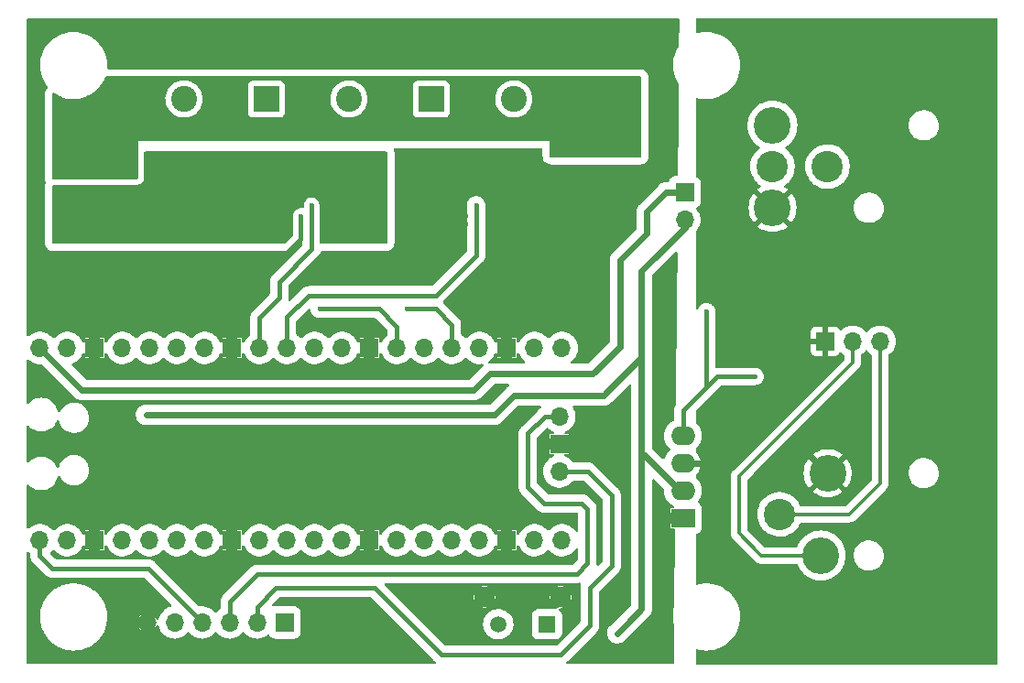
<source format=gbr>
%TF.GenerationSoftware,KiCad,Pcbnew,(6.0.0-0)*%
%TF.CreationDate,2022-10-24T17:37:49+01:00*%
%TF.ProjectId,PicoPyro,5069636f-5079-4726-9f2e-6b696361645f,rev?*%
%TF.SameCoordinates,Original*%
%TF.FileFunction,Copper,L2,Bot*%
%TF.FilePolarity,Positive*%
%FSLAX46Y46*%
G04 Gerber Fmt 4.6, Leading zero omitted, Abs format (unit mm)*
G04 Created by KiCad (PCBNEW (6.0.0-0)) date 2022-10-24 17:37:49*
%MOMM*%
%LPD*%
G01*
G04 APERTURE LIST*
%TA.AperFunction,ComponentPad*%
%ADD10R,1.500000X1.500000*%
%TD*%
%TA.AperFunction,ComponentPad*%
%ADD11C,1.500000*%
%TD*%
%TA.AperFunction,ComponentPad*%
%ADD12C,1.950000*%
%TD*%
%TA.AperFunction,ComponentPad*%
%ADD13R,2.400000X2.400000*%
%TD*%
%TA.AperFunction,ComponentPad*%
%ADD14C,2.400000*%
%TD*%
%TA.AperFunction,ComponentPad*%
%ADD15R,1.700000X1.700000*%
%TD*%
%TA.AperFunction,ComponentPad*%
%ADD16O,1.700000X1.700000*%
%TD*%
%TA.AperFunction,ComponentPad*%
%ADD17C,4.000000*%
%TD*%
%TA.AperFunction,ComponentPad*%
%ADD18R,3.800000X3.800000*%
%TD*%
%TA.AperFunction,ComponentPad*%
%ADD19R,2.250000X1.750000*%
%TD*%
%TA.AperFunction,ComponentPad*%
%ADD20O,2.250000X1.750000*%
%TD*%
%TA.AperFunction,ComponentPad*%
%ADD21C,3.400000*%
%TD*%
%TA.AperFunction,ComponentPad*%
%ADD22C,2.900000*%
%TD*%
%TA.AperFunction,ViaPad*%
%ADD23C,0.400000*%
%TD*%
%TA.AperFunction,Conductor*%
%ADD24C,0.600000*%
%TD*%
%TA.AperFunction,Conductor*%
%ADD25C,0.400000*%
%TD*%
%TA.AperFunction,Conductor*%
%ADD26C,0.300000*%
%TD*%
G04 APERTURE END LIST*
D10*
%TO.P,S701,1,COM*%
%TO.N,+3V3*%
X174750000Y-115162500D03*
D11*
%TO.P,S701,2,NO*%
%TO.N,/BUTTON_MODE*%
X170250000Y-115162500D03*
D12*
%TO.P,S701,3,GND_1*%
%TO.N,GND*%
X176000000Y-112662500D03*
%TO.P,S701,4,GND_2*%
X169000000Y-112662500D03*
%TD*%
D13*
%TO.P,J501,1,1*%
%TO.N,Net-(C501-Pad2)*%
X179300000Y-66600000D03*
D14*
%TO.P,J501,2,2*%
%TO.N,GND*%
X171680000Y-66600000D03*
%TD*%
D13*
%TO.P,J202,1,1*%
%TO.N,Net-(J202-Pad1)*%
X148810000Y-66600000D03*
D14*
%TO.P,J202,2,2*%
%TO.N,Net-(J202-Pad2)*%
X141190000Y-66600000D03*
%TD*%
D13*
%TO.P,J201,1,1*%
%TO.N,Net-(J201-Pad1)*%
X164060000Y-66600000D03*
D14*
%TO.P,J201,2,2*%
%TO.N,Net-(J201-Pad2)*%
X156440000Y-66600000D03*
%TD*%
D15*
%TO.P,J503,1,Pin_1*%
%TO.N,VBUS*%
X187500000Y-75225000D03*
D16*
%TO.P,J503,2,Pin_2*%
%TO.N,+5V*%
X187500000Y-77765000D03*
%TD*%
%TO.P,U001,43,SWDIO*%
%TO.N,/DEBUG_DIO*%
X175900000Y-95960000D03*
D15*
%TO.P,U001,42,GND*%
%TO.N,GND*%
X175900000Y-98500000D03*
D16*
%TO.P,U001,41,SWCLK*%
%TO.N,/DEBUG_CLK*%
X175900000Y-101040000D03*
%TO.P,U001,40,VBUS*%
%TO.N,VBUS*%
X127870000Y-89610000D03*
%TO.P,U001,39,VSYS*%
%TO.N,+5V*%
X130410000Y-89610000D03*
D15*
%TO.P,U001,38,GND*%
%TO.N,GND*%
X132950000Y-89610000D03*
D16*
%TO.P,U001,37,3V3_EN*%
%TO.N,unconnected-(U001-Pad37)*%
X135490000Y-89610000D03*
%TO.P,U001,36,3V3*%
%TO.N,+3V3*%
X138030000Y-89610000D03*
%TO.P,U001,35,ADC_VREF*%
%TO.N,unconnected-(U001-Pad35)*%
X140570000Y-89610000D03*
%TO.P,U001,34,GPIO28_ADC2*%
%TO.N,unconnected-(U001-Pad34)*%
X143110000Y-89610000D03*
D15*
%TO.P,U001,33,AGND*%
%TO.N,GND*%
X145650000Y-89610000D03*
D16*
%TO.P,U001,32,GPIO27_ADC1*%
%TO.N,/PYRO1_MEASURE*%
X148190000Y-89610000D03*
%TO.P,U001,31,GPIO26_ADC0*%
%TO.N,/PYRO0_MEASURE*%
X150730000Y-89610000D03*
%TO.P,U001,30,RUN*%
%TO.N,unconnected-(U001-Pad30)*%
X153270000Y-89610000D03*
%TO.P,U001,29,GPIO22*%
%TO.N,/PYRO1_FIRE*%
X155810000Y-89610000D03*
D15*
%TO.P,U001,28,GND*%
%TO.N,GND*%
X158350000Y-89610000D03*
D16*
%TO.P,U001,27,GPIO21*%
%TO.N,/PYRO1_LED*%
X160890000Y-89610000D03*
%TO.P,U001,26,GPIO20*%
%TO.N,/PYRO0_FIRE*%
X163430000Y-89610000D03*
%TO.P,U001,25,GPIO19*%
%TO.N,/PYRO0_LED*%
X165970000Y-89610000D03*
%TO.P,U001,24,GPIO18*%
%TO.N,unconnected-(U001-Pad24)*%
X168510000Y-89610000D03*
D15*
%TO.P,U001,23,GND*%
%TO.N,GND*%
X171050000Y-89610000D03*
D16*
%TO.P,U001,22,GPIO17*%
%TO.N,/DMX_IO*%
X173590000Y-89610000D03*
%TO.P,U001,21,GPIO16*%
%TO.N,/DMX_RDM*%
X176130000Y-89610000D03*
%TO.P,U001,20,GPIO15*%
%TO.N,unconnected-(U001-Pad20)*%
X176130000Y-107390000D03*
%TO.P,U001,19,GPIO14*%
%TO.N,/BUTTON_MODE*%
X173590000Y-107390000D03*
D15*
%TO.P,U001,18,GND*%
%TO.N,GND*%
X171050000Y-107390000D03*
D16*
%TO.P,U001,17,GPIO13*%
%TO.N,unconnected-(U001-Pad17)*%
X168510000Y-107390000D03*
%TO.P,U001,16,GPIO12*%
%TO.N,unconnected-(U001-Pad16)*%
X165970000Y-107390000D03*
%TO.P,U001,15,GPIO11*%
%TO.N,unconnected-(U001-Pad15)*%
X163430000Y-107390000D03*
%TO.P,U001,14,GPIO10*%
%TO.N,/LED_STATUS*%
X160890000Y-107390000D03*
D15*
%TO.P,U001,13,GND*%
%TO.N,GND*%
X158350000Y-107390000D03*
D16*
%TO.P,U001,12,GPIO9*%
%TO.N,unconnected-(U001-Pad12)*%
X155810000Y-107390000D03*
%TO.P,U001,11,GPIO8*%
%TO.N,unconnected-(U001-Pad11)*%
X153270000Y-107390000D03*
%TO.P,U001,10,GPIO7*%
%TO.N,unconnected-(U001-Pad10)*%
X150730000Y-107390000D03*
%TO.P,U001,9,GPIO6*%
%TO.N,unconnected-(U001-Pad9)*%
X148190000Y-107390000D03*
D15*
%TO.P,U001,8,GND*%
%TO.N,GND*%
X145650000Y-107390000D03*
D16*
%TO.P,U001,7,GPIO5*%
%TO.N,unconnected-(U001-Pad7)*%
X143110000Y-107390000D03*
%TO.P,U001,6,GPIO4*%
%TO.N,unconnected-(U001-Pad6)*%
X140570000Y-107390000D03*
%TO.P,U001,5,GPIO3*%
%TO.N,unconnected-(U001-Pad5)*%
X138030000Y-107390000D03*
%TO.P,U001,4,GPIO2*%
%TO.N,unconnected-(U001-Pad4)*%
X135490000Y-107390000D03*
D15*
%TO.P,U001,3,GND*%
%TO.N,GND*%
X132950000Y-107390000D03*
D16*
%TO.P,U001,2,GPIO1*%
%TO.N,/UART0_RX*%
X130410000Y-107390000D03*
%TO.P,U001,1,GPIO0*%
%TO.N,/UART0_TX*%
X127870000Y-107390000D03*
%TD*%
D17*
%TO.P,J502,2,Pin_2*%
%TO.N,/ARM*%
X131500000Y-77000000D03*
D18*
%TO.P,J502,1,Pin_1*%
%TO.N,Net-(C501-Pad2)*%
X131500000Y-72000000D03*
%TD*%
D19*
%TO.P,PS101,1,-Vin*%
%TO.N,GND*%
X187342500Y-105357500D03*
D20*
%TO.P,PS101,2,+Vin*%
%TO.N,+5V*%
X187342500Y-102817500D03*
%TO.P,PS101,3,-Vout*%
%TO.N,/GND_DMX*%
X187342500Y-100277500D03*
%TO.P,PS101,4,+Vout*%
%TO.N,/5V_DMX*%
X187342500Y-97737500D03*
%TD*%
D15*
%TO.P,J103,1,Pin_1*%
%TO.N,/GND_DMX*%
X200475000Y-89000000D03*
D16*
%TO.P,J103,2,Pin_2*%
%TO.N,Net-(J101-Pad2)*%
X203015000Y-89000000D03*
%TO.P,J103,3,Pin_3*%
%TO.N,Net-(J101-Pad3)*%
X205555000Y-89000000D03*
%TD*%
D21*
%TO.P,J102,2*%
%TO.N,Net-(J101-Pad2)*%
X195610000Y-69040000D03*
%TO.P,J102,1*%
%TO.N,/GND_DMX*%
X195610000Y-76660000D03*
D22*
%TO.P,J102,3*%
%TO.N,Net-(J101-Pad3)*%
X195610000Y-72850000D03*
%TO.P,J102,G*%
%TO.N,N/C*%
X200690000Y-72850000D03*
%TD*%
%TO.P,J101,3*%
%TO.N,Net-(J101-Pad3)*%
X196250000Y-105000000D03*
D21*
%TO.P,J101,2*%
%TO.N,Net-(J101-Pad2)*%
X200065000Y-108810000D03*
%TO.P,J101,1*%
%TO.N,/GND_DMX*%
X200700000Y-101190000D03*
%TD*%
D16*
%TO.P,J001,6,Pin_6*%
%TO.N,GND*%
X137800000Y-115000000D03*
%TO.P,J001,5,Pin_5*%
%TO.N,/UART0_RX*%
X140340000Y-115000000D03*
%TO.P,J001,4,Pin_4*%
%TO.N,/UART0_TX*%
X142880000Y-115000000D03*
%TO.P,J001,3,Pin_3*%
%TO.N,/DEBUG_DIO*%
X145420000Y-115000000D03*
%TO.P,J001,2,Pin_2*%
%TO.N,/DEBUG_CLK*%
X147960000Y-115000000D03*
D15*
%TO.P,J001,1,Pin_1*%
%TO.N,VBUS*%
X150500000Y-115000000D03*
%TD*%
D23*
%TO.N,+5V*%
X137700000Y-95800000D03*
%TO.N,/ARM*%
X142500000Y-77000000D03*
%TO.N,GND*%
X159000000Y-81000000D03*
X156500000Y-81000000D03*
X154000000Y-82000000D03*
X170500000Y-85500000D03*
X173000000Y-80000000D03*
X173000000Y-77000000D03*
X183500000Y-75000000D03*
%TO.N,/GND_DMX*%
X195000000Y-96000000D03*
X195500000Y-101500000D03*
%TO.N,GND*%
X145000000Y-111500000D03*
X143000000Y-112000000D03*
X153500000Y-115500000D03*
X159000000Y-115500000D03*
X167500000Y-116500000D03*
X166500000Y-112500000D03*
X164500000Y-114500000D03*
X164000000Y-112000000D03*
X182000000Y-107000000D03*
X182000000Y-98500000D03*
X182000000Y-95500000D03*
X182000000Y-102500000D03*
X180500000Y-97500000D03*
X184000000Y-61000000D03*
X178000000Y-61000000D03*
X166000000Y-61000000D03*
X163000000Y-61000000D03*
X175000000Y-61000000D03*
X160000000Y-61000000D03*
X181000000Y-61000000D03*
X172000000Y-61000000D03*
X169000000Y-61000000D03*
X154000000Y-61000000D03*
X139000000Y-61000000D03*
X142000000Y-61000000D03*
X148000000Y-61000000D03*
X151000000Y-61000000D03*
X145000000Y-61000000D03*
X157000000Y-61000000D03*
X136000000Y-61000000D03*
X128000000Y-69500000D03*
X128000000Y-75500000D03*
X128000000Y-81500000D03*
X128000000Y-72500000D03*
X128000000Y-78500000D03*
%TO.N,VBUS*%
X141500000Y-93500000D03*
X182000000Y-81000000D03*
%TO.N,GND*%
X179000000Y-85000000D03*
X178000000Y-84000000D03*
X176500000Y-84500000D03*
X175500000Y-83500000D03*
%TO.N,+5V*%
X184500000Y-81500000D03*
X183750000Y-82250000D03*
%TO.N,GND*%
X152000000Y-77390000D03*
%TO.N,/GND_DMX*%
X196000000Y-111500000D03*
X193000000Y-82000000D03*
X203500000Y-83000000D03*
X197500000Y-87500000D03*
X199500000Y-85500000D03*
X197000000Y-84500000D03*
X203000000Y-93500000D03*
X203000000Y-98000000D03*
X201000000Y-97000000D03*
X205000000Y-74500000D03*
X205000000Y-79000000D03*
X199500000Y-79500000D03*
X203000000Y-80500000D03*
X200500000Y-77500000D03*
X210500000Y-64000000D03*
X205500000Y-66500000D03*
X204500000Y-63000000D03*
X198500000Y-63000000D03*
X200000000Y-66500000D03*
X211000000Y-77000000D03*
X212500000Y-72500000D03*
X210000000Y-82000000D03*
X211500000Y-98000000D03*
X208000000Y-97000000D03*
X205500000Y-114500000D03*
X212500000Y-107500000D03*
X211500000Y-87500000D03*
X208000000Y-87000000D03*
X213000000Y-82500000D03*
X211500000Y-93000000D03*
X208000000Y-106500000D03*
X209500000Y-112000000D03*
X201500000Y-113000000D03*
%TO.N,GND*%
X133500000Y-103500000D03*
X181500000Y-112000000D03*
X180500000Y-100000000D03*
X171000000Y-100500000D03*
X171000000Y-97500000D03*
X168000000Y-98500000D03*
X157000000Y-98000000D03*
X154500000Y-103500000D03*
X158000000Y-103500000D03*
X153000000Y-98500000D03*
X151000000Y-102000000D03*
X168000000Y-104500000D03*
X159000000Y-99500000D03*
X144000000Y-101500000D03*
X146500000Y-100000000D03*
X148500000Y-104000000D03*
X163000000Y-102000000D03*
X140500000Y-101000000D03*
X141500000Y-99000000D03*
X138000000Y-103000000D03*
X137500000Y-99500000D03*
%TO.N,/ARM*%
X135000000Y-79000000D03*
X135000000Y-76000000D03*
X136000000Y-77500000D03*
%TO.N,GND*%
X168500000Y-85000000D03*
X170000000Y-83000000D03*
X170000000Y-80000000D03*
X170000000Y-77000000D03*
X173000000Y-74000000D03*
X170000000Y-74000000D03*
X137000000Y-84500000D03*
X134000000Y-84500000D03*
X131000000Y-84500000D03*
X128000000Y-84500000D03*
X128000000Y-92000000D03*
X128000000Y-98500000D03*
X128000000Y-105000000D03*
%TO.N,/GND_DMX*%
X190500000Y-97000000D03*
X190500000Y-100000000D03*
X190500000Y-103000000D03*
X190500000Y-106000000D03*
X190500000Y-109000000D03*
X192000000Y-111000000D03*
X194000000Y-114000000D03*
X193000000Y-118000000D03*
X195500000Y-117000000D03*
X210500000Y-117000000D03*
X198500000Y-117000000D03*
X207500000Y-117000000D03*
X201500000Y-117000000D03*
X204500000Y-117000000D03*
X213500000Y-117000000D03*
X192500000Y-67000000D03*
X194000000Y-65000000D03*
X194500000Y-62500000D03*
X195500000Y-61000000D03*
X198500000Y-61000000D03*
X201500000Y-61000000D03*
X204500000Y-61000000D03*
X207500000Y-61000000D03*
X210500000Y-61000000D03*
X213500000Y-61000000D03*
X214500000Y-116000000D03*
X214500000Y-98000000D03*
X214500000Y-107000000D03*
X214500000Y-104000000D03*
X214500000Y-101000000D03*
X214500000Y-113000000D03*
X214500000Y-110000000D03*
X214500000Y-89000000D03*
X214500000Y-92000000D03*
X214500000Y-95000000D03*
X214500000Y-68000000D03*
X214500000Y-65000000D03*
X214500000Y-62000000D03*
X214500000Y-74000000D03*
X214500000Y-83000000D03*
X214500000Y-86000000D03*
X214500000Y-80000000D03*
X214500000Y-71000000D03*
X214500000Y-77000000D03*
X190000000Y-83000000D03*
X190000000Y-80000000D03*
X190000000Y-77000000D03*
X190000000Y-74000000D03*
X190000000Y-71000000D03*
X190000000Y-68000000D03*
%TO.N,GND*%
X185500000Y-65000000D03*
X185500000Y-62000000D03*
X182500000Y-118000000D03*
X185500000Y-71000000D03*
X185500000Y-68000000D03*
X185500000Y-74000000D03*
X185500000Y-83000000D03*
X185500000Y-92000000D03*
X185500000Y-95000000D03*
X185500000Y-106000000D03*
X185500000Y-109000000D03*
X185500000Y-112000000D03*
X185500000Y-115000000D03*
%TO.N,/GND_DMX*%
X189500000Y-118000000D03*
%TO.N,GND*%
X185500000Y-118000000D03*
X136000000Y-112000000D03*
X136000000Y-115000000D03*
X163000000Y-118000000D03*
X157000000Y-118000000D03*
X154000000Y-118000000D03*
X148000000Y-84500000D03*
X146500000Y-84500000D03*
X151000000Y-118000000D03*
X148000000Y-118000000D03*
X145000000Y-118000000D03*
X142000000Y-118000000D03*
X139000000Y-118000000D03*
X136000000Y-118000000D03*
%TO.N,+5V*%
X182250000Y-115000000D03*
X181250000Y-116000000D03*
%TO.N,/5V_DMX*%
X194000000Y-92250000D03*
X189500000Y-86250000D03*
%TO.N,/ARM*%
X154500000Y-77500000D03*
X155000000Y-79000000D03*
X159000000Y-76000000D03*
X156500000Y-77500000D03*
X157000000Y-76000000D03*
X158500000Y-77500000D03*
X155000000Y-76000000D03*
X139000000Y-79000000D03*
X137000000Y-79000000D03*
X137000000Y-76000000D03*
X139000000Y-76000000D03*
X138500000Y-77500000D03*
X141000000Y-76000000D03*
X140500000Y-77500000D03*
X143000000Y-76000000D03*
%TO.N,/PYRO0_LED*%
X161750000Y-86000000D03*
%TO.N,/PYRO1_LED*%
X153750000Y-86000000D03*
%TO.N,GND*%
X145250000Y-83500000D03*
X144750000Y-82500000D03*
X146500000Y-82500000D03*
X145250000Y-81500000D03*
X147000000Y-83500000D03*
X147000000Y-81500000D03*
X148000000Y-82500000D03*
X148750000Y-81500000D03*
X163500000Y-82500000D03*
X160000000Y-82500000D03*
X162250000Y-83500000D03*
X160500000Y-83500000D03*
X161750000Y-82500000D03*
X160500000Y-81500000D03*
X162250000Y-81500000D03*
X164000000Y-81500000D03*
X167490000Y-83490000D03*
X157990000Y-83490000D03*
X142990000Y-83490000D03*
X151990000Y-83490000D03*
%TO.N,/PYRO0_MEASURE*%
X168200000Y-76434075D03*
%TO.N,/PYRO1_MEASURE*%
X153000000Y-76434075D03*
%TO.N,GND*%
X167260000Y-78190000D03*
X152000000Y-78190000D03*
X167260000Y-77390000D03*
%TD*%
D24*
%TO.N,+5V*%
X139400000Y-95800000D02*
X137700000Y-95800000D01*
%TO.N,VBUS*%
X184000000Y-77000000D02*
X185775000Y-75225000D01*
X184000000Y-79000000D02*
X184000000Y-77000000D01*
X182000000Y-81000000D02*
X184000000Y-79000000D01*
%TO.N,+5V*%
X187500000Y-77765000D02*
X187500000Y-78500000D01*
X187500000Y-78500000D02*
X184500000Y-81500000D01*
%TO.N,VBUS*%
X185775000Y-75225000D02*
X187500000Y-75225000D01*
X141500000Y-93500000D02*
X147500000Y-93500000D01*
X147500000Y-93500000D02*
X168000000Y-93500000D01*
X168000000Y-93500000D02*
X169500000Y-92000000D01*
X169500000Y-92000000D02*
X179000000Y-92000000D01*
X181500000Y-89500000D02*
X181500000Y-81500000D01*
X179000000Y-92000000D02*
X181500000Y-89500000D01*
X181500000Y-81500000D02*
X182000000Y-81000000D01*
X131760000Y-93500000D02*
X141500000Y-93500000D01*
X127870000Y-89610000D02*
X131760000Y-93500000D01*
%TO.N,+5V*%
X183500000Y-99250000D02*
X183500000Y-90000000D01*
X183500000Y-90000000D02*
X183500000Y-82500000D01*
X169900000Y-95800000D02*
X171700000Y-94000000D01*
X171700000Y-94000000D02*
X180000000Y-94000000D01*
X180000000Y-94000000D02*
X183500000Y-90500000D01*
X183500000Y-90500000D02*
X183500000Y-90000000D01*
X183500000Y-82500000D02*
X184500000Y-81500000D01*
D25*
%TO.N,GND*%
X152000000Y-78190000D02*
X152000000Y-77390000D01*
%TO.N,/DEBUG_CLK*%
X149700000Y-111800000D02*
X158800000Y-111800000D01*
X158800000Y-111800000D02*
X165000000Y-118000000D01*
X178700000Y-115300000D02*
X176000000Y-118000000D01*
X178700000Y-111800000D02*
X178700000Y-115300000D01*
X176000000Y-118000000D02*
X165000000Y-118000000D01*
D26*
%TO.N,Net-(J101-Pad3)*%
X196250000Y-105000000D02*
X202700000Y-105000000D01*
X202700000Y-105000000D02*
X205555000Y-102145000D01*
X205555000Y-102145000D02*
X205555000Y-89000000D01*
D24*
%TO.N,GND*%
X187342500Y-105357500D02*
X185142500Y-105357500D01*
%TO.N,/GND_DMX*%
X187342500Y-100277500D02*
X189577500Y-100277500D01*
D25*
%TO.N,/DEBUG_CLK*%
X147960000Y-115000000D02*
X147960000Y-113540000D01*
X147960000Y-113540000D02*
X149700000Y-111800000D01*
X180750000Y-103250000D02*
X178540000Y-101040000D01*
X178700000Y-111800000D02*
X180750000Y-109750000D01*
X180750000Y-109750000D02*
X180750000Y-103250000D01*
X178540000Y-101040000D02*
X175900000Y-101040000D01*
%TO.N,/DEBUG_DIO*%
X145420000Y-115000000D02*
X145420000Y-113080000D01*
X145420000Y-113080000D02*
X148000000Y-110500000D01*
X148000000Y-110500000D02*
X177500000Y-110500000D01*
X174500000Y-104000000D02*
X173000000Y-102500000D01*
X173000000Y-97500000D02*
X174540000Y-95960000D01*
X177500000Y-110500000D02*
X178500000Y-109500000D01*
X178500000Y-109500000D02*
X178500000Y-104500000D01*
X173000000Y-102500000D02*
X173000000Y-97500000D01*
X178500000Y-104500000D02*
X178000000Y-104000000D01*
X178000000Y-104000000D02*
X174500000Y-104000000D01*
X174540000Y-95960000D02*
X175900000Y-95960000D01*
D24*
%TO.N,+5V*%
X141000000Y-95800000D02*
X139400000Y-95800000D01*
X169800000Y-95800000D02*
X141000000Y-95800000D01*
D25*
%TO.N,GND*%
X152000000Y-78190000D02*
X152000000Y-79500000D01*
X152000000Y-79500000D02*
X150500000Y-81000000D01*
D24*
%TO.N,+5V*%
X182250000Y-115000000D02*
X181250000Y-116000000D01*
X183500000Y-99250000D02*
X183500000Y-113750000D01*
X183500000Y-113750000D02*
X182250000Y-115000000D01*
X187067500Y-102817500D02*
X183500000Y-99250000D01*
X187342500Y-102817500D02*
X187067500Y-102817500D01*
D25*
%TO.N,/5V_DMX*%
X194000000Y-92250000D02*
X190500000Y-92250000D01*
X190500000Y-92250000D02*
X189500000Y-93250000D01*
X189500000Y-93250000D02*
X189500000Y-86250000D01*
X187342500Y-97737500D02*
X187342500Y-95407500D01*
X187342500Y-95407500D02*
X189500000Y-93250000D01*
D26*
%TO.N,Net-(J101-Pad2)*%
X192500000Y-106750000D02*
X194250000Y-108500000D01*
X200065000Y-108810000D02*
X194560000Y-108810000D01*
X194560000Y-108810000D02*
X194250000Y-108500000D01*
X203015000Y-89000000D02*
X203015000Y-90985000D01*
X203015000Y-90985000D02*
X192500000Y-101500000D01*
X192500000Y-101500000D02*
X192500000Y-106750000D01*
D25*
%TO.N,/UART0_TX*%
X129000000Y-110000000D02*
X137880000Y-110000000D01*
X137880000Y-110000000D02*
X142880000Y-115000000D01*
X127870000Y-107390000D02*
X127870000Y-108870000D01*
X127870000Y-108870000D02*
X129000000Y-110000000D01*
%TO.N,/PYRO0_LED*%
X165970000Y-89610000D02*
X165970000Y-87470000D01*
X164500000Y-86000000D02*
X161750000Y-86000000D01*
X165970000Y-87470000D02*
X164500000Y-86000000D01*
%TO.N,/PYRO1_LED*%
X153750000Y-86000000D02*
X159250000Y-86000000D01*
X159250000Y-86000000D02*
X160890000Y-87640000D01*
X160890000Y-87640000D02*
X160890000Y-89610000D01*
%TO.N,/PYRO0_MEASURE*%
X168200000Y-76434075D02*
X168200000Y-81050000D01*
X150730000Y-86770000D02*
X150730000Y-89610000D01*
X168200000Y-81050000D02*
X164500000Y-84750000D01*
X164500000Y-84750000D02*
X152750000Y-84750000D01*
X152750000Y-84750000D02*
X150730000Y-86770000D01*
%TO.N,/PYRO1_MEASURE*%
X148190000Y-89610000D02*
X148190000Y-86810000D01*
X148190000Y-86810000D02*
X150000000Y-85000000D01*
X153000000Y-80500000D02*
X153000000Y-76434075D01*
X150000000Y-85000000D02*
X150000000Y-83500000D01*
X150000000Y-83500000D02*
X153000000Y-80500000D01*
%TD*%
%TA.AperFunction,Conductor*%
%TO.N,GND*%
G36*
X182467532Y-92980844D02*
G01*
X182524368Y-93023391D01*
X182549179Y-93089911D01*
X182549500Y-93098900D01*
X182549500Y-99234568D01*
X182549451Y-99238086D01*
X182547164Y-99319972D01*
X182548272Y-99326258D01*
X182548740Y-99332625D01*
X182548485Y-99332644D01*
X182549500Y-99344245D01*
X182549500Y-113304100D01*
X182529498Y-113372221D01*
X182512595Y-113393195D01*
X180543771Y-115362019D01*
X180541753Y-115364494D01*
X180541747Y-115364500D01*
X180456420Y-115469122D01*
X180452385Y-115474070D01*
X180449430Y-115479723D01*
X180449429Y-115479724D01*
X180440309Y-115497169D01*
X180362923Y-115645194D01*
X180309697Y-115830813D01*
X180309207Y-115837177D01*
X180309207Y-115837179D01*
X180295520Y-116015069D01*
X180294883Y-116023342D01*
X180319085Y-116214919D01*
X180321141Y-116220957D01*
X180321141Y-116220959D01*
X180324974Y-116232219D01*
X180381314Y-116397716D01*
X180425130Y-116472398D01*
X180462214Y-116535605D01*
X180479029Y-116564266D01*
X180608237Y-116707766D01*
X180763661Y-116822355D01*
X180769451Y-116825030D01*
X180769452Y-116825031D01*
X180819640Y-116848221D01*
X180938952Y-116903351D01*
X181126949Y-116947445D01*
X181236628Y-116950508D01*
X181313590Y-116952658D01*
X181313592Y-116952658D01*
X181319972Y-116952836D01*
X181510137Y-116919305D01*
X181689675Y-116848221D01*
X181734990Y-116818568D01*
X181847203Y-116745138D01*
X181847204Y-116745137D01*
X181851254Y-116742487D01*
X181855968Y-116738242D01*
X184161189Y-114433021D01*
X184163711Y-114430568D01*
X184218596Y-114378666D01*
X184218597Y-114378665D01*
X184223235Y-114374279D01*
X184255980Y-114327514D01*
X184261533Y-114320171D01*
X184297615Y-114275930D01*
X184310097Y-114252053D01*
X184318543Y-114238164D01*
X184319998Y-114236086D01*
X184333991Y-114216102D01*
X184356656Y-114163727D01*
X184360632Y-114155392D01*
X184384118Y-114110468D01*
X184387078Y-114104806D01*
X184394504Y-114078908D01*
X184399985Y-114063599D01*
X184402869Y-114056936D01*
X184410680Y-114038885D01*
X184422354Y-113983004D01*
X184424565Y-113974070D01*
X184424773Y-113973345D01*
X184440303Y-113919187D01*
X184442371Y-113892318D01*
X184444662Y-113876221D01*
X184445758Y-113870978D01*
X184450168Y-113849867D01*
X184450500Y-113843532D01*
X184450500Y-113791506D01*
X184450871Y-113781839D01*
X184454628Y-113733017D01*
X184454628Y-113733014D01*
X184455117Y-113726658D01*
X184451494Y-113697979D01*
X184450500Y-113682187D01*
X184450500Y-101848900D01*
X184470502Y-101780779D01*
X184524158Y-101734286D01*
X184594432Y-101724182D01*
X184659012Y-101753676D01*
X184665595Y-101759805D01*
X185532957Y-102627167D01*
X185566983Y-102689479D01*
X185569732Y-102721978D01*
X185562969Y-102870912D01*
X185563550Y-102875932D01*
X185563550Y-102875936D01*
X185584475Y-103056783D01*
X185591184Y-103114768D01*
X185592562Y-103119639D01*
X185592563Y-103119642D01*
X185613764Y-103194565D01*
X185658025Y-103350977D01*
X185690156Y-103419883D01*
X185758004Y-103565383D01*
X185761770Y-103573460D01*
X185764612Y-103577641D01*
X185764612Y-103577642D01*
X185896906Y-103772307D01*
X185896909Y-103772311D01*
X185899752Y-103776494D01*
X186068420Y-103954856D01*
X186072446Y-103957934D01*
X186072447Y-103957935D01*
X186259416Y-104100883D01*
X186259420Y-104100886D01*
X186263436Y-104103956D01*
X186267894Y-104106346D01*
X186267895Y-104106347D01*
X186434083Y-104195456D01*
X186484666Y-104245274D01*
X186500286Y-104314531D01*
X186475982Y-104381239D01*
X186419472Y-104424217D01*
X186374542Y-104432500D01*
X186218759Y-104432500D01*
X186209000Y-104433461D01*
X186189992Y-104441335D01*
X186176335Y-104454992D01*
X186168461Y-104474000D01*
X186167500Y-104483759D01*
X186167500Y-104839385D01*
X186171975Y-104854624D01*
X186173365Y-104855829D01*
X186181048Y-104857500D01*
X186622117Y-104857500D01*
X186614052Y-105857500D01*
X186185615Y-105857500D01*
X186170376Y-105861975D01*
X186169171Y-105863365D01*
X186167500Y-105871048D01*
X186167500Y-106231241D01*
X186168461Y-106241000D01*
X186176335Y-106260008D01*
X186189992Y-106273665D01*
X186209000Y-106281539D01*
X186218759Y-106282500D01*
X186483605Y-106282500D01*
X186551726Y-106302502D01*
X186598219Y-106356158D01*
X186609601Y-106409514D01*
X186552358Y-113507605D01*
X186552354Y-113508133D01*
X186547921Y-113540258D01*
X186462299Y-113854317D01*
X186451371Y-113925316D01*
X186422121Y-114115359D01*
X186408732Y-114202345D01*
X186408592Y-114205909D01*
X186398004Y-114475409D01*
X186394908Y-114554200D01*
X186421004Y-114905358D01*
X186486684Y-115251304D01*
X186487742Y-115254713D01*
X186487744Y-115254719D01*
X186531168Y-115394566D01*
X186536831Y-115432945D01*
X186510435Y-118706068D01*
X186510282Y-118725016D01*
X186489731Y-118792973D01*
X186435702Y-118839032D01*
X186384286Y-118850000D01*
X176656979Y-118850000D01*
X176588858Y-118829998D01*
X176542365Y-118776342D01*
X176532261Y-118706068D01*
X176561755Y-118641488D01*
X176567884Y-118634905D01*
X176591478Y-118611311D01*
X176594000Y-118608858D01*
X176646549Y-118559165D01*
X176646551Y-118559163D01*
X176651507Y-118554476D01*
X176655341Y-118548834D01*
X176659767Y-118543634D01*
X176660171Y-118543978D01*
X176666707Y-118536082D01*
X179272350Y-115930438D01*
X179280117Y-115923295D01*
X179295971Y-115909897D01*
X179319540Y-115889980D01*
X179325914Y-115881644D01*
X179359909Y-115837179D01*
X179368409Y-115826062D01*
X179370302Y-115823647D01*
X179416454Y-115766247D01*
X179416456Y-115766244D01*
X179420731Y-115760927D01*
X179423768Y-115754810D01*
X179425438Y-115752198D01*
X179425714Y-115751804D01*
X179425791Y-115751680D01*
X179426023Y-115751258D01*
X179427630Y-115748605D01*
X179431777Y-115743180D01*
X179465779Y-115670262D01*
X179467110Y-115667495D01*
X179499861Y-115601520D01*
X179499863Y-115601516D01*
X179502895Y-115595407D01*
X179504547Y-115588782D01*
X179505615Y-115585879D01*
X179505803Y-115585427D01*
X179505851Y-115585292D01*
X179505986Y-115584833D01*
X179506987Y-115581892D01*
X179509873Y-115575703D01*
X179526151Y-115502876D01*
X179527427Y-115497169D01*
X179528136Y-115494172D01*
X179545949Y-115422728D01*
X179545949Y-115422727D01*
X179547600Y-115416106D01*
X179547790Y-115409286D01*
X179548212Y-115406208D01*
X179548377Y-115405291D01*
X179549054Y-115400415D01*
X179550183Y-115395363D01*
X179550500Y-115389693D01*
X179550500Y-115314035D01*
X179550549Y-115310517D01*
X179550597Y-115308787D01*
X179552759Y-115231388D01*
X179551480Y-115224682D01*
X179550933Y-115217885D01*
X179551462Y-115217842D01*
X179550500Y-115207636D01*
X179550500Y-112204479D01*
X179570502Y-112136358D01*
X179587405Y-112115384D01*
X181322350Y-110380438D01*
X181330117Y-110373295D01*
X181364326Y-110344386D01*
X181369540Y-110339980D01*
X181418409Y-110276062D01*
X181420302Y-110273647D01*
X181466454Y-110216247D01*
X181466456Y-110216244D01*
X181470731Y-110210927D01*
X181473768Y-110204810D01*
X181475438Y-110202198D01*
X181475714Y-110201804D01*
X181475791Y-110201680D01*
X181476023Y-110201258D01*
X181477630Y-110198605D01*
X181481777Y-110193180D01*
X181515779Y-110120262D01*
X181517110Y-110117495D01*
X181549861Y-110051520D01*
X181549863Y-110051516D01*
X181552895Y-110045407D01*
X181554547Y-110038782D01*
X181555615Y-110035879D01*
X181555803Y-110035427D01*
X181555851Y-110035292D01*
X181555986Y-110034833D01*
X181556987Y-110031892D01*
X181559873Y-110025703D01*
X181577427Y-109947169D01*
X181578136Y-109944172D01*
X181595949Y-109872728D01*
X181595949Y-109872727D01*
X181597600Y-109866106D01*
X181597790Y-109859286D01*
X181598212Y-109856208D01*
X181598377Y-109855291D01*
X181599054Y-109850415D01*
X181600183Y-109845363D01*
X181600500Y-109839693D01*
X181600500Y-109764036D01*
X181600549Y-109760518D01*
X181601444Y-109728458D01*
X181602759Y-109681389D01*
X181601480Y-109674683D01*
X181600933Y-109667886D01*
X181601462Y-109667843D01*
X181600500Y-109657637D01*
X181600500Y-103291062D01*
X181600942Y-103280518D01*
X181601491Y-103273977D01*
X181605260Y-103229098D01*
X181604358Y-103222334D01*
X181594619Y-103149341D01*
X181594249Y-103146287D01*
X181586295Y-103073072D01*
X181586294Y-103073069D01*
X181585558Y-103066291D01*
X181583384Y-103059831D01*
X181582714Y-103056783D01*
X181582633Y-103056322D01*
X181582597Y-103056171D01*
X181582464Y-103055712D01*
X181581722Y-103052693D01*
X181580820Y-103045931D01*
X181578487Y-103039521D01*
X181578486Y-103039517D01*
X181553303Y-102970329D01*
X181552285Y-102967423D01*
X181528795Y-102897623D01*
X181528794Y-102897621D01*
X181526617Y-102891152D01*
X181523100Y-102885298D01*
X181521800Y-102882486D01*
X181521618Y-102882043D01*
X181521542Y-102881884D01*
X181521314Y-102881466D01*
X181519951Y-102878697D01*
X181517618Y-102872285D01*
X181513964Y-102866527D01*
X181513961Y-102866521D01*
X181474510Y-102804356D01*
X181472892Y-102801737D01*
X181434959Y-102738607D01*
X181434958Y-102738605D01*
X181431443Y-102732756D01*
X181426754Y-102727797D01*
X181424872Y-102725318D01*
X181424332Y-102724541D01*
X181421375Y-102720631D01*
X181418602Y-102716262D01*
X181414817Y-102712028D01*
X181361311Y-102658522D01*
X181358858Y-102656000D01*
X181309165Y-102603451D01*
X181309163Y-102603449D01*
X181304476Y-102598493D01*
X181298834Y-102594659D01*
X181293634Y-102590233D01*
X181293978Y-102589829D01*
X181286082Y-102583293D01*
X179170438Y-100467650D01*
X179163295Y-100459883D01*
X179154508Y-100449485D01*
X179129980Y-100420460D01*
X179066062Y-100371591D01*
X179063647Y-100369698D01*
X179006247Y-100323546D01*
X179006244Y-100323544D01*
X179000927Y-100319269D01*
X178994810Y-100316232D01*
X178992198Y-100314562D01*
X178991804Y-100314286D01*
X178991680Y-100314209D01*
X178991258Y-100313977D01*
X178988605Y-100312370D01*
X178983180Y-100308223D01*
X178910262Y-100274221D01*
X178907495Y-100272890D01*
X178841520Y-100240139D01*
X178841516Y-100240137D01*
X178835407Y-100237105D01*
X178828782Y-100235453D01*
X178825879Y-100234385D01*
X178825427Y-100234197D01*
X178825292Y-100234149D01*
X178824833Y-100234014D01*
X178821892Y-100233013D01*
X178815703Y-100230127D01*
X178793246Y-100225107D01*
X178737169Y-100212573D01*
X178734172Y-100211864D01*
X178662728Y-100194051D01*
X178662727Y-100194051D01*
X178656106Y-100192400D01*
X178649286Y-100192210D01*
X178646208Y-100191788D01*
X178645291Y-100191623D01*
X178640415Y-100190946D01*
X178635363Y-100189817D01*
X178629693Y-100189500D01*
X178554036Y-100189500D01*
X178550518Y-100189451D01*
X178548788Y-100189403D01*
X178471389Y-100187241D01*
X178464683Y-100188520D01*
X178457886Y-100189067D01*
X178457843Y-100188538D01*
X178447637Y-100189500D01*
X177205555Y-100189500D01*
X177137434Y-100169498D01*
X177099762Y-100131939D01*
X177097860Y-100128998D01*
X177092905Y-100121339D01*
X177066635Y-100092468D01*
X177018802Y-100039901D01*
X176926846Y-99938842D01*
X176922795Y-99935643D01*
X176922791Y-99935639D01*
X176737264Y-99789119D01*
X176737259Y-99789116D01*
X176733210Y-99785918D01*
X176728694Y-99783425D01*
X176728691Y-99783423D01*
X176521722Y-99669170D01*
X176521718Y-99669168D01*
X176517198Y-99666673D01*
X176512329Y-99664949D01*
X176512325Y-99664947D01*
X176455355Y-99644773D01*
X176397818Y-99603179D01*
X176371903Y-99537081D01*
X176385837Y-99467465D01*
X176435196Y-99416434D01*
X176497415Y-99400000D01*
X176748741Y-99400000D01*
X176758500Y-99399039D01*
X176777508Y-99391165D01*
X176791165Y-99377508D01*
X176799039Y-99358500D01*
X176800000Y-99348741D01*
X176800000Y-99018115D01*
X176795525Y-99002876D01*
X176794135Y-99001671D01*
X176786452Y-99000000D01*
X175018115Y-99000000D01*
X175002876Y-99004475D01*
X175001671Y-99005865D01*
X175000000Y-99013548D01*
X175000000Y-99348741D01*
X175000961Y-99358500D01*
X175008835Y-99377508D01*
X175022492Y-99391165D01*
X175041500Y-99399039D01*
X175051259Y-99400000D01*
X175296480Y-99400000D01*
X175364601Y-99420002D01*
X175411094Y-99473658D01*
X175421198Y-99543932D01*
X175391704Y-99608512D01*
X175335627Y-99645765D01*
X175316540Y-99652003D01*
X175311948Y-99654393D01*
X175311949Y-99654393D01*
X175132670Y-99747720D01*
X175097679Y-99765935D01*
X175093546Y-99769038D01*
X175093543Y-99769040D01*
X174927077Y-99894026D01*
X174900364Y-99914083D01*
X174729896Y-100092468D01*
X174726982Y-100096740D01*
X174726981Y-100096741D01*
X174663739Y-100189451D01*
X174590851Y-100296300D01*
X174555899Y-100371598D01*
X174489478Y-100514691D01*
X174486965Y-100520104D01*
X174421026Y-100757871D01*
X174394806Y-101003214D01*
X174395103Y-101008366D01*
X174395103Y-101008370D01*
X174403595Y-101155644D01*
X174409010Y-101249545D01*
X174410147Y-101254591D01*
X174410148Y-101254597D01*
X174429541Y-101340649D01*
X174463255Y-101490249D01*
X174556084Y-101718861D01*
X174558789Y-101723276D01*
X174558790Y-101723277D01*
X174575520Y-101750577D01*
X174685006Y-101929241D01*
X174846557Y-102115741D01*
X174850532Y-102119041D01*
X174850535Y-102119044D01*
X174874788Y-102139179D01*
X175036399Y-102273351D01*
X175249433Y-102397838D01*
X175254253Y-102399678D01*
X175254258Y-102399681D01*
X175368547Y-102443323D01*
X175479939Y-102485859D01*
X175485007Y-102486890D01*
X175485010Y-102486891D01*
X175604587Y-102511219D01*
X175721726Y-102535052D01*
X175726899Y-102535242D01*
X175726902Y-102535242D01*
X175963136Y-102543904D01*
X175963140Y-102543904D01*
X175968300Y-102544093D01*
X175973420Y-102543437D01*
X175973422Y-102543437D01*
X176049703Y-102533665D01*
X176213041Y-102512741D01*
X176217990Y-102511256D01*
X176217996Y-102511255D01*
X176444424Y-102443323D01*
X176444423Y-102443323D01*
X176449374Y-102441838D01*
X176553266Y-102390942D01*
X176666303Y-102335566D01*
X176666308Y-102335563D01*
X176670954Y-102333287D01*
X176675164Y-102330284D01*
X176675169Y-102330281D01*
X176867617Y-102193009D01*
X176867622Y-102193005D01*
X176871829Y-102190004D01*
X177046605Y-102015837D01*
X177098964Y-101942973D01*
X177154958Y-101899326D01*
X177201285Y-101890500D01*
X178135521Y-101890500D01*
X178203642Y-101910502D01*
X178224616Y-101927405D01*
X179862595Y-103565383D01*
X179896620Y-103627695D01*
X179899500Y-103654478D01*
X179899500Y-109345521D01*
X179879498Y-109413642D01*
X179862600Y-109434611D01*
X179558094Y-109739117D01*
X179495785Y-109773140D01*
X179424970Y-109768076D01*
X179368134Y-109725529D01*
X179343323Y-109659009D01*
X179345870Y-109629606D01*
X179345023Y-109629490D01*
X179345950Y-109622725D01*
X179347600Y-109616106D01*
X179347790Y-109609287D01*
X179348212Y-109606208D01*
X179348377Y-109605291D01*
X179349054Y-109600415D01*
X179350183Y-109595363D01*
X179350500Y-109589693D01*
X179350500Y-109514035D01*
X179350549Y-109510517D01*
X179351848Y-109464000D01*
X179352759Y-109431388D01*
X179351480Y-109424682D01*
X179350933Y-109417885D01*
X179351462Y-109417842D01*
X179350500Y-109407636D01*
X179350500Y-104541062D01*
X179350942Y-104530518D01*
X179354689Y-104485895D01*
X179355260Y-104479098D01*
X179352044Y-104454992D01*
X179344619Y-104399341D01*
X179344249Y-104396287D01*
X179336295Y-104323072D01*
X179336294Y-104323069D01*
X179335558Y-104316291D01*
X179333384Y-104309831D01*
X179332714Y-104306783D01*
X179332633Y-104306322D01*
X179332597Y-104306171D01*
X179332464Y-104305712D01*
X179331722Y-104302693D01*
X179330820Y-104295931D01*
X179328487Y-104289521D01*
X179328486Y-104289517D01*
X179303303Y-104220329D01*
X179302285Y-104217423D01*
X179278795Y-104147623D01*
X179278794Y-104147621D01*
X179276617Y-104141152D01*
X179273100Y-104135298D01*
X179271800Y-104132486D01*
X179271618Y-104132043D01*
X179271542Y-104131884D01*
X179271314Y-104131466D01*
X179269951Y-104128697D01*
X179267618Y-104122285D01*
X179263964Y-104116527D01*
X179263961Y-104116521D01*
X179224510Y-104054356D01*
X179222892Y-104051737D01*
X179184959Y-103988607D01*
X179184958Y-103988605D01*
X179181443Y-103982756D01*
X179176754Y-103977797D01*
X179174872Y-103975318D01*
X179174332Y-103974541D01*
X179171373Y-103970628D01*
X179168602Y-103966262D01*
X179164817Y-103962028D01*
X179111312Y-103908524D01*
X179108859Y-103906002D01*
X179084884Y-103880649D01*
X179054476Y-103848493D01*
X179048831Y-103844657D01*
X179043635Y-103840235D01*
X179043978Y-103839831D01*
X179036080Y-103833292D01*
X178630438Y-103427650D01*
X178623295Y-103419883D01*
X178594386Y-103385674D01*
X178589980Y-103380460D01*
X178526062Y-103331591D01*
X178523647Y-103329698D01*
X178466247Y-103283546D01*
X178466244Y-103283544D01*
X178460927Y-103279269D01*
X178454810Y-103276232D01*
X178452198Y-103274562D01*
X178451804Y-103274286D01*
X178451680Y-103274209D01*
X178451258Y-103273977D01*
X178448605Y-103272370D01*
X178443180Y-103268223D01*
X178370262Y-103234221D01*
X178367495Y-103232890D01*
X178301520Y-103200139D01*
X178301516Y-103200137D01*
X178295407Y-103197105D01*
X178288782Y-103195453D01*
X178285879Y-103194385D01*
X178285427Y-103194197D01*
X178285292Y-103194149D01*
X178284833Y-103194014D01*
X178281892Y-103193013D01*
X178275703Y-103190127D01*
X178253246Y-103185107D01*
X178197169Y-103172573D01*
X178194172Y-103171864D01*
X178122728Y-103154051D01*
X178122727Y-103154051D01*
X178116106Y-103152400D01*
X178109286Y-103152210D01*
X178106208Y-103151788D01*
X178105291Y-103151623D01*
X178100415Y-103150946D01*
X178095363Y-103149817D01*
X178089693Y-103149500D01*
X178014036Y-103149500D01*
X178010518Y-103149451D01*
X178008788Y-103149403D01*
X177931389Y-103147241D01*
X177924683Y-103148520D01*
X177917886Y-103149067D01*
X177917843Y-103148538D01*
X177907637Y-103149500D01*
X174904479Y-103149500D01*
X174836358Y-103129498D01*
X174815389Y-103112600D01*
X173887404Y-102184616D01*
X173853380Y-102122305D01*
X173850500Y-102095522D01*
X173850500Y-97904480D01*
X173870502Y-97836359D01*
X173887404Y-97815385D01*
X174277257Y-97425532D01*
X174667994Y-97034794D01*
X174730307Y-97000769D01*
X174801122Y-97005833D01*
X174844547Y-97033421D01*
X174846557Y-97035741D01*
X175036399Y-97193351D01*
X175249433Y-97317838D01*
X175254253Y-97319678D01*
X175254258Y-97319681D01*
X175350130Y-97356290D01*
X175406633Y-97399277D01*
X175430926Y-97465988D01*
X175415296Y-97535243D01*
X175364705Y-97585053D01*
X175305181Y-97600000D01*
X175051259Y-97600000D01*
X175041500Y-97600961D01*
X175022492Y-97608835D01*
X175008835Y-97622492D01*
X175000961Y-97641500D01*
X175000000Y-97651259D01*
X175000000Y-97981885D01*
X175004475Y-97997124D01*
X175005865Y-97998329D01*
X175013548Y-98000000D01*
X176781885Y-98000000D01*
X176797124Y-97995525D01*
X176798329Y-97994135D01*
X176800000Y-97986452D01*
X176800000Y-97651259D01*
X176799039Y-97641500D01*
X176791165Y-97622492D01*
X176777508Y-97608835D01*
X176758500Y-97600961D01*
X176748741Y-97600000D01*
X176506825Y-97600000D01*
X176438704Y-97579998D01*
X176392211Y-97526342D01*
X176382107Y-97456068D01*
X176411601Y-97391488D01*
X176451393Y-97360849D01*
X176666303Y-97255566D01*
X176666308Y-97255563D01*
X176670954Y-97253287D01*
X176675164Y-97250284D01*
X176675169Y-97250281D01*
X176867617Y-97113009D01*
X176867622Y-97113005D01*
X176871829Y-97110004D01*
X177046605Y-96935837D01*
X177068323Y-96905614D01*
X177187570Y-96739663D01*
X177190588Y-96735463D01*
X177202837Y-96710680D01*
X177297617Y-96518905D01*
X177299911Y-96514264D01*
X177334795Y-96399449D01*
X177370135Y-96283132D01*
X177370136Y-96283126D01*
X177371639Y-96278180D01*
X177402523Y-96043595D01*
X177403408Y-96036872D01*
X177403409Y-96036866D01*
X177403845Y-96033550D01*
X177405643Y-95960000D01*
X177396652Y-95850639D01*
X177385849Y-95719240D01*
X177385848Y-95719234D01*
X177385425Y-95714089D01*
X177325316Y-95474783D01*
X177226928Y-95248507D01*
X177159927Y-95144939D01*
X177139720Y-95076880D01*
X177159516Y-95008699D01*
X177213031Y-94962045D01*
X177265719Y-94950500D01*
X179984568Y-94950500D01*
X179988086Y-94950549D01*
X180063589Y-94952658D01*
X180063592Y-94952658D01*
X180069972Y-94952836D01*
X180126191Y-94942923D01*
X180135322Y-94941657D01*
X180192110Y-94935888D01*
X180213145Y-94929296D01*
X180217811Y-94927834D01*
X180233607Y-94923984D01*
X180253847Y-94920415D01*
X180253856Y-94920413D01*
X180260137Y-94919305D01*
X180297541Y-94904496D01*
X180313206Y-94898294D01*
X180321909Y-94895212D01*
X180341894Y-94888949D01*
X180376373Y-94878144D01*
X180399939Y-94865081D01*
X180414629Y-94858138D01*
X180439675Y-94848221D01*
X180487431Y-94816970D01*
X180495336Y-94812202D01*
X180539672Y-94787626D01*
X180545261Y-94784528D01*
X180551121Y-94779506D01*
X180565712Y-94766999D01*
X180578718Y-94757234D01*
X180597198Y-94745141D01*
X180601254Y-94742487D01*
X180605968Y-94738242D01*
X180642753Y-94701457D01*
X180649850Y-94694884D01*
X180687032Y-94663015D01*
X180691875Y-94658864D01*
X180709600Y-94636014D01*
X180720058Y-94624152D01*
X182334405Y-93009805D01*
X182396717Y-92975779D01*
X182467532Y-92980844D01*
G37*
%TD.AperFunction*%
%TA.AperFunction,Conductor*%
G36*
X126856485Y-108498890D02*
G01*
X126955672Y-108581236D01*
X126973985Y-108596440D01*
X127013620Y-108655342D01*
X127019500Y-108693384D01*
X127019500Y-108828938D01*
X127019058Y-108839479D01*
X127014740Y-108890902D01*
X127015642Y-108897662D01*
X127015642Y-108897666D01*
X127025381Y-108970659D01*
X127025751Y-108973713D01*
X127034442Y-109053709D01*
X127036616Y-109060169D01*
X127037286Y-109063217D01*
X127037367Y-109063678D01*
X127037403Y-109063829D01*
X127037536Y-109064288D01*
X127038278Y-109067307D01*
X127039180Y-109074069D01*
X127041513Y-109080479D01*
X127041514Y-109080483D01*
X127066697Y-109149671D01*
X127067714Y-109152575D01*
X127093383Y-109228848D01*
X127096900Y-109234702D01*
X127098200Y-109237514D01*
X127098382Y-109237957D01*
X127098458Y-109238116D01*
X127098686Y-109238534D01*
X127100049Y-109241303D01*
X127102382Y-109247715D01*
X127106036Y-109253473D01*
X127106039Y-109253479D01*
X127145490Y-109315644D01*
X127147108Y-109318263D01*
X127185041Y-109381393D01*
X127188557Y-109387244D01*
X127193246Y-109392203D01*
X127195128Y-109394682D01*
X127195668Y-109395459D01*
X127198625Y-109399369D01*
X127201398Y-109403738D01*
X127205183Y-109407972D01*
X127258689Y-109461478D01*
X127261142Y-109464000D01*
X127315524Y-109521507D01*
X127321166Y-109525341D01*
X127326366Y-109529767D01*
X127326022Y-109530171D01*
X127333918Y-109536707D01*
X128369567Y-110572356D01*
X128376710Y-110580123D01*
X128410020Y-110619540D01*
X128415439Y-110623683D01*
X128415440Y-110623684D01*
X128473948Y-110668416D01*
X128476371Y-110670317D01*
X128533754Y-110716455D01*
X128533764Y-110716461D01*
X128539073Y-110720730D01*
X128545177Y-110723760D01*
X128547790Y-110725431D01*
X128548176Y-110725701D01*
X128548339Y-110725802D01*
X128548738Y-110726022D01*
X128551408Y-110727639D01*
X128556820Y-110731777D01*
X128562997Y-110734658D01*
X128563003Y-110734661D01*
X128629752Y-110765787D01*
X128632525Y-110767121D01*
X128698484Y-110799863D01*
X128704592Y-110802895D01*
X128711208Y-110804545D01*
X128714126Y-110805618D01*
X128714553Y-110805796D01*
X128714730Y-110805858D01*
X128715185Y-110805992D01*
X128718110Y-110806988D01*
X128724297Y-110809873D01*
X128792457Y-110825108D01*
X128802858Y-110827433D01*
X128805857Y-110828142D01*
X128883894Y-110847599D01*
X128890716Y-110847789D01*
X128893786Y-110848210D01*
X128894715Y-110848378D01*
X128899584Y-110849054D01*
X128904637Y-110850183D01*
X128910307Y-110850500D01*
X128985980Y-110850500D01*
X128989498Y-110850549D01*
X129068611Y-110852759D01*
X129075317Y-110851480D01*
X129082114Y-110850933D01*
X129082157Y-110851462D01*
X129092363Y-110850500D01*
X137475521Y-110850500D01*
X137543642Y-110870502D01*
X137564616Y-110887405D01*
X140012892Y-113335681D01*
X140046918Y-113397993D01*
X140041853Y-113468808D01*
X139999306Y-113525644D01*
X139962944Y-113544540D01*
X139756540Y-113612003D01*
X139751948Y-113614393D01*
X139751949Y-113614393D01*
X139556966Y-113715895D01*
X139537679Y-113725935D01*
X139533546Y-113729038D01*
X139533543Y-113729040D01*
X139344499Y-113870978D01*
X139340364Y-113874083D01*
X139320931Y-113894419D01*
X139236247Y-113983036D01*
X139169896Y-114052468D01*
X139166982Y-114056740D01*
X139166981Y-114056741D01*
X139101930Y-114152102D01*
X139030851Y-114256300D01*
X138989981Y-114344347D01*
X138929891Y-114473801D01*
X138926965Y-114480104D01*
X138877871Y-114657131D01*
X138840392Y-114717429D01*
X138776263Y-114747892D01*
X138705845Y-114738849D01*
X138651495Y-114693170D01*
X138636621Y-114662395D01*
X138628761Y-114638205D01*
X138623416Y-114626200D01*
X138535429Y-114473800D01*
X138527707Y-114463172D01*
X138409951Y-114332392D01*
X138400195Y-114323607D01*
X138314657Y-114261459D01*
X138302264Y-114257037D01*
X138300000Y-114266179D01*
X138300000Y-115731075D01*
X138303707Y-115743699D01*
X138312432Y-115740157D01*
X138400195Y-115676393D01*
X138409951Y-115667608D01*
X138527707Y-115536828D01*
X138535429Y-115526200D01*
X138623416Y-115373800D01*
X138628759Y-115361799D01*
X138637228Y-115335734D01*
X138677301Y-115277127D01*
X138742697Y-115249490D01*
X138812654Y-115261595D01*
X138864961Y-115309600D01*
X138879979Y-115346967D01*
X138886026Y-115373800D01*
X138903255Y-115450249D01*
X138996084Y-115678861D01*
X138998789Y-115683276D01*
X138998790Y-115683277D01*
X139035366Y-115742963D01*
X139125006Y-115889241D01*
X139286557Y-116075741D01*
X139290532Y-116079041D01*
X139290535Y-116079044D01*
X139336520Y-116117221D01*
X139476399Y-116233351D01*
X139689433Y-116357838D01*
X139694253Y-116359678D01*
X139694258Y-116359681D01*
X139808275Y-116403219D01*
X139919939Y-116445859D01*
X139925007Y-116446890D01*
X139925010Y-116446891D01*
X140031894Y-116468637D01*
X140161726Y-116495052D01*
X140166899Y-116495242D01*
X140166902Y-116495242D01*
X140403136Y-116503904D01*
X140403140Y-116503904D01*
X140408300Y-116504093D01*
X140413420Y-116503437D01*
X140413422Y-116503437D01*
X140492131Y-116493354D01*
X140653041Y-116472741D01*
X140657990Y-116471256D01*
X140657996Y-116471255D01*
X140884424Y-116403323D01*
X140884423Y-116403323D01*
X140889374Y-116401838D01*
X140993266Y-116350942D01*
X141106303Y-116295566D01*
X141106308Y-116295563D01*
X141110954Y-116293287D01*
X141115164Y-116290284D01*
X141115169Y-116290281D01*
X141307617Y-116153009D01*
X141307622Y-116153005D01*
X141311829Y-116150004D01*
X141486605Y-115975837D01*
X141489662Y-115971583D01*
X141508407Y-115945497D01*
X141564402Y-115901850D01*
X141635105Y-115895404D01*
X141698069Y-115928207D01*
X141705959Y-115936519D01*
X141826557Y-116075741D01*
X141830532Y-116079041D01*
X141830535Y-116079044D01*
X141876520Y-116117221D01*
X142016399Y-116233351D01*
X142229433Y-116357838D01*
X142234253Y-116359678D01*
X142234258Y-116359681D01*
X142348275Y-116403219D01*
X142459939Y-116445859D01*
X142465007Y-116446890D01*
X142465010Y-116446891D01*
X142571894Y-116468637D01*
X142701726Y-116495052D01*
X142706899Y-116495242D01*
X142706902Y-116495242D01*
X142943136Y-116503904D01*
X142943140Y-116503904D01*
X142948300Y-116504093D01*
X142953420Y-116503437D01*
X142953422Y-116503437D01*
X143032131Y-116493354D01*
X143193041Y-116472741D01*
X143197990Y-116471256D01*
X143197996Y-116471255D01*
X143424424Y-116403323D01*
X143424423Y-116403323D01*
X143429374Y-116401838D01*
X143533266Y-116350942D01*
X143646303Y-116295566D01*
X143646308Y-116295563D01*
X143650954Y-116293287D01*
X143655164Y-116290284D01*
X143655169Y-116290281D01*
X143847617Y-116153009D01*
X143847622Y-116153005D01*
X143851829Y-116150004D01*
X144026605Y-115975837D01*
X144029662Y-115971583D01*
X144048407Y-115945497D01*
X144104402Y-115901850D01*
X144175105Y-115895404D01*
X144238069Y-115928207D01*
X144245959Y-115936519D01*
X144366557Y-116075741D01*
X144370532Y-116079041D01*
X144370535Y-116079044D01*
X144416520Y-116117221D01*
X144556399Y-116233351D01*
X144769433Y-116357838D01*
X144774253Y-116359678D01*
X144774258Y-116359681D01*
X144888275Y-116403219D01*
X144999939Y-116445859D01*
X145005007Y-116446890D01*
X145005010Y-116446891D01*
X145111894Y-116468637D01*
X145241726Y-116495052D01*
X145246899Y-116495242D01*
X145246902Y-116495242D01*
X145483136Y-116503904D01*
X145483140Y-116503904D01*
X145488300Y-116504093D01*
X145493420Y-116503437D01*
X145493422Y-116503437D01*
X145572131Y-116493354D01*
X145733041Y-116472741D01*
X145737990Y-116471256D01*
X145737996Y-116471255D01*
X145964424Y-116403323D01*
X145964423Y-116403323D01*
X145969374Y-116401838D01*
X146073266Y-116350942D01*
X146186303Y-116295566D01*
X146186308Y-116295563D01*
X146190954Y-116293287D01*
X146195164Y-116290284D01*
X146195169Y-116290281D01*
X146387617Y-116153009D01*
X146387622Y-116153005D01*
X146391829Y-116150004D01*
X146566605Y-115975837D01*
X146569662Y-115971583D01*
X146588407Y-115945497D01*
X146644402Y-115901850D01*
X146715105Y-115895404D01*
X146778069Y-115928207D01*
X146785959Y-115936519D01*
X146906557Y-116075741D01*
X146910532Y-116079041D01*
X146910535Y-116079044D01*
X146956520Y-116117221D01*
X147096399Y-116233351D01*
X147309433Y-116357838D01*
X147314253Y-116359678D01*
X147314258Y-116359681D01*
X147428275Y-116403219D01*
X147539939Y-116445859D01*
X147545007Y-116446890D01*
X147545010Y-116446891D01*
X147651894Y-116468637D01*
X147781726Y-116495052D01*
X147786899Y-116495242D01*
X147786902Y-116495242D01*
X148023136Y-116503904D01*
X148023140Y-116503904D01*
X148028300Y-116504093D01*
X148033420Y-116503437D01*
X148033422Y-116503437D01*
X148112131Y-116493354D01*
X148273041Y-116472741D01*
X148277990Y-116471256D01*
X148277996Y-116471255D01*
X148504424Y-116403323D01*
X148504423Y-116403323D01*
X148509374Y-116401838D01*
X148613266Y-116350942D01*
X148726303Y-116295566D01*
X148726308Y-116295563D01*
X148730954Y-116293287D01*
X148918440Y-116159554D01*
X148985512Y-116136282D01*
X149054520Y-116152965D01*
X149100061Y-116197996D01*
X149131919Y-116251865D01*
X149248135Y-116368081D01*
X149389602Y-116451744D01*
X149397214Y-116453955D01*
X149397215Y-116453956D01*
X149460693Y-116472398D01*
X149547431Y-116497598D01*
X149560584Y-116498633D01*
X149581847Y-116500307D01*
X149581860Y-116500308D01*
X149584306Y-116500500D01*
X151415694Y-116500500D01*
X151418140Y-116500308D01*
X151418153Y-116500307D01*
X151439416Y-116498633D01*
X151452569Y-116497598D01*
X151539307Y-116472398D01*
X151602785Y-116453956D01*
X151602786Y-116453955D01*
X151610398Y-116451744D01*
X151751865Y-116368081D01*
X151868081Y-116251865D01*
X151942760Y-116125590D01*
X151947709Y-116117221D01*
X151947709Y-116117220D01*
X151951744Y-116110398D01*
X151968961Y-116051139D01*
X151995801Y-115958754D01*
X151997598Y-115952569D01*
X151998633Y-115939416D01*
X152000307Y-115918153D01*
X152000308Y-115918140D01*
X152000500Y-115915694D01*
X152000500Y-114084306D01*
X152000308Y-114081860D01*
X152000307Y-114081847D01*
X151998103Y-114053850D01*
X151997598Y-114047431D01*
X151982422Y-113995197D01*
X151953956Y-113897215D01*
X151953955Y-113897214D01*
X151951744Y-113889602D01*
X151945458Y-113878972D01*
X151872115Y-113754956D01*
X151868081Y-113748135D01*
X151751865Y-113631919D01*
X151745044Y-113627885D01*
X151617221Y-113552291D01*
X151617220Y-113552291D01*
X151610398Y-113548256D01*
X151602786Y-113546045D01*
X151602785Y-113546044D01*
X151472295Y-113508133D01*
X151452569Y-113502402D01*
X151439416Y-113501367D01*
X151418153Y-113499693D01*
X151418140Y-113499692D01*
X151415694Y-113499500D01*
X149584306Y-113499500D01*
X149581860Y-113499692D01*
X149581847Y-113499693D01*
X149560584Y-113501367D01*
X149547431Y-113502402D01*
X149529522Y-113507605D01*
X149458528Y-113507403D01*
X149398911Y-113468849D01*
X149369602Y-113404185D01*
X149379906Y-113333940D01*
X149405275Y-113297513D01*
X150015383Y-112687405D01*
X150077695Y-112653379D01*
X150104478Y-112650500D01*
X158395521Y-112650500D01*
X158463642Y-112670502D01*
X158484616Y-112687405D01*
X164369567Y-118572356D01*
X164376710Y-118580123D01*
X164410020Y-118619540D01*
X164415439Y-118623683D01*
X164415443Y-118623687D01*
X164415726Y-118623903D01*
X164415855Y-118624079D01*
X164420383Y-118628391D01*
X164419610Y-118629203D01*
X164457694Y-118681167D01*
X164462040Y-118752031D01*
X164427385Y-118813995D01*
X164364731Y-118847386D01*
X164339198Y-118850000D01*
X126776000Y-118850000D01*
X126707879Y-118829998D01*
X126661386Y-118776342D01*
X126650000Y-118724000D01*
X126650000Y-114554200D01*
X127894908Y-114554200D01*
X127921004Y-114905358D01*
X127986684Y-115251304D01*
X127987742Y-115254713D01*
X127987744Y-115254719D01*
X128021062Y-115362019D01*
X128091104Y-115587592D01*
X128092545Y-115590867D01*
X128224379Y-115890483D01*
X128232921Y-115909897D01*
X128410313Y-116214076D01*
X128620999Y-116496219D01*
X128623443Y-116498817D01*
X128623448Y-116498823D01*
X128852665Y-116742487D01*
X128862270Y-116752697D01*
X128864999Y-116755007D01*
X129098684Y-116952836D01*
X129131024Y-116980214D01*
X129133988Y-116982194D01*
X129133990Y-116982196D01*
X129384379Y-117149500D01*
X129423807Y-117175845D01*
X129426989Y-117177484D01*
X129426991Y-117177485D01*
X129733670Y-117335436D01*
X129733675Y-117335438D01*
X129736853Y-117337075D01*
X129740194Y-117338341D01*
X129740199Y-117338343D01*
X129971696Y-117426049D01*
X130066139Y-117461830D01*
X130069603Y-117462710D01*
X130069607Y-117462711D01*
X130403963Y-117547627D01*
X130403971Y-117547629D01*
X130407430Y-117548507D01*
X130579152Y-117571878D01*
X130753347Y-117595585D01*
X130753354Y-117595586D01*
X130756340Y-117595992D01*
X130871081Y-117600500D01*
X131089198Y-117600500D01*
X131230756Y-117592462D01*
X131347992Y-117585805D01*
X131347999Y-117585804D01*
X131351560Y-117585602D01*
X131489883Y-117561834D01*
X131695082Y-117526575D01*
X131695090Y-117526573D01*
X131698600Y-117525970D01*
X131702025Y-117524972D01*
X131702028Y-117524971D01*
X132033221Y-117428436D01*
X132036659Y-117427434D01*
X132361390Y-117291263D01*
X132564556Y-117177485D01*
X132665502Y-117120953D01*
X132665507Y-117120950D01*
X132668619Y-117119207D01*
X132671515Y-117117122D01*
X132671520Y-117117119D01*
X132818239Y-117011496D01*
X132954395Y-116913477D01*
X133026237Y-116848221D01*
X133212405Y-116679118D01*
X133212406Y-116679117D01*
X133215046Y-116676719D01*
X133394231Y-116472398D01*
X133444868Y-116414658D01*
X133444869Y-116414656D01*
X133447219Y-116411977D01*
X133453223Y-116403323D01*
X133569393Y-116235863D01*
X133647929Y-116122653D01*
X133658605Y-116102785D01*
X133807289Y-115826071D01*
X133814598Y-115812468D01*
X133838801Y-115751804D01*
X133898758Y-115601520D01*
X133937023Y-115505607D01*
X137053794Y-115505607D01*
X137055459Y-115510417D01*
X137064571Y-115526199D01*
X137072293Y-115536828D01*
X137190049Y-115667608D01*
X137199805Y-115676393D01*
X137285343Y-115738541D01*
X137297736Y-115742963D01*
X137300000Y-115733821D01*
X137300000Y-115518115D01*
X137295525Y-115502876D01*
X137294135Y-115501671D01*
X137286452Y-115500000D01*
X137067560Y-115500000D01*
X137054029Y-115503973D01*
X137053794Y-115505607D01*
X133937023Y-115505607D01*
X133945081Y-115485410D01*
X134037701Y-115145683D01*
X134091268Y-114797655D01*
X134100833Y-114554200D01*
X134103041Y-114498016D01*
X137055178Y-114498016D01*
X137056475Y-114499036D01*
X137061478Y-114500000D01*
X137281885Y-114500000D01*
X137297124Y-114495525D01*
X137298329Y-114494135D01*
X137300000Y-114486452D01*
X137300000Y-114268926D01*
X137296293Y-114256303D01*
X137287565Y-114259846D01*
X137199805Y-114323607D01*
X137190051Y-114332389D01*
X137072293Y-114463172D01*
X137064571Y-114473801D01*
X137058503Y-114484311D01*
X137055178Y-114498016D01*
X134103041Y-114498016D01*
X134104952Y-114449370D01*
X134104952Y-114449365D01*
X134105092Y-114445800D01*
X134087000Y-114202345D01*
X134079261Y-114098204D01*
X134079260Y-114098199D01*
X134078996Y-114094642D01*
X134013316Y-113748696D01*
X133992665Y-113682187D01*
X133948595Y-113540259D01*
X133908896Y-113412408D01*
X133895701Y-113382419D01*
X133768522Y-113093382D01*
X133768520Y-113093379D01*
X133767079Y-113090103D01*
X133589687Y-112785924D01*
X133379001Y-112503781D01*
X133376557Y-112501183D01*
X133376552Y-112501177D01*
X133140180Y-112249907D01*
X133140176Y-112249904D01*
X133137730Y-112247303D01*
X132947809Y-112086523D01*
X132871698Y-112022090D01*
X132871694Y-112022087D01*
X132868976Y-112019786D01*
X132764630Y-111950064D01*
X132579170Y-111826144D01*
X132579168Y-111826143D01*
X132576193Y-111824155D01*
X132358533Y-111712052D01*
X132266330Y-111664564D01*
X132266325Y-111664562D01*
X132263147Y-111662925D01*
X132259806Y-111661659D01*
X132259801Y-111661657D01*
X131937205Y-111539437D01*
X131937206Y-111539437D01*
X131933861Y-111538170D01*
X131930397Y-111537290D01*
X131930393Y-111537289D01*
X131596037Y-111452373D01*
X131596029Y-111452371D01*
X131592570Y-111451493D01*
X131391718Y-111424158D01*
X131246653Y-111404415D01*
X131246646Y-111404414D01*
X131243660Y-111404008D01*
X131128919Y-111399500D01*
X130910802Y-111399500D01*
X130769244Y-111407538D01*
X130652008Y-111414195D01*
X130652001Y-111414196D01*
X130648440Y-111414398D01*
X130510117Y-111438166D01*
X130304918Y-111473425D01*
X130304910Y-111473427D01*
X130301400Y-111474030D01*
X130297975Y-111475028D01*
X130297972Y-111475029D01*
X130160266Y-111515167D01*
X129963341Y-111572566D01*
X129960039Y-111573951D01*
X129960038Y-111573951D01*
X129672063Y-111694709D01*
X129638610Y-111708737D01*
X129632691Y-111712052D01*
X129334498Y-111879047D01*
X129334493Y-111879050D01*
X129331381Y-111880793D01*
X129328485Y-111882878D01*
X129328480Y-111882881D01*
X129315309Y-111892363D01*
X129045605Y-112086523D01*
X129042969Y-112088917D01*
X129042967Y-112088919D01*
X128865733Y-112249907D01*
X128784954Y-112323281D01*
X128725570Y-112390995D01*
X128638728Y-112490020D01*
X128552781Y-112588023D01*
X128550749Y-112590952D01*
X128550746Y-112590956D01*
X128507442Y-112653379D01*
X128352071Y-112877347D01*
X128350380Y-112880494D01*
X128350377Y-112880499D01*
X128278016Y-113015170D01*
X128185402Y-113187532D01*
X128054919Y-113514590D01*
X127962299Y-113854317D01*
X127951371Y-113925316D01*
X127922121Y-114115359D01*
X127908732Y-114202345D01*
X127908592Y-114205909D01*
X127898004Y-114475409D01*
X127894908Y-114554200D01*
X126650000Y-114554200D01*
X126650000Y-108595834D01*
X126670002Y-108527713D01*
X126723658Y-108481220D01*
X126793932Y-108471116D01*
X126856485Y-108498890D01*
G37*
%TD.AperFunction*%
%TA.AperFunction,Conductor*%
G36*
X177881826Y-111344506D02*
G01*
X177915356Y-111407086D01*
X177909730Y-111477859D01*
X177904887Y-111488915D01*
X177900141Y-111498476D01*
X177900140Y-111498480D01*
X177897105Y-111504593D01*
X177895453Y-111511219D01*
X177894385Y-111514121D01*
X177894197Y-111514573D01*
X177894149Y-111514708D01*
X177894014Y-111515167D01*
X177893013Y-111518108D01*
X177890127Y-111524297D01*
X177888638Y-111530959D01*
X177872573Y-111602831D01*
X177871864Y-111605828D01*
X177855603Y-111671048D01*
X177852400Y-111683894D01*
X177852210Y-111690714D01*
X177851788Y-111693792D01*
X177851623Y-111694709D01*
X177850946Y-111699585D01*
X177849817Y-111704637D01*
X177849500Y-111710307D01*
X177849500Y-111785964D01*
X177849451Y-111789482D01*
X177847241Y-111868611D01*
X177848520Y-111875317D01*
X177849067Y-111882114D01*
X177848538Y-111882157D01*
X177849500Y-111892363D01*
X177849500Y-114895521D01*
X177829498Y-114963642D01*
X177812595Y-114984616D01*
X175684617Y-117112595D01*
X175622305Y-117146620D01*
X175595522Y-117149500D01*
X165404479Y-117149500D01*
X165336358Y-117129498D01*
X165315384Y-117112595D01*
X163330954Y-115128165D01*
X168845119Y-115128165D01*
X168845416Y-115133317D01*
X168845416Y-115133321D01*
X168852115Y-115249490D01*
X168858376Y-115358080D01*
X168859513Y-115363126D01*
X168859514Y-115363132D01*
X168885790Y-115479724D01*
X168909006Y-115582742D01*
X168910948Y-115587524D01*
X168910949Y-115587528D01*
X168993705Y-115791331D01*
X168995649Y-115796118D01*
X169115979Y-115992478D01*
X169266763Y-116166548D01*
X169443953Y-116313654D01*
X169642790Y-116429845D01*
X169857934Y-116512001D01*
X169863000Y-116513032D01*
X169863001Y-116513032D01*
X169879831Y-116516456D01*
X170083607Y-116557914D01*
X170213352Y-116562672D01*
X170308585Y-116566164D01*
X170308589Y-116566164D01*
X170313749Y-116566353D01*
X170318869Y-116565697D01*
X170318871Y-116565697D01*
X170388272Y-116556807D01*
X170542178Y-116537091D01*
X170547126Y-116535606D01*
X170547133Y-116535605D01*
X170757811Y-116472398D01*
X170757810Y-116472398D01*
X170762761Y-116470913D01*
X170969574Y-116369596D01*
X171157062Y-116235863D01*
X171320190Y-116073303D01*
X171336117Y-116051139D01*
X171388533Y-115978194D01*
X173349500Y-115978194D01*
X173349692Y-115980640D01*
X173349693Y-115980653D01*
X173350624Y-115992478D01*
X173352402Y-116015069D01*
X173354199Y-116021254D01*
X173392478Y-116153009D01*
X173398256Y-116172898D01*
X173402291Y-116179720D01*
X173402291Y-116179721D01*
X173470801Y-116295566D01*
X173481919Y-116314365D01*
X173598135Y-116430581D01*
X173604956Y-116434615D01*
X173732690Y-116510156D01*
X173739602Y-116514244D01*
X173747214Y-116516455D01*
X173747215Y-116516456D01*
X173851951Y-116546885D01*
X173897431Y-116560098D01*
X173910584Y-116561133D01*
X173931847Y-116562807D01*
X173931860Y-116562808D01*
X173934306Y-116563000D01*
X175565694Y-116563000D01*
X175568140Y-116562808D01*
X175568153Y-116562807D01*
X175589416Y-116561133D01*
X175602569Y-116560098D01*
X175648049Y-116546885D01*
X175752785Y-116516456D01*
X175752786Y-116516455D01*
X175760398Y-116514244D01*
X175767311Y-116510156D01*
X175895044Y-116434615D01*
X175901865Y-116430581D01*
X176018081Y-116314365D01*
X176029199Y-116295566D01*
X176097709Y-116179721D01*
X176097709Y-116179720D01*
X176101744Y-116172898D01*
X176107523Y-116153009D01*
X176145801Y-116021254D01*
X176147598Y-116015069D01*
X176149376Y-115992478D01*
X176150307Y-115980653D01*
X176150308Y-115980640D01*
X176150500Y-115978194D01*
X176150500Y-114346806D01*
X176150308Y-114344360D01*
X176150307Y-114344347D01*
X176148103Y-114316350D01*
X176147598Y-114309931D01*
X176116341Y-114202345D01*
X176103956Y-114159715D01*
X176103955Y-114159714D01*
X176101744Y-114152102D01*
X176089576Y-114131526D01*
X176022115Y-114017456D01*
X176018081Y-114010635D01*
X175913304Y-113905858D01*
X175879278Y-113843546D01*
X175884343Y-113772731D01*
X175926890Y-113715895D01*
X175992732Y-113691134D01*
X176172712Y-113677285D01*
X176184784Y-113675156D01*
X176261740Y-113653669D01*
X176273706Y-113646203D01*
X176273448Y-113644222D01*
X176270916Y-113640523D01*
X176012812Y-113382419D01*
X175998868Y-113374805D01*
X175997035Y-113374936D01*
X175990420Y-113379187D01*
X175733030Y-113636577D01*
X175715161Y-113669300D01*
X175708797Y-113698555D01*
X175658595Y-113748757D01*
X175588325Y-113763781D01*
X175568153Y-113762193D01*
X175568140Y-113762192D01*
X175565694Y-113762000D01*
X173934306Y-113762000D01*
X173931860Y-113762192D01*
X173931847Y-113762193D01*
X173911675Y-113763781D01*
X173897431Y-113764902D01*
X173891245Y-113766699D01*
X173891246Y-113766699D01*
X173747215Y-113808544D01*
X173747214Y-113808545D01*
X173739602Y-113810756D01*
X173732780Y-113814791D01*
X173732779Y-113814791D01*
X173621336Y-113880698D01*
X173598135Y-113894419D01*
X173481919Y-114010635D01*
X173477885Y-114017456D01*
X173410425Y-114131526D01*
X173398256Y-114152102D01*
X173396045Y-114159714D01*
X173396044Y-114159715D01*
X173383659Y-114202345D01*
X173352402Y-114309931D01*
X173351897Y-114316350D01*
X173349693Y-114344347D01*
X173349692Y-114344360D01*
X173349500Y-114346806D01*
X173349500Y-115978194D01*
X171388533Y-115978194D01*
X171451559Y-115890483D01*
X171454577Y-115886283D01*
X171492703Y-115809142D01*
X171504542Y-115785186D01*
X171556615Y-115679825D01*
X171585476Y-115584833D01*
X171622059Y-115464427D01*
X171622060Y-115464421D01*
X171623563Y-115459475D01*
X171638375Y-115346967D01*
X171653185Y-115234471D01*
X171653185Y-115234465D01*
X171653622Y-115231149D01*
X171655300Y-115162500D01*
X171636430Y-114932978D01*
X171582399Y-114717871D01*
X171581585Y-114714632D01*
X171581585Y-114714631D01*
X171580326Y-114709620D01*
X171488496Y-114498424D01*
X171404801Y-114369052D01*
X171366215Y-114309406D01*
X171366213Y-114309403D01*
X171363405Y-114305063D01*
X171342774Y-114282389D01*
X171211890Y-114138551D01*
X171211889Y-114138550D01*
X171208412Y-114134729D01*
X171204361Y-114131530D01*
X171204357Y-114131526D01*
X171031735Y-113995197D01*
X171031730Y-113995193D01*
X171027681Y-113991996D01*
X171023165Y-113989503D01*
X171023162Y-113989501D01*
X170830589Y-113883195D01*
X170830585Y-113883193D01*
X170826065Y-113880698D01*
X170821196Y-113878974D01*
X170821192Y-113878972D01*
X170613853Y-113805549D01*
X170613849Y-113805548D01*
X170608978Y-113803823D01*
X170603885Y-113802916D01*
X170603882Y-113802915D01*
X170485559Y-113781839D01*
X170382250Y-113763437D01*
X170295802Y-113762381D01*
X170157141Y-113760686D01*
X170157139Y-113760686D01*
X170151971Y-113760623D01*
X169924325Y-113795458D01*
X169705424Y-113867006D01*
X169501149Y-113973345D01*
X169316984Y-114111619D01*
X169157877Y-114278116D01*
X169154963Y-114282388D01*
X169154962Y-114282389D01*
X169092279Y-114374279D01*
X169028099Y-114468363D01*
X169025923Y-114473052D01*
X169025919Y-114473058D01*
X168938032Y-114662395D01*
X168931136Y-114677252D01*
X168869592Y-114899173D01*
X168845119Y-115128165D01*
X163330954Y-115128165D01*
X162547136Y-114344347D01*
X161851746Y-113648957D01*
X168726270Y-113648957D01*
X168728301Y-113651671D01*
X168730082Y-113652594D01*
X168772968Y-113666528D01*
X168784949Y-113669162D01*
X168972318Y-113691505D01*
X168984567Y-113691762D01*
X169172712Y-113677285D01*
X169184784Y-113675156D01*
X169261740Y-113653669D01*
X169273706Y-113646203D01*
X169273448Y-113644222D01*
X169270916Y-113640523D01*
X169012812Y-113382419D01*
X168998868Y-113374805D01*
X168997035Y-113374936D01*
X168990420Y-113379187D01*
X168733030Y-113636577D01*
X168726270Y-113648957D01*
X161851746Y-113648957D01*
X160857051Y-112654263D01*
X167970656Y-112654263D01*
X167986445Y-112842283D01*
X167988661Y-112854355D01*
X168008710Y-112924275D01*
X168016258Y-112936187D01*
X168018469Y-112935884D01*
X168021821Y-112933572D01*
X168280081Y-112675312D01*
X168286459Y-112663632D01*
X169712305Y-112663632D01*
X169712436Y-112665465D01*
X169716687Y-112672080D01*
X169974311Y-112929704D01*
X169986691Y-112936464D01*
X169989591Y-112934293D01*
X169990326Y-112932887D01*
X170002421Y-112896531D01*
X170005137Y-112884578D01*
X170029118Y-112694738D01*
X170029607Y-112687749D01*
X170029911Y-112666022D01*
X170029616Y-112658994D01*
X170029152Y-112654263D01*
X174970656Y-112654263D01*
X174986445Y-112842283D01*
X174988661Y-112854355D01*
X175008710Y-112924275D01*
X175016258Y-112936187D01*
X175018469Y-112935884D01*
X175021821Y-112933572D01*
X175280081Y-112675312D01*
X175286459Y-112663632D01*
X176712305Y-112663632D01*
X176712436Y-112665465D01*
X176716687Y-112672080D01*
X176974311Y-112929704D01*
X176986691Y-112936464D01*
X176989591Y-112934293D01*
X176990326Y-112932887D01*
X177002421Y-112896531D01*
X177005137Y-112884578D01*
X177029118Y-112694738D01*
X177029607Y-112687749D01*
X177029911Y-112666022D01*
X177029616Y-112658994D01*
X177010946Y-112468576D01*
X177008564Y-112456548D01*
X176991653Y-112400535D01*
X176983937Y-112388729D01*
X176981272Y-112389133D01*
X176978612Y-112390995D01*
X176719919Y-112649688D01*
X176712305Y-112663632D01*
X175286459Y-112663632D01*
X175287695Y-112661368D01*
X175287564Y-112659535D01*
X175283313Y-112652920D01*
X175026119Y-112395726D01*
X175013739Y-112388966D01*
X175011211Y-112390858D01*
X175010103Y-112393013D01*
X174994410Y-112442486D01*
X174991860Y-112454480D01*
X174970827Y-112641995D01*
X174970656Y-112654263D01*
X170029152Y-112654263D01*
X170010946Y-112468576D01*
X170008564Y-112456548D01*
X169991653Y-112400535D01*
X169983937Y-112388729D01*
X169981272Y-112389133D01*
X169978612Y-112390995D01*
X169719919Y-112649688D01*
X169712305Y-112663632D01*
X168286459Y-112663632D01*
X168287695Y-112661368D01*
X168287564Y-112659535D01*
X168283313Y-112652920D01*
X168026119Y-112395726D01*
X168013739Y-112388966D01*
X168011211Y-112390858D01*
X168010103Y-112393013D01*
X167994410Y-112442486D01*
X167991860Y-112454480D01*
X167970827Y-112641995D01*
X167970656Y-112654263D01*
X160857051Y-112654263D01*
X159881468Y-111678680D01*
X168726290Y-111678680D01*
X168726642Y-111681118D01*
X168728729Y-111684122D01*
X168987188Y-111942581D01*
X169001132Y-111950195D01*
X169002965Y-111950064D01*
X169009580Y-111945813D01*
X169266616Y-111688777D01*
X169272129Y-111678680D01*
X175726290Y-111678680D01*
X175726642Y-111681118D01*
X175728729Y-111684122D01*
X175987188Y-111942581D01*
X176001132Y-111950195D01*
X176002965Y-111950064D01*
X176009580Y-111945813D01*
X176266616Y-111688777D01*
X176273376Y-111676397D01*
X176271621Y-111674053D01*
X176269100Y-111672768D01*
X176212993Y-111655400D01*
X176200973Y-111652933D01*
X176013318Y-111633209D01*
X176001050Y-111633124D01*
X175813144Y-111650224D01*
X175801095Y-111652522D01*
X175738148Y-111671048D01*
X175726290Y-111678680D01*
X169272129Y-111678680D01*
X169273376Y-111676397D01*
X169271621Y-111674053D01*
X169269100Y-111672768D01*
X169212993Y-111655400D01*
X169200973Y-111652933D01*
X169013318Y-111633209D01*
X169001050Y-111633124D01*
X168813144Y-111650224D01*
X168801095Y-111652522D01*
X168738148Y-111671048D01*
X168726290Y-111678680D01*
X159881468Y-111678680D01*
X159768383Y-111565595D01*
X159734357Y-111503283D01*
X159739422Y-111432468D01*
X159781969Y-111375632D01*
X159848489Y-111350821D01*
X159857478Y-111350500D01*
X177458938Y-111350500D01*
X177469479Y-111350942D01*
X177520902Y-111355260D01*
X177527662Y-111354358D01*
X177527666Y-111354358D01*
X177600659Y-111344619D01*
X177603713Y-111344249D01*
X177676928Y-111336295D01*
X177676931Y-111336294D01*
X177683709Y-111335558D01*
X177690169Y-111333384D01*
X177693217Y-111332714D01*
X177693678Y-111332633D01*
X177693829Y-111332597D01*
X177694288Y-111332464D01*
X177697307Y-111331722D01*
X177704069Y-111330820D01*
X177710479Y-111328487D01*
X177710483Y-111328486D01*
X177748932Y-111314491D01*
X177819786Y-111309988D01*
X177881826Y-111344506D01*
G37*
%TD.AperFunction*%
%TA.AperFunction,Conductor*%
G36*
X126856485Y-90718890D02*
G01*
X127006399Y-90843351D01*
X127219433Y-90967838D01*
X127224253Y-90969678D01*
X127224258Y-90969681D01*
X127338547Y-91013323D01*
X127449939Y-91055859D01*
X127455007Y-91056890D01*
X127455010Y-91056891D01*
X127542077Y-91074605D01*
X127691726Y-91105052D01*
X127696899Y-91105242D01*
X127696902Y-91105242D01*
X127933136Y-91113904D01*
X127933140Y-91113904D01*
X127938300Y-91114093D01*
X127943418Y-91113437D01*
X127943426Y-91113437D01*
X127958125Y-91111554D01*
X128028235Y-91122740D01*
X128063228Y-91147438D01*
X131076979Y-94161189D01*
X131079431Y-94163710D01*
X131135721Y-94223235D01*
X131182486Y-94255980D01*
X131189829Y-94261533D01*
X131234070Y-94297615D01*
X131257947Y-94310097D01*
X131271836Y-94318543D01*
X131293898Y-94333991D01*
X131332205Y-94350568D01*
X131346273Y-94356656D01*
X131354608Y-94360632D01*
X131399532Y-94384118D01*
X131405194Y-94387078D01*
X131429354Y-94394006D01*
X131431092Y-94394504D01*
X131446398Y-94399984D01*
X131471115Y-94410680D01*
X131526996Y-94422354D01*
X131535919Y-94424562D01*
X131590813Y-94440303D01*
X131617682Y-94442371D01*
X131633772Y-94444661D01*
X131647892Y-94447611D01*
X131655388Y-94449177D01*
X131655391Y-94449177D01*
X131660133Y-94450168D01*
X131666468Y-94450500D01*
X131718494Y-94450500D01*
X131728158Y-94450871D01*
X131741070Y-94451864D01*
X131776983Y-94454628D01*
X131776986Y-94454628D01*
X131783342Y-94455117D01*
X131805393Y-94452331D01*
X131812021Y-94451494D01*
X131827813Y-94450500D01*
X167984568Y-94450500D01*
X167988086Y-94450549D01*
X168063589Y-94452658D01*
X168063592Y-94452658D01*
X168069972Y-94452836D01*
X168126191Y-94442923D01*
X168135322Y-94441657D01*
X168192110Y-94435888D01*
X168213145Y-94429296D01*
X168217811Y-94427834D01*
X168233607Y-94423984D01*
X168253847Y-94420415D01*
X168253856Y-94420413D01*
X168260137Y-94419305D01*
X168278628Y-94411984D01*
X168313206Y-94398294D01*
X168321909Y-94395212D01*
X168332768Y-94391809D01*
X168376373Y-94378144D01*
X168399939Y-94365081D01*
X168414629Y-94358138D01*
X168439675Y-94348221D01*
X168487431Y-94316970D01*
X168495336Y-94312202D01*
X168539672Y-94287626D01*
X168545261Y-94284528D01*
X168565712Y-94266999D01*
X168578718Y-94257234D01*
X168597198Y-94245141D01*
X168601254Y-94242487D01*
X168605968Y-94238242D01*
X168642753Y-94201457D01*
X168649850Y-94194884D01*
X168687032Y-94163015D01*
X168691875Y-94158864D01*
X168709600Y-94136014D01*
X168720058Y-94124152D01*
X169856805Y-92987405D01*
X169919117Y-92953379D01*
X169945900Y-92950500D01*
X171145254Y-92950500D01*
X171213375Y-92970502D01*
X171259868Y-93024158D01*
X171269972Y-93094432D01*
X171240478Y-93159012D01*
X171214248Y-93181931D01*
X171212556Y-93183039D01*
X171204670Y-93187795D01*
X171154739Y-93215472D01*
X171149890Y-93219628D01*
X171134286Y-93233002D01*
X171121283Y-93242765D01*
X171098746Y-93257513D01*
X171094032Y-93261758D01*
X171057247Y-93298543D01*
X171050150Y-93305116D01*
X171008125Y-93341136D01*
X170990400Y-93363986D01*
X170979942Y-93375848D01*
X169543195Y-94812595D01*
X169480883Y-94846621D01*
X169454100Y-94849500D01*
X137651741Y-94849500D01*
X137581351Y-94856650D01*
X137514239Y-94863467D01*
X137514238Y-94863467D01*
X137507890Y-94864112D01*
X137323627Y-94921856D01*
X137154739Y-95015472D01*
X137008125Y-95141136D01*
X137004214Y-95146178D01*
X137004213Y-95146179D01*
X136895933Y-95285773D01*
X136889773Y-95293714D01*
X136804519Y-95466974D01*
X136802912Y-95473144D01*
X136802910Y-95473149D01*
X136762801Y-95627132D01*
X136755845Y-95653837D01*
X136745739Y-95846671D01*
X136774614Y-96037599D01*
X136776820Y-96043594D01*
X136776820Y-96043595D01*
X136839086Y-96212832D01*
X136839088Y-96212836D01*
X136841290Y-96218821D01*
X136943045Y-96382934D01*
X137007453Y-96451044D01*
X137067238Y-96514264D01*
X137075721Y-96523235D01*
X137080951Y-96526897D01*
X137080952Y-96526898D01*
X137098910Y-96539472D01*
X137233898Y-96633991D01*
X137411115Y-96710680D01*
X137441161Y-96716957D01*
X137595388Y-96749177D01*
X137595392Y-96749177D01*
X137600133Y-96750168D01*
X137606468Y-96750500D01*
X169848259Y-96750500D01*
X169851440Y-96750177D01*
X169854616Y-96750016D01*
X169854629Y-96750280D01*
X169864607Y-96749893D01*
X169927638Y-96751654D01*
X169963590Y-96752658D01*
X169963592Y-96752658D01*
X169969972Y-96752836D01*
X170160137Y-96719305D01*
X170339675Y-96648221D01*
X170501254Y-96542487D01*
X170505968Y-96538242D01*
X172056805Y-94987405D01*
X172119117Y-94953379D01*
X172145900Y-94950500D01*
X174114072Y-94950500D01*
X174182193Y-94970502D01*
X174228686Y-95024158D01*
X174238790Y-95094432D01*
X174209296Y-95159012D01*
X174169696Y-95189558D01*
X174168706Y-95190045D01*
X174162285Y-95192382D01*
X174156520Y-95196041D01*
X174156513Y-95196044D01*
X174094356Y-95235490D01*
X174091737Y-95237108D01*
X174028607Y-95275041D01*
X174028605Y-95275042D01*
X174022756Y-95278557D01*
X174017797Y-95283246D01*
X174015318Y-95285128D01*
X174014541Y-95285668D01*
X174010631Y-95288625D01*
X174006262Y-95291398D01*
X174002028Y-95295183D01*
X173948522Y-95348689D01*
X173946000Y-95351142D01*
X173897526Y-95396982D01*
X173888493Y-95405524D01*
X173884659Y-95411166D01*
X173880233Y-95416366D01*
X173879829Y-95416022D01*
X173873293Y-95423918D01*
X172427650Y-96869562D01*
X172419883Y-96876705D01*
X172380460Y-96910020D01*
X172376313Y-96915444D01*
X172376312Y-96915445D01*
X172331598Y-96973929D01*
X172329698Y-96976353D01*
X172283944Y-97033259D01*
X172279269Y-97039073D01*
X172276232Y-97045190D01*
X172274562Y-97047802D01*
X172274286Y-97048196D01*
X172274209Y-97048320D01*
X172273977Y-97048742D01*
X172272370Y-97051395D01*
X172268223Y-97056820D01*
X172245126Y-97106353D01*
X172234225Y-97129730D01*
X172232890Y-97132505D01*
X172200139Y-97198480D01*
X172200137Y-97198484D01*
X172197105Y-97204593D01*
X172195453Y-97211218D01*
X172194385Y-97214121D01*
X172194197Y-97214573D01*
X172194149Y-97214708D01*
X172194014Y-97215167D01*
X172193013Y-97218108D01*
X172190127Y-97224297D01*
X172188638Y-97230959D01*
X172172573Y-97302831D01*
X172171864Y-97305828D01*
X172158146Y-97360849D01*
X172152400Y-97383894D01*
X172152210Y-97390713D01*
X172151788Y-97393791D01*
X172151622Y-97394715D01*
X172150946Y-97399586D01*
X172149817Y-97404637D01*
X172149500Y-97410307D01*
X172149500Y-97485964D01*
X172149451Y-97489482D01*
X172147241Y-97568611D01*
X172148520Y-97575317D01*
X172149067Y-97582114D01*
X172148538Y-97582157D01*
X172149500Y-97592363D01*
X172149500Y-102458938D01*
X172149058Y-102469479D01*
X172144740Y-102520902D01*
X172145642Y-102527662D01*
X172145642Y-102527666D01*
X172155381Y-102600659D01*
X172155751Y-102603713D01*
X172162568Y-102666463D01*
X172164442Y-102683709D01*
X172166616Y-102690169D01*
X172167286Y-102693217D01*
X172167367Y-102693678D01*
X172167403Y-102693829D01*
X172167536Y-102694288D01*
X172168278Y-102697307D01*
X172169180Y-102704069D01*
X172171513Y-102710479D01*
X172171514Y-102710483D01*
X172196697Y-102779671D01*
X172197714Y-102782575D01*
X172223383Y-102858848D01*
X172226900Y-102864702D01*
X172228200Y-102867514D01*
X172228382Y-102867957D01*
X172228458Y-102868116D01*
X172228686Y-102868534D01*
X172230049Y-102871303D01*
X172232382Y-102877715D01*
X172236036Y-102883473D01*
X172236039Y-102883479D01*
X172275490Y-102945644D01*
X172277108Y-102948263D01*
X172318557Y-103017244D01*
X172323246Y-103022203D01*
X172325128Y-103024682D01*
X172325668Y-103025459D01*
X172328625Y-103029369D01*
X172331398Y-103033738D01*
X172335183Y-103037972D01*
X172388689Y-103091478D01*
X172391142Y-103094000D01*
X172440588Y-103146287D01*
X172445524Y-103151507D01*
X172451166Y-103155341D01*
X172456366Y-103159767D01*
X172456022Y-103160171D01*
X172463918Y-103166707D01*
X173869567Y-104572356D01*
X173876710Y-104580123D01*
X173910020Y-104619540D01*
X173915439Y-104623683D01*
X173915440Y-104623684D01*
X173973948Y-104668416D01*
X173976371Y-104670317D01*
X174033754Y-104716455D01*
X174033764Y-104716461D01*
X174039073Y-104720730D01*
X174045177Y-104723760D01*
X174047790Y-104725431D01*
X174048176Y-104725701D01*
X174048339Y-104725802D01*
X174048738Y-104726022D01*
X174051408Y-104727639D01*
X174056820Y-104731777D01*
X174062997Y-104734658D01*
X174063003Y-104734661D01*
X174129752Y-104765787D01*
X174132525Y-104767121D01*
X174198484Y-104799863D01*
X174204592Y-104802895D01*
X174211208Y-104804545D01*
X174214126Y-104805618D01*
X174214553Y-104805796D01*
X174214730Y-104805858D01*
X174215185Y-104805992D01*
X174218110Y-104806988D01*
X174224297Y-104809873D01*
X174292457Y-104825108D01*
X174302858Y-104827433D01*
X174305857Y-104828142D01*
X174383894Y-104847599D01*
X174390716Y-104847789D01*
X174393786Y-104848210D01*
X174394715Y-104848378D01*
X174399584Y-104849054D01*
X174404637Y-104850183D01*
X174410307Y-104850500D01*
X174485980Y-104850500D01*
X174489498Y-104850549D01*
X174568611Y-104852759D01*
X174575317Y-104851480D01*
X174582114Y-104850933D01*
X174582157Y-104851462D01*
X174592363Y-104850500D01*
X177523500Y-104850500D01*
X177591621Y-104870502D01*
X177638114Y-104924158D01*
X177649500Y-104976500D01*
X177649500Y-106549442D01*
X177629498Y-106617563D01*
X177575842Y-106664056D01*
X177505568Y-106674160D01*
X177440988Y-106644666D01*
X177417708Y-106617882D01*
X177340693Y-106498835D01*
X177322905Y-106471339D01*
X177296635Y-106442468D01*
X177266649Y-106409514D01*
X177156846Y-106288842D01*
X177152795Y-106285643D01*
X177152791Y-106285639D01*
X176967264Y-106139119D01*
X176967259Y-106139116D01*
X176963210Y-106135918D01*
X176958694Y-106133425D01*
X176958691Y-106133423D01*
X176751722Y-106019170D01*
X176751718Y-106019168D01*
X176747198Y-106016673D01*
X176742329Y-106014949D01*
X176742325Y-106014947D01*
X176519485Y-105936035D01*
X176519481Y-105936034D01*
X176514610Y-105934309D01*
X176509517Y-105933402D01*
X176509514Y-105933401D01*
X176276783Y-105891945D01*
X176276777Y-105891944D01*
X176271694Y-105891039D01*
X176192324Y-105890069D01*
X176030142Y-105888088D01*
X176030140Y-105888088D01*
X176024972Y-105888025D01*
X175781070Y-105925347D01*
X175546540Y-106002003D01*
X175327679Y-106115935D01*
X175323546Y-106119038D01*
X175323543Y-106119040D01*
X175138154Y-106258234D01*
X175130364Y-106264083D01*
X174959896Y-106442468D01*
X174956983Y-106446739D01*
X174956823Y-106446936D01*
X174898408Y-106487288D01*
X174827451Y-106489652D01*
X174765710Y-106452441D01*
X174620325Y-106292665D01*
X174620323Y-106292663D01*
X174616846Y-106288842D01*
X174612795Y-106285643D01*
X174612791Y-106285639D01*
X174427264Y-106139119D01*
X174427259Y-106139116D01*
X174423210Y-106135918D01*
X174418694Y-106133425D01*
X174418691Y-106133423D01*
X174211722Y-106019170D01*
X174211718Y-106019168D01*
X174207198Y-106016673D01*
X174202329Y-106014949D01*
X174202325Y-106014947D01*
X173979485Y-105936035D01*
X173979481Y-105936034D01*
X173974610Y-105934309D01*
X173969517Y-105933402D01*
X173969514Y-105933401D01*
X173736783Y-105891945D01*
X173736777Y-105891944D01*
X173731694Y-105891039D01*
X173652324Y-105890069D01*
X173490142Y-105888088D01*
X173490140Y-105888088D01*
X173484972Y-105888025D01*
X173241070Y-105925347D01*
X173006540Y-106002003D01*
X172787679Y-106115935D01*
X172783546Y-106119038D01*
X172783543Y-106119040D01*
X172598154Y-106258234D01*
X172590364Y-106264083D01*
X172419896Y-106442468D01*
X172416982Y-106446740D01*
X172416981Y-106446741D01*
X172372129Y-106512492D01*
X172280851Y-106646300D01*
X172267919Y-106674160D01*
X172190288Y-106841402D01*
X172143464Y-106894769D01*
X172075220Y-106914350D01*
X172007225Y-106893926D01*
X171961065Y-106839984D01*
X171950000Y-106788352D01*
X171950000Y-106541259D01*
X171949039Y-106531500D01*
X171941165Y-106512492D01*
X171927508Y-106498835D01*
X171908500Y-106490961D01*
X171898741Y-106490000D01*
X171568115Y-106490000D01*
X171552876Y-106494475D01*
X171551671Y-106495865D01*
X171550000Y-106503548D01*
X171550000Y-108271885D01*
X171554475Y-108287124D01*
X171555865Y-108288329D01*
X171563548Y-108290000D01*
X171898741Y-108290000D01*
X171908500Y-108289039D01*
X171927508Y-108281165D01*
X171941165Y-108267508D01*
X171949039Y-108248500D01*
X171950000Y-108238741D01*
X171950000Y-107984901D01*
X171970002Y-107916780D01*
X172023658Y-107870287D01*
X172093932Y-107860183D01*
X172158512Y-107889677D01*
X172192743Y-107937497D01*
X172246084Y-108068861D01*
X172375006Y-108279241D01*
X172536557Y-108465741D01*
X172540532Y-108469041D01*
X172540535Y-108469044D01*
X172576485Y-108498890D01*
X172726399Y-108623351D01*
X172939433Y-108747838D01*
X172944253Y-108749678D01*
X172944258Y-108749681D01*
X173058547Y-108793323D01*
X173169939Y-108835859D01*
X173175007Y-108836890D01*
X173175010Y-108836891D01*
X173294587Y-108861219D01*
X173411726Y-108885052D01*
X173416899Y-108885242D01*
X173416902Y-108885242D01*
X173653136Y-108893904D01*
X173653140Y-108893904D01*
X173658300Y-108894093D01*
X173663420Y-108893437D01*
X173663422Y-108893437D01*
X173739703Y-108883665D01*
X173903041Y-108862741D01*
X173907990Y-108861256D01*
X173907996Y-108861255D01*
X174134424Y-108793323D01*
X174134423Y-108793323D01*
X174139374Y-108791838D01*
X174243266Y-108740942D01*
X174356303Y-108685566D01*
X174356308Y-108685563D01*
X174360954Y-108683287D01*
X174365164Y-108680284D01*
X174365169Y-108680281D01*
X174557617Y-108543009D01*
X174557622Y-108543005D01*
X174561829Y-108540004D01*
X174736605Y-108365837D01*
X174739662Y-108361583D01*
X174758407Y-108335497D01*
X174814402Y-108291850D01*
X174885105Y-108285404D01*
X174948069Y-108318207D01*
X174955959Y-108326519D01*
X175076557Y-108465741D01*
X175080532Y-108469041D01*
X175080535Y-108469044D01*
X175116485Y-108498890D01*
X175266399Y-108623351D01*
X175479433Y-108747838D01*
X175484253Y-108749678D01*
X175484258Y-108749681D01*
X175598547Y-108793323D01*
X175709939Y-108835859D01*
X175715007Y-108836890D01*
X175715010Y-108836891D01*
X175834587Y-108861219D01*
X175951726Y-108885052D01*
X175956899Y-108885242D01*
X175956902Y-108885242D01*
X176193136Y-108893904D01*
X176193140Y-108893904D01*
X176198300Y-108894093D01*
X176203420Y-108893437D01*
X176203422Y-108893437D01*
X176279703Y-108883665D01*
X176443041Y-108862741D01*
X176447990Y-108861256D01*
X176447996Y-108861255D01*
X176674424Y-108793323D01*
X176674423Y-108793323D01*
X176679374Y-108791838D01*
X176783266Y-108740942D01*
X176896303Y-108685566D01*
X176896308Y-108685563D01*
X176900954Y-108683287D01*
X176905164Y-108680284D01*
X176905169Y-108680281D01*
X177097617Y-108543009D01*
X177097622Y-108543005D01*
X177101829Y-108540004D01*
X177276605Y-108365837D01*
X177298407Y-108335497D01*
X177420588Y-108165463D01*
X177422394Y-108166761D01*
X177467740Y-108125019D01*
X177537679Y-108112809D01*
X177603116Y-108140350D01*
X177643276Y-108198897D01*
X177649500Y-108238009D01*
X177649500Y-109095522D01*
X177629498Y-109163643D01*
X177612595Y-109184617D01*
X177184617Y-109612595D01*
X177122305Y-109646621D01*
X177095522Y-109649500D01*
X148041062Y-109649500D01*
X148030521Y-109649058D01*
X147979098Y-109644740D01*
X147972338Y-109645642D01*
X147972334Y-109645642D01*
X147899341Y-109655381D01*
X147896287Y-109655751D01*
X147823072Y-109663705D01*
X147823069Y-109663706D01*
X147816291Y-109664442D01*
X147809831Y-109666616D01*
X147806783Y-109667286D01*
X147806322Y-109667367D01*
X147806171Y-109667403D01*
X147805712Y-109667536D01*
X147802693Y-109668278D01*
X147795931Y-109669180D01*
X147789521Y-109671513D01*
X147789517Y-109671514D01*
X147720329Y-109696697D01*
X147717423Y-109697715D01*
X147647623Y-109721205D01*
X147647621Y-109721206D01*
X147641152Y-109723383D01*
X147635298Y-109726900D01*
X147632486Y-109728200D01*
X147632043Y-109728382D01*
X147631884Y-109728458D01*
X147631466Y-109728686D01*
X147628697Y-109730049D01*
X147622285Y-109732382D01*
X147616527Y-109736036D01*
X147616521Y-109736039D01*
X147554356Y-109775490D01*
X147551737Y-109777108D01*
X147488607Y-109815041D01*
X147488605Y-109815042D01*
X147482756Y-109818557D01*
X147477797Y-109823246D01*
X147475318Y-109825128D01*
X147474541Y-109825668D01*
X147470631Y-109828625D01*
X147466262Y-109831398D01*
X147462028Y-109835183D01*
X147408522Y-109888689D01*
X147406000Y-109891142D01*
X147348493Y-109945524D01*
X147344659Y-109951166D01*
X147340233Y-109956366D01*
X147339829Y-109956022D01*
X147333293Y-109963918D01*
X144847650Y-112449562D01*
X144839883Y-112456705D01*
X144800460Y-112490020D01*
X144796313Y-112495444D01*
X144796312Y-112495445D01*
X144751598Y-112553929D01*
X144749705Y-112556345D01*
X144699269Y-112619073D01*
X144696232Y-112625190D01*
X144694562Y-112627802D01*
X144694286Y-112628196D01*
X144694209Y-112628320D01*
X144693977Y-112628742D01*
X144692370Y-112631395D01*
X144688223Y-112636820D01*
X144674866Y-112665465D01*
X144654225Y-112709730D01*
X144652890Y-112712505D01*
X144620139Y-112778480D01*
X144620137Y-112778484D01*
X144617105Y-112784593D01*
X144615453Y-112791218D01*
X144614385Y-112794121D01*
X144614197Y-112794573D01*
X144614149Y-112794708D01*
X144614014Y-112795167D01*
X144613013Y-112798108D01*
X144610127Y-112804297D01*
X144608638Y-112810959D01*
X144592573Y-112882831D01*
X144591864Y-112885828D01*
X144579384Y-112935884D01*
X144572400Y-112963894D01*
X144572210Y-112970714D01*
X144571788Y-112973792D01*
X144571623Y-112974709D01*
X144570946Y-112979585D01*
X144569817Y-112984637D01*
X144569500Y-112990307D01*
X144569500Y-113065964D01*
X144569451Y-113069482D01*
X144567241Y-113148611D01*
X144568520Y-113155317D01*
X144569067Y-113162114D01*
X144568538Y-113162157D01*
X144569500Y-113172363D01*
X144569500Y-113699150D01*
X144549498Y-113767271D01*
X144519153Y-113799910D01*
X144424499Y-113870978D01*
X144420364Y-113874083D01*
X144249896Y-114052468D01*
X144246983Y-114056739D01*
X144246823Y-114056936D01*
X144188408Y-114097288D01*
X144117451Y-114099652D01*
X144055710Y-114062441D01*
X143910325Y-113902665D01*
X143910323Y-113902663D01*
X143906846Y-113898842D01*
X143902795Y-113895643D01*
X143902791Y-113895639D01*
X143717264Y-113749119D01*
X143717259Y-113749116D01*
X143713210Y-113745918D01*
X143708694Y-113743425D01*
X143708691Y-113743423D01*
X143501722Y-113629170D01*
X143501718Y-113629168D01*
X143497198Y-113626673D01*
X143492329Y-113624949D01*
X143492325Y-113624947D01*
X143269485Y-113546035D01*
X143269481Y-113546034D01*
X143264610Y-113544309D01*
X143259517Y-113543402D01*
X143259514Y-113543401D01*
X143026783Y-113501945D01*
X143026777Y-113501944D01*
X143021694Y-113501039D01*
X142942324Y-113500069D01*
X142780142Y-113498088D01*
X142780140Y-113498088D01*
X142774972Y-113498025D01*
X142669632Y-113514144D01*
X142599269Y-113504676D01*
X142561478Y-113478689D01*
X138510438Y-109427650D01*
X138503295Y-109419883D01*
X138482655Y-109395459D01*
X138469980Y-109380460D01*
X138406062Y-109331591D01*
X138403647Y-109329698D01*
X138346247Y-109283546D01*
X138346244Y-109283544D01*
X138340927Y-109279269D01*
X138334810Y-109276232D01*
X138332198Y-109274562D01*
X138331804Y-109274286D01*
X138331680Y-109274209D01*
X138331258Y-109273977D01*
X138328605Y-109272370D01*
X138323180Y-109268223D01*
X138250262Y-109234221D01*
X138247495Y-109232890D01*
X138181520Y-109200139D01*
X138181516Y-109200137D01*
X138175407Y-109197105D01*
X138168782Y-109195453D01*
X138165879Y-109194385D01*
X138165427Y-109194197D01*
X138165292Y-109194149D01*
X138164833Y-109194014D01*
X138161892Y-109193013D01*
X138155703Y-109190127D01*
X138131052Y-109184617D01*
X138077169Y-109172573D01*
X138074172Y-109171864D01*
X138002728Y-109154051D01*
X138002727Y-109154051D01*
X137996106Y-109152400D01*
X137989286Y-109152210D01*
X137986208Y-109151788D01*
X137985291Y-109151623D01*
X137980415Y-109150946D01*
X137975363Y-109149817D01*
X137969693Y-109149500D01*
X137894036Y-109149500D01*
X137890518Y-109149451D01*
X137888788Y-109149403D01*
X137811389Y-109147241D01*
X137804683Y-109148520D01*
X137797886Y-109149067D01*
X137797843Y-109148538D01*
X137787637Y-109149500D01*
X129404480Y-109149500D01*
X129336359Y-109129498D01*
X129315385Y-109112596D01*
X129100455Y-108897666D01*
X128881476Y-108678688D01*
X128847451Y-108616375D01*
X128852515Y-108545560D01*
X128881631Y-108500341D01*
X129012944Y-108369485D01*
X129016605Y-108365837D01*
X129019662Y-108361583D01*
X129038407Y-108335497D01*
X129094402Y-108291850D01*
X129165105Y-108285404D01*
X129228069Y-108318207D01*
X129235959Y-108326519D01*
X129356557Y-108465741D01*
X129360532Y-108469041D01*
X129360535Y-108469044D01*
X129396485Y-108498890D01*
X129546399Y-108623351D01*
X129759433Y-108747838D01*
X129764253Y-108749678D01*
X129764258Y-108749681D01*
X129878547Y-108793323D01*
X129989939Y-108835859D01*
X129995007Y-108836890D01*
X129995010Y-108836891D01*
X130114587Y-108861219D01*
X130231726Y-108885052D01*
X130236899Y-108885242D01*
X130236902Y-108885242D01*
X130473136Y-108893904D01*
X130473140Y-108893904D01*
X130478300Y-108894093D01*
X130483420Y-108893437D01*
X130483422Y-108893437D01*
X130559703Y-108883665D01*
X130723041Y-108862741D01*
X130727990Y-108861256D01*
X130727996Y-108861255D01*
X130954424Y-108793323D01*
X130954423Y-108793323D01*
X130959374Y-108791838D01*
X131063266Y-108740942D01*
X131176303Y-108685566D01*
X131176308Y-108685563D01*
X131180954Y-108683287D01*
X131185164Y-108680284D01*
X131185169Y-108680281D01*
X131377617Y-108543009D01*
X131377622Y-108543005D01*
X131381829Y-108540004D01*
X131556605Y-108365837D01*
X131578407Y-108335497D01*
X131697570Y-108169663D01*
X131700588Y-108165463D01*
X131750702Y-108064066D01*
X131809911Y-107944264D01*
X131811408Y-107945004D01*
X131850524Y-107894874D01*
X131917527Y-107871398D01*
X131986585Y-107887874D01*
X132035773Y-107939071D01*
X132050000Y-107997232D01*
X132050000Y-108238741D01*
X132050961Y-108248500D01*
X132058835Y-108267508D01*
X132072492Y-108281165D01*
X132091500Y-108289039D01*
X132101259Y-108290000D01*
X132431885Y-108290000D01*
X132447124Y-108285525D01*
X132448329Y-108284135D01*
X132450000Y-108276452D01*
X132450000Y-108271885D01*
X133450000Y-108271885D01*
X133454475Y-108287124D01*
X133455865Y-108288329D01*
X133463548Y-108290000D01*
X133798741Y-108290000D01*
X133808500Y-108289039D01*
X133827508Y-108281165D01*
X133841165Y-108267508D01*
X133849039Y-108248500D01*
X133850000Y-108238741D01*
X133850000Y-107984901D01*
X133870002Y-107916780D01*
X133923658Y-107870287D01*
X133993932Y-107860183D01*
X134058512Y-107889677D01*
X134092743Y-107937497D01*
X134146084Y-108068861D01*
X134275006Y-108279241D01*
X134436557Y-108465741D01*
X134440532Y-108469041D01*
X134440535Y-108469044D01*
X134476485Y-108498890D01*
X134626399Y-108623351D01*
X134839433Y-108747838D01*
X134844253Y-108749678D01*
X134844258Y-108749681D01*
X134958547Y-108793323D01*
X135069939Y-108835859D01*
X135075007Y-108836890D01*
X135075010Y-108836891D01*
X135194587Y-108861219D01*
X135311726Y-108885052D01*
X135316899Y-108885242D01*
X135316902Y-108885242D01*
X135553136Y-108893904D01*
X135553140Y-108893904D01*
X135558300Y-108894093D01*
X135563420Y-108893437D01*
X135563422Y-108893437D01*
X135639703Y-108883665D01*
X135803041Y-108862741D01*
X135807990Y-108861256D01*
X135807996Y-108861255D01*
X136034424Y-108793323D01*
X136034423Y-108793323D01*
X136039374Y-108791838D01*
X136143266Y-108740942D01*
X136256303Y-108685566D01*
X136256308Y-108685563D01*
X136260954Y-108683287D01*
X136265164Y-108680284D01*
X136265169Y-108680281D01*
X136457617Y-108543009D01*
X136457622Y-108543005D01*
X136461829Y-108540004D01*
X136636605Y-108365837D01*
X136639662Y-108361583D01*
X136658407Y-108335497D01*
X136714402Y-108291850D01*
X136785105Y-108285404D01*
X136848069Y-108318207D01*
X136855959Y-108326519D01*
X136976557Y-108465741D01*
X136980532Y-108469041D01*
X136980535Y-108469044D01*
X137016485Y-108498890D01*
X137166399Y-108623351D01*
X137379433Y-108747838D01*
X137384253Y-108749678D01*
X137384258Y-108749681D01*
X137498547Y-108793323D01*
X137609939Y-108835859D01*
X137615007Y-108836890D01*
X137615010Y-108836891D01*
X137734587Y-108861219D01*
X137851726Y-108885052D01*
X137856899Y-108885242D01*
X137856902Y-108885242D01*
X138093136Y-108893904D01*
X138093140Y-108893904D01*
X138098300Y-108894093D01*
X138103420Y-108893437D01*
X138103422Y-108893437D01*
X138179703Y-108883665D01*
X138343041Y-108862741D01*
X138347990Y-108861256D01*
X138347996Y-108861255D01*
X138574424Y-108793323D01*
X138574423Y-108793323D01*
X138579374Y-108791838D01*
X138683266Y-108740942D01*
X138796303Y-108685566D01*
X138796308Y-108685563D01*
X138800954Y-108683287D01*
X138805164Y-108680284D01*
X138805169Y-108680281D01*
X138997617Y-108543009D01*
X138997622Y-108543005D01*
X139001829Y-108540004D01*
X139176605Y-108365837D01*
X139179662Y-108361583D01*
X139198407Y-108335497D01*
X139254402Y-108291850D01*
X139325105Y-108285404D01*
X139388069Y-108318207D01*
X139395959Y-108326519D01*
X139516557Y-108465741D01*
X139520532Y-108469041D01*
X139520535Y-108469044D01*
X139556485Y-108498890D01*
X139706399Y-108623351D01*
X139919433Y-108747838D01*
X139924253Y-108749678D01*
X139924258Y-108749681D01*
X140038547Y-108793323D01*
X140149939Y-108835859D01*
X140155007Y-108836890D01*
X140155010Y-108836891D01*
X140274587Y-108861219D01*
X140391726Y-108885052D01*
X140396899Y-108885242D01*
X140396902Y-108885242D01*
X140633136Y-108893904D01*
X140633140Y-108893904D01*
X140638300Y-108894093D01*
X140643420Y-108893437D01*
X140643422Y-108893437D01*
X140719703Y-108883665D01*
X140883041Y-108862741D01*
X140887990Y-108861256D01*
X140887996Y-108861255D01*
X141114424Y-108793323D01*
X141114423Y-108793323D01*
X141119374Y-108791838D01*
X141223266Y-108740942D01*
X141336303Y-108685566D01*
X141336308Y-108685563D01*
X141340954Y-108683287D01*
X141345164Y-108680284D01*
X141345169Y-108680281D01*
X141537617Y-108543009D01*
X141537622Y-108543005D01*
X141541829Y-108540004D01*
X141716605Y-108365837D01*
X141719662Y-108361583D01*
X141738407Y-108335497D01*
X141794402Y-108291850D01*
X141865105Y-108285404D01*
X141928069Y-108318207D01*
X141935959Y-108326519D01*
X142056557Y-108465741D01*
X142060532Y-108469041D01*
X142060535Y-108469044D01*
X142096485Y-108498890D01*
X142246399Y-108623351D01*
X142459433Y-108747838D01*
X142464253Y-108749678D01*
X142464258Y-108749681D01*
X142578547Y-108793323D01*
X142689939Y-108835859D01*
X142695007Y-108836890D01*
X142695010Y-108836891D01*
X142814587Y-108861219D01*
X142931726Y-108885052D01*
X142936899Y-108885242D01*
X142936902Y-108885242D01*
X143173136Y-108893904D01*
X143173140Y-108893904D01*
X143178300Y-108894093D01*
X143183420Y-108893437D01*
X143183422Y-108893437D01*
X143259703Y-108883665D01*
X143423041Y-108862741D01*
X143427990Y-108861256D01*
X143427996Y-108861255D01*
X143654424Y-108793323D01*
X143654423Y-108793323D01*
X143659374Y-108791838D01*
X143763266Y-108740942D01*
X143876303Y-108685566D01*
X143876308Y-108685563D01*
X143880954Y-108683287D01*
X143885164Y-108680284D01*
X143885169Y-108680281D01*
X144077617Y-108543009D01*
X144077622Y-108543005D01*
X144081829Y-108540004D01*
X144256605Y-108365837D01*
X144278407Y-108335497D01*
X144397570Y-108169663D01*
X144400588Y-108165463D01*
X144450702Y-108064066D01*
X144509911Y-107944264D01*
X144511408Y-107945004D01*
X144550524Y-107894874D01*
X144617527Y-107871398D01*
X144686585Y-107887874D01*
X144735773Y-107939071D01*
X144750000Y-107997232D01*
X144750000Y-108238741D01*
X144750961Y-108248500D01*
X144758835Y-108267508D01*
X144772492Y-108281165D01*
X144791500Y-108289039D01*
X144801259Y-108290000D01*
X145131885Y-108290000D01*
X145147124Y-108285525D01*
X145148329Y-108284135D01*
X145150000Y-108276452D01*
X145150000Y-108271885D01*
X146150000Y-108271885D01*
X146154475Y-108287124D01*
X146155865Y-108288329D01*
X146163548Y-108290000D01*
X146498741Y-108290000D01*
X146508500Y-108289039D01*
X146527508Y-108281165D01*
X146541165Y-108267508D01*
X146549039Y-108248500D01*
X146550000Y-108238741D01*
X146550000Y-107984901D01*
X146570002Y-107916780D01*
X146623658Y-107870287D01*
X146693932Y-107860183D01*
X146758512Y-107889677D01*
X146792743Y-107937497D01*
X146846084Y-108068861D01*
X146975006Y-108279241D01*
X147136557Y-108465741D01*
X147140532Y-108469041D01*
X147140535Y-108469044D01*
X147176485Y-108498890D01*
X147326399Y-108623351D01*
X147539433Y-108747838D01*
X147544253Y-108749678D01*
X147544258Y-108749681D01*
X147658547Y-108793323D01*
X147769939Y-108835859D01*
X147775007Y-108836890D01*
X147775010Y-108836891D01*
X147894587Y-108861219D01*
X148011726Y-108885052D01*
X148016899Y-108885242D01*
X148016902Y-108885242D01*
X148253136Y-108893904D01*
X148253140Y-108893904D01*
X148258300Y-108894093D01*
X148263420Y-108893437D01*
X148263422Y-108893437D01*
X148339703Y-108883665D01*
X148503041Y-108862741D01*
X148507990Y-108861256D01*
X148507996Y-108861255D01*
X148734424Y-108793323D01*
X148734423Y-108793323D01*
X148739374Y-108791838D01*
X148843266Y-108740942D01*
X148956303Y-108685566D01*
X148956308Y-108685563D01*
X148960954Y-108683287D01*
X148965164Y-108680284D01*
X148965169Y-108680281D01*
X149157617Y-108543009D01*
X149157622Y-108543005D01*
X149161829Y-108540004D01*
X149336605Y-108365837D01*
X149339662Y-108361583D01*
X149358407Y-108335497D01*
X149414402Y-108291850D01*
X149485105Y-108285404D01*
X149548069Y-108318207D01*
X149555959Y-108326519D01*
X149676557Y-108465741D01*
X149680532Y-108469041D01*
X149680535Y-108469044D01*
X149716485Y-108498890D01*
X149866399Y-108623351D01*
X150079433Y-108747838D01*
X150084253Y-108749678D01*
X150084258Y-108749681D01*
X150198547Y-108793323D01*
X150309939Y-108835859D01*
X150315007Y-108836890D01*
X150315010Y-108836891D01*
X150434587Y-108861219D01*
X150551726Y-108885052D01*
X150556899Y-108885242D01*
X150556902Y-108885242D01*
X150793136Y-108893904D01*
X150793140Y-108893904D01*
X150798300Y-108894093D01*
X150803420Y-108893437D01*
X150803422Y-108893437D01*
X150879703Y-108883665D01*
X151043041Y-108862741D01*
X151047990Y-108861256D01*
X151047996Y-108861255D01*
X151274424Y-108793323D01*
X151274423Y-108793323D01*
X151279374Y-108791838D01*
X151383266Y-108740942D01*
X151496303Y-108685566D01*
X151496308Y-108685563D01*
X151500954Y-108683287D01*
X151505164Y-108680284D01*
X151505169Y-108680281D01*
X151697617Y-108543009D01*
X151697622Y-108543005D01*
X151701829Y-108540004D01*
X151876605Y-108365837D01*
X151879662Y-108361583D01*
X151898407Y-108335497D01*
X151954402Y-108291850D01*
X152025105Y-108285404D01*
X152088069Y-108318207D01*
X152095959Y-108326519D01*
X152216557Y-108465741D01*
X152220532Y-108469041D01*
X152220535Y-108469044D01*
X152256485Y-108498890D01*
X152406399Y-108623351D01*
X152619433Y-108747838D01*
X152624253Y-108749678D01*
X152624258Y-108749681D01*
X152738547Y-108793323D01*
X152849939Y-108835859D01*
X152855007Y-108836890D01*
X152855010Y-108836891D01*
X152974587Y-108861219D01*
X153091726Y-108885052D01*
X153096899Y-108885242D01*
X153096902Y-108885242D01*
X153333136Y-108893904D01*
X153333140Y-108893904D01*
X153338300Y-108894093D01*
X153343420Y-108893437D01*
X153343422Y-108893437D01*
X153419703Y-108883665D01*
X153583041Y-108862741D01*
X153587990Y-108861256D01*
X153587996Y-108861255D01*
X153814424Y-108793323D01*
X153814423Y-108793323D01*
X153819374Y-108791838D01*
X153923266Y-108740942D01*
X154036303Y-108685566D01*
X154036308Y-108685563D01*
X154040954Y-108683287D01*
X154045164Y-108680284D01*
X154045169Y-108680281D01*
X154237617Y-108543009D01*
X154237622Y-108543005D01*
X154241829Y-108540004D01*
X154416605Y-108365837D01*
X154419662Y-108361583D01*
X154438407Y-108335497D01*
X154494402Y-108291850D01*
X154565105Y-108285404D01*
X154628069Y-108318207D01*
X154635959Y-108326519D01*
X154756557Y-108465741D01*
X154760532Y-108469041D01*
X154760535Y-108469044D01*
X154796485Y-108498890D01*
X154946399Y-108623351D01*
X155159433Y-108747838D01*
X155164253Y-108749678D01*
X155164258Y-108749681D01*
X155278547Y-108793323D01*
X155389939Y-108835859D01*
X155395007Y-108836890D01*
X155395010Y-108836891D01*
X155514587Y-108861219D01*
X155631726Y-108885052D01*
X155636899Y-108885242D01*
X155636902Y-108885242D01*
X155873136Y-108893904D01*
X155873140Y-108893904D01*
X155878300Y-108894093D01*
X155883420Y-108893437D01*
X155883422Y-108893437D01*
X155959703Y-108883665D01*
X156123041Y-108862741D01*
X156127990Y-108861256D01*
X156127996Y-108861255D01*
X156354424Y-108793323D01*
X156354423Y-108793323D01*
X156359374Y-108791838D01*
X156463266Y-108740942D01*
X156576303Y-108685566D01*
X156576308Y-108685563D01*
X156580954Y-108683287D01*
X156585164Y-108680284D01*
X156585169Y-108680281D01*
X156777617Y-108543009D01*
X156777622Y-108543005D01*
X156781829Y-108540004D01*
X156956605Y-108365837D01*
X156978407Y-108335497D01*
X157097570Y-108169663D01*
X157100588Y-108165463D01*
X157150702Y-108064066D01*
X157209911Y-107944264D01*
X157211408Y-107945004D01*
X157250524Y-107894874D01*
X157317527Y-107871398D01*
X157386585Y-107887874D01*
X157435773Y-107939071D01*
X157450000Y-107997232D01*
X157450000Y-108238741D01*
X157450961Y-108248500D01*
X157458835Y-108267508D01*
X157472492Y-108281165D01*
X157491500Y-108289039D01*
X157501259Y-108290000D01*
X157831885Y-108290000D01*
X157847124Y-108285525D01*
X157848329Y-108284135D01*
X157850000Y-108276452D01*
X157850000Y-108271885D01*
X158850000Y-108271885D01*
X158854475Y-108287124D01*
X158855865Y-108288329D01*
X158863548Y-108290000D01*
X159198741Y-108290000D01*
X159208500Y-108289039D01*
X159227508Y-108281165D01*
X159241165Y-108267508D01*
X159249039Y-108248500D01*
X159250000Y-108238741D01*
X159250000Y-107984901D01*
X159270002Y-107916780D01*
X159323658Y-107870287D01*
X159393932Y-107860183D01*
X159458512Y-107889677D01*
X159492743Y-107937497D01*
X159546084Y-108068861D01*
X159675006Y-108279241D01*
X159836557Y-108465741D01*
X159840532Y-108469041D01*
X159840535Y-108469044D01*
X159876485Y-108498890D01*
X160026399Y-108623351D01*
X160239433Y-108747838D01*
X160244253Y-108749678D01*
X160244258Y-108749681D01*
X160358547Y-108793323D01*
X160469939Y-108835859D01*
X160475007Y-108836890D01*
X160475010Y-108836891D01*
X160594587Y-108861219D01*
X160711726Y-108885052D01*
X160716899Y-108885242D01*
X160716902Y-108885242D01*
X160953136Y-108893904D01*
X160953140Y-108893904D01*
X160958300Y-108894093D01*
X160963420Y-108893437D01*
X160963422Y-108893437D01*
X161039703Y-108883665D01*
X161203041Y-108862741D01*
X161207990Y-108861256D01*
X161207996Y-108861255D01*
X161434424Y-108793323D01*
X161434423Y-108793323D01*
X161439374Y-108791838D01*
X161543266Y-108740942D01*
X161656303Y-108685566D01*
X161656308Y-108685563D01*
X161660954Y-108683287D01*
X161665164Y-108680284D01*
X161665169Y-108680281D01*
X161857617Y-108543009D01*
X161857622Y-108543005D01*
X161861829Y-108540004D01*
X162036605Y-108365837D01*
X162039662Y-108361583D01*
X162058407Y-108335497D01*
X162114402Y-108291850D01*
X162185105Y-108285404D01*
X162248069Y-108318207D01*
X162255959Y-108326519D01*
X162376557Y-108465741D01*
X162380532Y-108469041D01*
X162380535Y-108469044D01*
X162416485Y-108498890D01*
X162566399Y-108623351D01*
X162779433Y-108747838D01*
X162784253Y-108749678D01*
X162784258Y-108749681D01*
X162898547Y-108793323D01*
X163009939Y-108835859D01*
X163015007Y-108836890D01*
X163015010Y-108836891D01*
X163134587Y-108861219D01*
X163251726Y-108885052D01*
X163256899Y-108885242D01*
X163256902Y-108885242D01*
X163493136Y-108893904D01*
X163493140Y-108893904D01*
X163498300Y-108894093D01*
X163503420Y-108893437D01*
X163503422Y-108893437D01*
X163579703Y-108883665D01*
X163743041Y-108862741D01*
X163747990Y-108861256D01*
X163747996Y-108861255D01*
X163974424Y-108793323D01*
X163974423Y-108793323D01*
X163979374Y-108791838D01*
X164083266Y-108740942D01*
X164196303Y-108685566D01*
X164196308Y-108685563D01*
X164200954Y-108683287D01*
X164205164Y-108680284D01*
X164205169Y-108680281D01*
X164397617Y-108543009D01*
X164397622Y-108543005D01*
X164401829Y-108540004D01*
X164576605Y-108365837D01*
X164579662Y-108361583D01*
X164598407Y-108335497D01*
X164654402Y-108291850D01*
X164725105Y-108285404D01*
X164788069Y-108318207D01*
X164795959Y-108326519D01*
X164916557Y-108465741D01*
X164920532Y-108469041D01*
X164920535Y-108469044D01*
X164956485Y-108498890D01*
X165106399Y-108623351D01*
X165319433Y-108747838D01*
X165324253Y-108749678D01*
X165324258Y-108749681D01*
X165438547Y-108793323D01*
X165549939Y-108835859D01*
X165555007Y-108836890D01*
X165555010Y-108836891D01*
X165674587Y-108861219D01*
X165791726Y-108885052D01*
X165796899Y-108885242D01*
X165796902Y-108885242D01*
X166033136Y-108893904D01*
X166033140Y-108893904D01*
X166038300Y-108894093D01*
X166043420Y-108893437D01*
X166043422Y-108893437D01*
X166119703Y-108883665D01*
X166283041Y-108862741D01*
X166287990Y-108861256D01*
X166287996Y-108861255D01*
X166514424Y-108793323D01*
X166514423Y-108793323D01*
X166519374Y-108791838D01*
X166623266Y-108740942D01*
X166736303Y-108685566D01*
X166736308Y-108685563D01*
X166740954Y-108683287D01*
X166745164Y-108680284D01*
X166745169Y-108680281D01*
X166937617Y-108543009D01*
X166937622Y-108543005D01*
X166941829Y-108540004D01*
X167116605Y-108365837D01*
X167119662Y-108361583D01*
X167138407Y-108335497D01*
X167194402Y-108291850D01*
X167265105Y-108285404D01*
X167328069Y-108318207D01*
X167335959Y-108326519D01*
X167456557Y-108465741D01*
X167460532Y-108469041D01*
X167460535Y-108469044D01*
X167496485Y-108498890D01*
X167646399Y-108623351D01*
X167859433Y-108747838D01*
X167864253Y-108749678D01*
X167864258Y-108749681D01*
X167978547Y-108793323D01*
X168089939Y-108835859D01*
X168095007Y-108836890D01*
X168095010Y-108836891D01*
X168214587Y-108861219D01*
X168331726Y-108885052D01*
X168336899Y-108885242D01*
X168336902Y-108885242D01*
X168573136Y-108893904D01*
X168573140Y-108893904D01*
X168578300Y-108894093D01*
X168583420Y-108893437D01*
X168583422Y-108893437D01*
X168659703Y-108883665D01*
X168823041Y-108862741D01*
X168827990Y-108861256D01*
X168827996Y-108861255D01*
X169054424Y-108793323D01*
X169054423Y-108793323D01*
X169059374Y-108791838D01*
X169163266Y-108740942D01*
X169276303Y-108685566D01*
X169276308Y-108685563D01*
X169280954Y-108683287D01*
X169285164Y-108680284D01*
X169285169Y-108680281D01*
X169477617Y-108543009D01*
X169477622Y-108543005D01*
X169481829Y-108540004D01*
X169656605Y-108365837D01*
X169678407Y-108335497D01*
X169797570Y-108169663D01*
X169800588Y-108165463D01*
X169850702Y-108064066D01*
X169909911Y-107944264D01*
X169911408Y-107945004D01*
X169950524Y-107894874D01*
X170017527Y-107871398D01*
X170086585Y-107887874D01*
X170135773Y-107939071D01*
X170150000Y-107997232D01*
X170150000Y-108238741D01*
X170150961Y-108248500D01*
X170158835Y-108267508D01*
X170172492Y-108281165D01*
X170191500Y-108289039D01*
X170201259Y-108290000D01*
X170531885Y-108290000D01*
X170547124Y-108285525D01*
X170548329Y-108284135D01*
X170550000Y-108276452D01*
X170550000Y-106508115D01*
X170545525Y-106492876D01*
X170544135Y-106491671D01*
X170536452Y-106490000D01*
X170201259Y-106490000D01*
X170191500Y-106490961D01*
X170172492Y-106498835D01*
X170158835Y-106512492D01*
X170150961Y-106531500D01*
X170150000Y-106541259D01*
X170150000Y-106792755D01*
X170129998Y-106860876D01*
X170076342Y-106907369D01*
X170006068Y-106917473D01*
X169941488Y-106887979D01*
X169908451Y-106842998D01*
X169838993Y-106683256D01*
X169838993Y-106683255D01*
X169836928Y-106678507D01*
X169702905Y-106471339D01*
X169676635Y-106442468D01*
X169646649Y-106409514D01*
X169536846Y-106288842D01*
X169532795Y-106285643D01*
X169532791Y-106285639D01*
X169347264Y-106139119D01*
X169347259Y-106139116D01*
X169343210Y-106135918D01*
X169338694Y-106133425D01*
X169338691Y-106133423D01*
X169131722Y-106019170D01*
X169131718Y-106019168D01*
X169127198Y-106016673D01*
X169122329Y-106014949D01*
X169122325Y-106014947D01*
X168899485Y-105936035D01*
X168899481Y-105936034D01*
X168894610Y-105934309D01*
X168889517Y-105933402D01*
X168889514Y-105933401D01*
X168656783Y-105891945D01*
X168656777Y-105891944D01*
X168651694Y-105891039D01*
X168572324Y-105890069D01*
X168410142Y-105888088D01*
X168410140Y-105888088D01*
X168404972Y-105888025D01*
X168161070Y-105925347D01*
X167926540Y-106002003D01*
X167707679Y-106115935D01*
X167703546Y-106119038D01*
X167703543Y-106119040D01*
X167518154Y-106258234D01*
X167510364Y-106264083D01*
X167339896Y-106442468D01*
X167336983Y-106446739D01*
X167336823Y-106446936D01*
X167278408Y-106487288D01*
X167207451Y-106489652D01*
X167145710Y-106452441D01*
X167000325Y-106292665D01*
X167000323Y-106292663D01*
X166996846Y-106288842D01*
X166992795Y-106285643D01*
X166992791Y-106285639D01*
X166807264Y-106139119D01*
X166807259Y-106139116D01*
X166803210Y-106135918D01*
X166798694Y-106133425D01*
X166798691Y-106133423D01*
X166591722Y-106019170D01*
X166591718Y-106019168D01*
X166587198Y-106016673D01*
X166582329Y-106014949D01*
X166582325Y-106014947D01*
X166359485Y-105936035D01*
X166359481Y-105936034D01*
X166354610Y-105934309D01*
X166349517Y-105933402D01*
X166349514Y-105933401D01*
X166116783Y-105891945D01*
X166116777Y-105891944D01*
X166111694Y-105891039D01*
X166032324Y-105890069D01*
X165870142Y-105888088D01*
X165870140Y-105888088D01*
X165864972Y-105888025D01*
X165621070Y-105925347D01*
X165386540Y-106002003D01*
X165167679Y-106115935D01*
X165163546Y-106119038D01*
X165163543Y-106119040D01*
X164978154Y-106258234D01*
X164970364Y-106264083D01*
X164799896Y-106442468D01*
X164796983Y-106446739D01*
X164796823Y-106446936D01*
X164738408Y-106487288D01*
X164667451Y-106489652D01*
X164605710Y-106452441D01*
X164460325Y-106292665D01*
X164460323Y-106292663D01*
X164456846Y-106288842D01*
X164452795Y-106285643D01*
X164452791Y-106285639D01*
X164267264Y-106139119D01*
X164267259Y-106139116D01*
X164263210Y-106135918D01*
X164258694Y-106133425D01*
X164258691Y-106133423D01*
X164051722Y-106019170D01*
X164051718Y-106019168D01*
X164047198Y-106016673D01*
X164042329Y-106014949D01*
X164042325Y-106014947D01*
X163819485Y-105936035D01*
X163819481Y-105936034D01*
X163814610Y-105934309D01*
X163809517Y-105933402D01*
X163809514Y-105933401D01*
X163576783Y-105891945D01*
X163576777Y-105891944D01*
X163571694Y-105891039D01*
X163492324Y-105890069D01*
X163330142Y-105888088D01*
X163330140Y-105888088D01*
X163324972Y-105888025D01*
X163081070Y-105925347D01*
X162846540Y-106002003D01*
X162627679Y-106115935D01*
X162623546Y-106119038D01*
X162623543Y-106119040D01*
X162438154Y-106258234D01*
X162430364Y-106264083D01*
X162259896Y-106442468D01*
X162256983Y-106446739D01*
X162256823Y-106446936D01*
X162198408Y-106487288D01*
X162127451Y-106489652D01*
X162065710Y-106452441D01*
X161920325Y-106292665D01*
X161920323Y-106292663D01*
X161916846Y-106288842D01*
X161912795Y-106285643D01*
X161912791Y-106285639D01*
X161727264Y-106139119D01*
X161727259Y-106139116D01*
X161723210Y-106135918D01*
X161718694Y-106133425D01*
X161718691Y-106133423D01*
X161511722Y-106019170D01*
X161511718Y-106019168D01*
X161507198Y-106016673D01*
X161502329Y-106014949D01*
X161502325Y-106014947D01*
X161279485Y-105936035D01*
X161279481Y-105936034D01*
X161274610Y-105934309D01*
X161269517Y-105933402D01*
X161269514Y-105933401D01*
X161036783Y-105891945D01*
X161036777Y-105891944D01*
X161031694Y-105891039D01*
X160952324Y-105890069D01*
X160790142Y-105888088D01*
X160790140Y-105888088D01*
X160784972Y-105888025D01*
X160541070Y-105925347D01*
X160306540Y-106002003D01*
X160087679Y-106115935D01*
X160083546Y-106119038D01*
X160083543Y-106119040D01*
X159898154Y-106258234D01*
X159890364Y-106264083D01*
X159719896Y-106442468D01*
X159716982Y-106446740D01*
X159716981Y-106446741D01*
X159672129Y-106512492D01*
X159580851Y-106646300D01*
X159567919Y-106674160D01*
X159490288Y-106841402D01*
X159443464Y-106894769D01*
X159375220Y-106914350D01*
X159307225Y-106893926D01*
X159261065Y-106839984D01*
X159250000Y-106788352D01*
X159250000Y-106541259D01*
X159249039Y-106531500D01*
X159241165Y-106512492D01*
X159227508Y-106498835D01*
X159208500Y-106490961D01*
X159198741Y-106490000D01*
X158868115Y-106490000D01*
X158852876Y-106494475D01*
X158851671Y-106495865D01*
X158850000Y-106503548D01*
X158850000Y-108271885D01*
X157850000Y-108271885D01*
X157850000Y-106508115D01*
X157845525Y-106492876D01*
X157844135Y-106491671D01*
X157836452Y-106490000D01*
X157501259Y-106490000D01*
X157491500Y-106490961D01*
X157472492Y-106498835D01*
X157458835Y-106512492D01*
X157450961Y-106531500D01*
X157450000Y-106541259D01*
X157450000Y-106792755D01*
X157429998Y-106860876D01*
X157376342Y-106907369D01*
X157306068Y-106917473D01*
X157241488Y-106887979D01*
X157208451Y-106842998D01*
X157138993Y-106683256D01*
X157138993Y-106683255D01*
X157136928Y-106678507D01*
X157002905Y-106471339D01*
X156976635Y-106442468D01*
X156946649Y-106409514D01*
X156836846Y-106288842D01*
X156832795Y-106285643D01*
X156832791Y-106285639D01*
X156647264Y-106139119D01*
X156647259Y-106139116D01*
X156643210Y-106135918D01*
X156638694Y-106133425D01*
X156638691Y-106133423D01*
X156431722Y-106019170D01*
X156431718Y-106019168D01*
X156427198Y-106016673D01*
X156422329Y-106014949D01*
X156422325Y-106014947D01*
X156199485Y-105936035D01*
X156199481Y-105936034D01*
X156194610Y-105934309D01*
X156189517Y-105933402D01*
X156189514Y-105933401D01*
X155956783Y-105891945D01*
X155956777Y-105891944D01*
X155951694Y-105891039D01*
X155872324Y-105890069D01*
X155710142Y-105888088D01*
X155710140Y-105888088D01*
X155704972Y-105888025D01*
X155461070Y-105925347D01*
X155226540Y-106002003D01*
X155007679Y-106115935D01*
X155003546Y-106119038D01*
X155003543Y-106119040D01*
X154818154Y-106258234D01*
X154810364Y-106264083D01*
X154639896Y-106442468D01*
X154636983Y-106446739D01*
X154636823Y-106446936D01*
X154578408Y-106487288D01*
X154507451Y-106489652D01*
X154445710Y-106452441D01*
X154300325Y-106292665D01*
X154300323Y-106292663D01*
X154296846Y-106288842D01*
X154292795Y-106285643D01*
X154292791Y-106285639D01*
X154107264Y-106139119D01*
X154107259Y-106139116D01*
X154103210Y-106135918D01*
X154098694Y-106133425D01*
X154098691Y-106133423D01*
X153891722Y-106019170D01*
X153891718Y-106019168D01*
X153887198Y-106016673D01*
X153882329Y-106014949D01*
X153882325Y-106014947D01*
X153659485Y-105936035D01*
X153659481Y-105936034D01*
X153654610Y-105934309D01*
X153649517Y-105933402D01*
X153649514Y-105933401D01*
X153416783Y-105891945D01*
X153416777Y-105891944D01*
X153411694Y-105891039D01*
X153332324Y-105890069D01*
X153170142Y-105888088D01*
X153170140Y-105888088D01*
X153164972Y-105888025D01*
X152921070Y-105925347D01*
X152686540Y-106002003D01*
X152467679Y-106115935D01*
X152463546Y-106119038D01*
X152463543Y-106119040D01*
X152278154Y-106258234D01*
X152270364Y-106264083D01*
X152099896Y-106442468D01*
X152096983Y-106446739D01*
X152096823Y-106446936D01*
X152038408Y-106487288D01*
X151967451Y-106489652D01*
X151905710Y-106452441D01*
X151760325Y-106292665D01*
X151760323Y-106292663D01*
X151756846Y-106288842D01*
X151752795Y-106285643D01*
X151752791Y-106285639D01*
X151567264Y-106139119D01*
X151567259Y-106139116D01*
X151563210Y-106135918D01*
X151558694Y-106133425D01*
X151558691Y-106133423D01*
X151351722Y-106019170D01*
X151351718Y-106019168D01*
X151347198Y-106016673D01*
X151342329Y-106014949D01*
X151342325Y-106014947D01*
X151119485Y-105936035D01*
X151119481Y-105936034D01*
X151114610Y-105934309D01*
X151109517Y-105933402D01*
X151109514Y-105933401D01*
X150876783Y-105891945D01*
X150876777Y-105891944D01*
X150871694Y-105891039D01*
X150792324Y-105890069D01*
X150630142Y-105888088D01*
X150630140Y-105888088D01*
X150624972Y-105888025D01*
X150381070Y-105925347D01*
X150146540Y-106002003D01*
X149927679Y-106115935D01*
X149923546Y-106119038D01*
X149923543Y-106119040D01*
X149738154Y-106258234D01*
X149730364Y-106264083D01*
X149559896Y-106442468D01*
X149556983Y-106446739D01*
X149556823Y-106446936D01*
X149498408Y-106487288D01*
X149427451Y-106489652D01*
X149365710Y-106452441D01*
X149220325Y-106292665D01*
X149220323Y-106292663D01*
X149216846Y-106288842D01*
X149212795Y-106285643D01*
X149212791Y-106285639D01*
X149027264Y-106139119D01*
X149027259Y-106139116D01*
X149023210Y-106135918D01*
X149018694Y-106133425D01*
X149018691Y-106133423D01*
X148811722Y-106019170D01*
X148811718Y-106019168D01*
X148807198Y-106016673D01*
X148802329Y-106014949D01*
X148802325Y-106014947D01*
X148579485Y-105936035D01*
X148579481Y-105936034D01*
X148574610Y-105934309D01*
X148569517Y-105933402D01*
X148569514Y-105933401D01*
X148336783Y-105891945D01*
X148336777Y-105891944D01*
X148331694Y-105891039D01*
X148252324Y-105890069D01*
X148090142Y-105888088D01*
X148090140Y-105888088D01*
X148084972Y-105888025D01*
X147841070Y-105925347D01*
X147606540Y-106002003D01*
X147387679Y-106115935D01*
X147383546Y-106119038D01*
X147383543Y-106119040D01*
X147198154Y-106258234D01*
X147190364Y-106264083D01*
X147019896Y-106442468D01*
X147016982Y-106446740D01*
X147016981Y-106446741D01*
X146972129Y-106512492D01*
X146880851Y-106646300D01*
X146867919Y-106674160D01*
X146790288Y-106841402D01*
X146743464Y-106894769D01*
X146675220Y-106914350D01*
X146607225Y-106893926D01*
X146561065Y-106839984D01*
X146550000Y-106788352D01*
X146550000Y-106541259D01*
X146549039Y-106531500D01*
X146541165Y-106512492D01*
X146527508Y-106498835D01*
X146508500Y-106490961D01*
X146498741Y-106490000D01*
X146168115Y-106490000D01*
X146152876Y-106494475D01*
X146151671Y-106495865D01*
X146150000Y-106503548D01*
X146150000Y-108271885D01*
X145150000Y-108271885D01*
X145150000Y-106508115D01*
X145145525Y-106492876D01*
X145144135Y-106491671D01*
X145136452Y-106490000D01*
X144801259Y-106490000D01*
X144791500Y-106490961D01*
X144772492Y-106498835D01*
X144758835Y-106512492D01*
X144750961Y-106531500D01*
X144750000Y-106541259D01*
X144750000Y-106792755D01*
X144729998Y-106860876D01*
X144676342Y-106907369D01*
X144606068Y-106917473D01*
X144541488Y-106887979D01*
X144508451Y-106842998D01*
X144438993Y-106683256D01*
X144438993Y-106683255D01*
X144436928Y-106678507D01*
X144302905Y-106471339D01*
X144276635Y-106442468D01*
X144246649Y-106409514D01*
X144136846Y-106288842D01*
X144132795Y-106285643D01*
X144132791Y-106285639D01*
X143947264Y-106139119D01*
X143947259Y-106139116D01*
X143943210Y-106135918D01*
X143938694Y-106133425D01*
X143938691Y-106133423D01*
X143731722Y-106019170D01*
X143731718Y-106019168D01*
X143727198Y-106016673D01*
X143722329Y-106014949D01*
X143722325Y-106014947D01*
X143499485Y-105936035D01*
X143499481Y-105936034D01*
X143494610Y-105934309D01*
X143489517Y-105933402D01*
X143489514Y-105933401D01*
X143256783Y-105891945D01*
X143256777Y-105891944D01*
X143251694Y-105891039D01*
X143172324Y-105890069D01*
X143010142Y-105888088D01*
X143010140Y-105888088D01*
X143004972Y-105888025D01*
X142761070Y-105925347D01*
X142526540Y-106002003D01*
X142307679Y-106115935D01*
X142303546Y-106119038D01*
X142303543Y-106119040D01*
X142118154Y-106258234D01*
X142110364Y-106264083D01*
X141939896Y-106442468D01*
X141936983Y-106446739D01*
X141936823Y-106446936D01*
X141878408Y-106487288D01*
X141807451Y-106489652D01*
X141745710Y-106452441D01*
X141600325Y-106292665D01*
X141600323Y-106292663D01*
X141596846Y-106288842D01*
X141592795Y-106285643D01*
X141592791Y-106285639D01*
X141407264Y-106139119D01*
X141407259Y-106139116D01*
X141403210Y-106135918D01*
X141398694Y-106133425D01*
X141398691Y-106133423D01*
X141191722Y-106019170D01*
X141191718Y-106019168D01*
X141187198Y-106016673D01*
X141182329Y-106014949D01*
X141182325Y-106014947D01*
X140959485Y-105936035D01*
X140959481Y-105936034D01*
X140954610Y-105934309D01*
X140949517Y-105933402D01*
X140949514Y-105933401D01*
X140716783Y-105891945D01*
X140716777Y-105891944D01*
X140711694Y-105891039D01*
X140632324Y-105890069D01*
X140470142Y-105888088D01*
X140470140Y-105888088D01*
X140464972Y-105888025D01*
X140221070Y-105925347D01*
X139986540Y-106002003D01*
X139767679Y-106115935D01*
X139763546Y-106119038D01*
X139763543Y-106119040D01*
X139578154Y-106258234D01*
X139570364Y-106264083D01*
X139399896Y-106442468D01*
X139396983Y-106446739D01*
X139396823Y-106446936D01*
X139338408Y-106487288D01*
X139267451Y-106489652D01*
X139205710Y-106452441D01*
X139060325Y-106292665D01*
X139060323Y-106292663D01*
X139056846Y-106288842D01*
X139052795Y-106285643D01*
X139052791Y-106285639D01*
X138867264Y-106139119D01*
X138867259Y-106139116D01*
X138863210Y-106135918D01*
X138858694Y-106133425D01*
X138858691Y-106133423D01*
X138651722Y-106019170D01*
X138651718Y-106019168D01*
X138647198Y-106016673D01*
X138642329Y-106014949D01*
X138642325Y-106014947D01*
X138419485Y-105936035D01*
X138419481Y-105936034D01*
X138414610Y-105934309D01*
X138409517Y-105933402D01*
X138409514Y-105933401D01*
X138176783Y-105891945D01*
X138176777Y-105891944D01*
X138171694Y-105891039D01*
X138092324Y-105890069D01*
X137930142Y-105888088D01*
X137930140Y-105888088D01*
X137924972Y-105888025D01*
X137681070Y-105925347D01*
X137446540Y-106002003D01*
X137227679Y-106115935D01*
X137223546Y-106119038D01*
X137223543Y-106119040D01*
X137038154Y-106258234D01*
X137030364Y-106264083D01*
X136859896Y-106442468D01*
X136856983Y-106446739D01*
X136856823Y-106446936D01*
X136798408Y-106487288D01*
X136727451Y-106489652D01*
X136665710Y-106452441D01*
X136520325Y-106292665D01*
X136520323Y-106292663D01*
X136516846Y-106288842D01*
X136512795Y-106285643D01*
X136512791Y-106285639D01*
X136327264Y-106139119D01*
X136327259Y-106139116D01*
X136323210Y-106135918D01*
X136318694Y-106133425D01*
X136318691Y-106133423D01*
X136111722Y-106019170D01*
X136111718Y-106019168D01*
X136107198Y-106016673D01*
X136102329Y-106014949D01*
X136102325Y-106014947D01*
X135879485Y-105936035D01*
X135879481Y-105936034D01*
X135874610Y-105934309D01*
X135869517Y-105933402D01*
X135869514Y-105933401D01*
X135636783Y-105891945D01*
X135636777Y-105891944D01*
X135631694Y-105891039D01*
X135552324Y-105890069D01*
X135390142Y-105888088D01*
X135390140Y-105888088D01*
X135384972Y-105888025D01*
X135141070Y-105925347D01*
X134906540Y-106002003D01*
X134687679Y-106115935D01*
X134683546Y-106119038D01*
X134683543Y-106119040D01*
X134498154Y-106258234D01*
X134490364Y-106264083D01*
X134319896Y-106442468D01*
X134316982Y-106446740D01*
X134316981Y-106446741D01*
X134272129Y-106512492D01*
X134180851Y-106646300D01*
X134167919Y-106674160D01*
X134090288Y-106841402D01*
X134043464Y-106894769D01*
X133975220Y-106914350D01*
X133907225Y-106893926D01*
X133861065Y-106839984D01*
X133850000Y-106788352D01*
X133850000Y-106541259D01*
X133849039Y-106531500D01*
X133841165Y-106512492D01*
X133827508Y-106498835D01*
X133808500Y-106490961D01*
X133798741Y-106490000D01*
X133468115Y-106490000D01*
X133452876Y-106494475D01*
X133451671Y-106495865D01*
X133450000Y-106503548D01*
X133450000Y-108271885D01*
X132450000Y-108271885D01*
X132450000Y-106508115D01*
X132445525Y-106492876D01*
X132444135Y-106491671D01*
X132436452Y-106490000D01*
X132101259Y-106490000D01*
X132091500Y-106490961D01*
X132072492Y-106498835D01*
X132058835Y-106512492D01*
X132050961Y-106531500D01*
X132050000Y-106541259D01*
X132050000Y-106792755D01*
X132029998Y-106860876D01*
X131976342Y-106907369D01*
X131906068Y-106917473D01*
X131841488Y-106887979D01*
X131808451Y-106842998D01*
X131738993Y-106683256D01*
X131738993Y-106683255D01*
X131736928Y-106678507D01*
X131602905Y-106471339D01*
X131576635Y-106442468D01*
X131546649Y-106409514D01*
X131436846Y-106288842D01*
X131432795Y-106285643D01*
X131432791Y-106285639D01*
X131247264Y-106139119D01*
X131247259Y-106139116D01*
X131243210Y-106135918D01*
X131238694Y-106133425D01*
X131238691Y-106133423D01*
X131031722Y-106019170D01*
X131031718Y-106019168D01*
X131027198Y-106016673D01*
X131022329Y-106014949D01*
X131022325Y-106014947D01*
X130799485Y-105936035D01*
X130799481Y-105936034D01*
X130794610Y-105934309D01*
X130789517Y-105933402D01*
X130789514Y-105933401D01*
X130556783Y-105891945D01*
X130556777Y-105891944D01*
X130551694Y-105891039D01*
X130472324Y-105890069D01*
X130310142Y-105888088D01*
X130310140Y-105888088D01*
X130304972Y-105888025D01*
X130061070Y-105925347D01*
X129826540Y-106002003D01*
X129607679Y-106115935D01*
X129603546Y-106119038D01*
X129603543Y-106119040D01*
X129418154Y-106258234D01*
X129410364Y-106264083D01*
X129239896Y-106442468D01*
X129236983Y-106446739D01*
X129236823Y-106446936D01*
X129178408Y-106487288D01*
X129107451Y-106489652D01*
X129045710Y-106452441D01*
X128900325Y-106292665D01*
X128900323Y-106292663D01*
X128896846Y-106288842D01*
X128892795Y-106285643D01*
X128892791Y-106285639D01*
X128707264Y-106139119D01*
X128707259Y-106139116D01*
X128703210Y-106135918D01*
X128698694Y-106133425D01*
X128698691Y-106133423D01*
X128491722Y-106019170D01*
X128491718Y-106019168D01*
X128487198Y-106016673D01*
X128482329Y-106014949D01*
X128482325Y-106014947D01*
X128259485Y-105936035D01*
X128259481Y-105936034D01*
X128254610Y-105934309D01*
X128249517Y-105933402D01*
X128249514Y-105933401D01*
X128016783Y-105891945D01*
X128016777Y-105891944D01*
X128011694Y-105891039D01*
X127932324Y-105890069D01*
X127770142Y-105888088D01*
X127770140Y-105888088D01*
X127764972Y-105888025D01*
X127521070Y-105925347D01*
X127286540Y-106002003D01*
X127067679Y-106115935D01*
X127063546Y-106119038D01*
X127063543Y-106119040D01*
X126878154Y-106258234D01*
X126870364Y-106264083D01*
X126866793Y-106267820D01*
X126862924Y-106271255D01*
X126862131Y-106270362D01*
X126805572Y-106302935D01*
X126734660Y-106299479D01*
X126676872Y-106258234D01*
X126650558Y-106192294D01*
X126650000Y-106180454D01*
X126650000Y-102373302D01*
X126670002Y-102305181D01*
X126723658Y-102258688D01*
X126793932Y-102248584D01*
X126858512Y-102278078D01*
X126871807Y-102291467D01*
X126900241Y-102324759D01*
X127085821Y-102483259D01*
X127293911Y-102610777D01*
X127298481Y-102612670D01*
X127298485Y-102612672D01*
X127514819Y-102702280D01*
X127514825Y-102702282D01*
X127519388Y-102704172D01*
X127524188Y-102705324D01*
X127524193Y-102705326D01*
X127606662Y-102725125D01*
X127756698Y-102761146D01*
X128000000Y-102780294D01*
X128243302Y-102761146D01*
X128393338Y-102725125D01*
X128475807Y-102705326D01*
X128475812Y-102705324D01*
X128480612Y-102704172D01*
X128485175Y-102702282D01*
X128485181Y-102702280D01*
X128701515Y-102612672D01*
X128701519Y-102612670D01*
X128706089Y-102610777D01*
X128914179Y-102483259D01*
X129099759Y-102324759D01*
X129258259Y-102139179D01*
X129385777Y-101931089D01*
X129388241Y-101925141D01*
X129477280Y-101710181D01*
X129477282Y-101710175D01*
X129479172Y-101705612D01*
X129480324Y-101700813D01*
X129480330Y-101700795D01*
X129519896Y-101535992D01*
X129555248Y-101474423D01*
X129618275Y-101441741D01*
X129688965Y-101448322D01*
X129744877Y-101492076D01*
X129759157Y-101518003D01*
X129770002Y-101544710D01*
X129775649Y-101558618D01*
X129895979Y-101754978D01*
X130046763Y-101929048D01*
X130223953Y-102076154D01*
X130422790Y-102192345D01*
X130637934Y-102274501D01*
X130643000Y-102275532D01*
X130643001Y-102275532D01*
X130721345Y-102291471D01*
X130863607Y-102320414D01*
X130993352Y-102325172D01*
X131088585Y-102328664D01*
X131088589Y-102328664D01*
X131093749Y-102328853D01*
X131098869Y-102328197D01*
X131098871Y-102328197D01*
X131168272Y-102319307D01*
X131322178Y-102299591D01*
X131327126Y-102298106D01*
X131327133Y-102298105D01*
X131537811Y-102234898D01*
X131537810Y-102234898D01*
X131542761Y-102233413D01*
X131749574Y-102132096D01*
X131937062Y-101998363D01*
X132100190Y-101835803D01*
X132158269Y-101754978D01*
X132231559Y-101652983D01*
X132234577Y-101648783D01*
X132336615Y-101442325D01*
X132396757Y-101244376D01*
X132402059Y-101226927D01*
X132402060Y-101226921D01*
X132403563Y-101221975D01*
X132432363Y-101003214D01*
X132433185Y-100996971D01*
X132433185Y-100996965D01*
X132433622Y-100993649D01*
X132435300Y-100925000D01*
X132416430Y-100695478D01*
X132360326Y-100472120D01*
X132292025Y-100315038D01*
X132270556Y-100265661D01*
X132270554Y-100265658D01*
X132268496Y-100260924D01*
X132178194Y-100121339D01*
X132146215Y-100071906D01*
X132146213Y-100071903D01*
X132143405Y-100067563D01*
X132122774Y-100044889D01*
X131991890Y-99901051D01*
X131991889Y-99901050D01*
X131988412Y-99897229D01*
X131984361Y-99894030D01*
X131984357Y-99894026D01*
X131811735Y-99757697D01*
X131811730Y-99757693D01*
X131807681Y-99754496D01*
X131803165Y-99752003D01*
X131803162Y-99752001D01*
X131610589Y-99645695D01*
X131610585Y-99645693D01*
X131606065Y-99643198D01*
X131601196Y-99641474D01*
X131601192Y-99641472D01*
X131393853Y-99568049D01*
X131393849Y-99568048D01*
X131388978Y-99566323D01*
X131383885Y-99565416D01*
X131383882Y-99565415D01*
X131263274Y-99543932D01*
X131162250Y-99525937D01*
X131075802Y-99524881D01*
X130937141Y-99523186D01*
X130937139Y-99523186D01*
X130931971Y-99523123D01*
X130704325Y-99557958D01*
X130485424Y-99629506D01*
X130281149Y-99735845D01*
X130096984Y-99874119D01*
X129937877Y-100040616D01*
X129934963Y-100044888D01*
X129934962Y-100044889D01*
X129857442Y-100158529D01*
X129808099Y-100230863D01*
X129805923Y-100235552D01*
X129805919Y-100235558D01*
X129713315Y-100435057D01*
X129711136Y-100439752D01*
X129687915Y-100523485D01*
X129665300Y-100605031D01*
X129627821Y-100665329D01*
X129563692Y-100695792D01*
X129493274Y-100686749D01*
X129438924Y-100641070D01*
X129427474Y-100619577D01*
X129387672Y-100523485D01*
X129387670Y-100523481D01*
X129385777Y-100518911D01*
X129258259Y-100310821D01*
X129099759Y-100125241D01*
X128914179Y-99966741D01*
X128706089Y-99839223D01*
X128701519Y-99837330D01*
X128701515Y-99837328D01*
X128485181Y-99747720D01*
X128485175Y-99747718D01*
X128480612Y-99745828D01*
X128475812Y-99744676D01*
X128475807Y-99744674D01*
X128367298Y-99718623D01*
X128243302Y-99688854D01*
X128000000Y-99669706D01*
X127756698Y-99688854D01*
X127632702Y-99718623D01*
X127524193Y-99744674D01*
X127524188Y-99744676D01*
X127519388Y-99745828D01*
X127514825Y-99747718D01*
X127514819Y-99747720D01*
X127298485Y-99837328D01*
X127298481Y-99837330D01*
X127293911Y-99839223D01*
X127085821Y-99966741D01*
X126900241Y-100125241D01*
X126871810Y-100158530D01*
X126812360Y-100197338D01*
X126741365Y-100197844D01*
X126681367Y-100159888D01*
X126651414Y-100095519D01*
X126650000Y-100076698D01*
X126650000Y-96923302D01*
X126670002Y-96855181D01*
X126723658Y-96808688D01*
X126793932Y-96798584D01*
X126858512Y-96828078D01*
X126871807Y-96841467D01*
X126900241Y-96874759D01*
X127085821Y-97033259D01*
X127111087Y-97048742D01*
X127278546Y-97151361D01*
X127293911Y-97160777D01*
X127298481Y-97162670D01*
X127298485Y-97162672D01*
X127514819Y-97252280D01*
X127514825Y-97252282D01*
X127519388Y-97254172D01*
X127524188Y-97255324D01*
X127524193Y-97255326D01*
X127632702Y-97281377D01*
X127756698Y-97311146D01*
X128000000Y-97330294D01*
X128243302Y-97311146D01*
X128367298Y-97281377D01*
X128475807Y-97255326D01*
X128475812Y-97255324D01*
X128480612Y-97254172D01*
X128485175Y-97252282D01*
X128485181Y-97252280D01*
X128701515Y-97162672D01*
X128701519Y-97162670D01*
X128706089Y-97160777D01*
X128721455Y-97151361D01*
X128888913Y-97048742D01*
X128914179Y-97033259D01*
X129099759Y-96874759D01*
X129258259Y-96689179D01*
X129385777Y-96481089D01*
X129428092Y-96378931D01*
X129472640Y-96323650D01*
X129540004Y-96301229D01*
X129608795Y-96318787D01*
X129657173Y-96370749D01*
X129667418Y-96399449D01*
X129679046Y-96451044D01*
X129689006Y-96495242D01*
X129690948Y-96500024D01*
X129690949Y-96500028D01*
X129769284Y-96692944D01*
X129775649Y-96708618D01*
X129895979Y-96904978D01*
X130046763Y-97079048D01*
X130223953Y-97226154D01*
X130422790Y-97342345D01*
X130637934Y-97424501D01*
X130643000Y-97425532D01*
X130643001Y-97425532D01*
X130715255Y-97440232D01*
X130863607Y-97470414D01*
X130993352Y-97475172D01*
X131088585Y-97478664D01*
X131088589Y-97478664D01*
X131093749Y-97478853D01*
X131098869Y-97478197D01*
X131098871Y-97478197D01*
X131168272Y-97469307D01*
X131322178Y-97449591D01*
X131327126Y-97448106D01*
X131327133Y-97448105D01*
X131537811Y-97384898D01*
X131537810Y-97384898D01*
X131542761Y-97383413D01*
X131749574Y-97282096D01*
X131937062Y-97148363D01*
X132100190Y-96985803D01*
X132106981Y-96976353D01*
X132231559Y-96802983D01*
X132234577Y-96798783D01*
X132257286Y-96752836D01*
X132297730Y-96671003D01*
X132336615Y-96592325D01*
X132359016Y-96518596D01*
X132402059Y-96376927D01*
X132402060Y-96376921D01*
X132403563Y-96371975D01*
X132433622Y-96143649D01*
X132435300Y-96075000D01*
X132416430Y-95845478D01*
X132360326Y-95622120D01*
X132296840Y-95476111D01*
X132270556Y-95415661D01*
X132270554Y-95415658D01*
X132268496Y-95410924D01*
X132163424Y-95248507D01*
X132146215Y-95221906D01*
X132146213Y-95221903D01*
X132143405Y-95217563D01*
X132139552Y-95213328D01*
X131991890Y-95051051D01*
X131991889Y-95051050D01*
X131988412Y-95047229D01*
X131984361Y-95044030D01*
X131984357Y-95044026D01*
X131811735Y-94907697D01*
X131811730Y-94907693D01*
X131807681Y-94904496D01*
X131803165Y-94902003D01*
X131803162Y-94902001D01*
X131610589Y-94795695D01*
X131610585Y-94795693D01*
X131606065Y-94793198D01*
X131601196Y-94791474D01*
X131601192Y-94791472D01*
X131393853Y-94718049D01*
X131393849Y-94718048D01*
X131388978Y-94716323D01*
X131383885Y-94715416D01*
X131383882Y-94715415D01*
X131268619Y-94694884D01*
X131162250Y-94675937D01*
X131075802Y-94674881D01*
X130937141Y-94673186D01*
X130937139Y-94673186D01*
X130931971Y-94673123D01*
X130704325Y-94707958D01*
X130485424Y-94779506D01*
X130480832Y-94781896D01*
X130480833Y-94781896D01*
X130350347Y-94849823D01*
X130281149Y-94885845D01*
X130096984Y-95024119D01*
X129937877Y-95190616D01*
X129808099Y-95380863D01*
X129757599Y-95489657D01*
X129757326Y-95490245D01*
X129710502Y-95543611D01*
X129642258Y-95563192D01*
X129574263Y-95542768D01*
X129528103Y-95488826D01*
X129520519Y-95466608D01*
X129480327Y-95299196D01*
X129480324Y-95299188D01*
X129479172Y-95294388D01*
X129477282Y-95289825D01*
X129477280Y-95289819D01*
X129387672Y-95073485D01*
X129387670Y-95073481D01*
X129385777Y-95068911D01*
X129258259Y-94860821D01*
X129099759Y-94675241D01*
X128914179Y-94516741D01*
X128723651Y-94399985D01*
X128710309Y-94391809D01*
X128706089Y-94389223D01*
X128701519Y-94387330D01*
X128701515Y-94387328D01*
X128485181Y-94297720D01*
X128485175Y-94297718D01*
X128480612Y-94295828D01*
X128475812Y-94294676D01*
X128475807Y-94294674D01*
X128337807Y-94261543D01*
X128243302Y-94238854D01*
X128000000Y-94219706D01*
X127756698Y-94238854D01*
X127662193Y-94261543D01*
X127524193Y-94294674D01*
X127524188Y-94294676D01*
X127519388Y-94295828D01*
X127514825Y-94297718D01*
X127514819Y-94297720D01*
X127298485Y-94387328D01*
X127298481Y-94387330D01*
X127293911Y-94389223D01*
X127289691Y-94391809D01*
X127276349Y-94399985D01*
X127085821Y-94516741D01*
X126900241Y-94675241D01*
X126871810Y-94708530D01*
X126812360Y-94747338D01*
X126741365Y-94747844D01*
X126681367Y-94709888D01*
X126651414Y-94645519D01*
X126650000Y-94626698D01*
X126650000Y-90815834D01*
X126670002Y-90747713D01*
X126723658Y-90701220D01*
X126793932Y-90691116D01*
X126856485Y-90718890D01*
G37*
%TD.AperFunction*%
%TA.AperFunction,Conductor*%
G36*
X186733895Y-80714481D02*
G01*
X186790731Y-80757028D01*
X186815542Y-80823548D01*
X186815859Y-80833541D01*
X186785520Y-84595522D01*
X186703211Y-94801712D01*
X186682660Y-94869669D01*
X186677318Y-94877217D01*
X186674099Y-94881428D01*
X186672192Y-94883860D01*
X186621769Y-94946573D01*
X186618732Y-94952691D01*
X186617062Y-94955302D01*
X186616786Y-94955696D01*
X186616709Y-94955820D01*
X186616477Y-94956242D01*
X186614870Y-94958895D01*
X186610723Y-94964320D01*
X186581095Y-95027859D01*
X186576725Y-95037230D01*
X186575390Y-95040005D01*
X186542639Y-95105980D01*
X186542637Y-95105984D01*
X186539605Y-95112093D01*
X186537953Y-95118718D01*
X186536885Y-95121621D01*
X186536697Y-95122073D01*
X186536649Y-95122208D01*
X186536514Y-95122667D01*
X186535513Y-95125608D01*
X186532627Y-95131797D01*
X186531138Y-95138459D01*
X186515073Y-95210331D01*
X186514364Y-95213328D01*
X186508435Y-95237108D01*
X186494900Y-95291394D01*
X186494710Y-95298214D01*
X186494288Y-95301292D01*
X186494123Y-95302209D01*
X186493446Y-95307085D01*
X186492317Y-95312137D01*
X186492000Y-95317807D01*
X186492000Y-95393464D01*
X186491951Y-95396982D01*
X186489741Y-95476111D01*
X186491020Y-95482817D01*
X186491567Y-95489614D01*
X186491038Y-95489657D01*
X186492000Y-95499863D01*
X186492000Y-96251720D01*
X186471998Y-96319841D01*
X186415233Y-96367703D01*
X186388105Y-96379219D01*
X186383443Y-96381198D01*
X186175717Y-96512010D01*
X186171923Y-96515355D01*
X185995374Y-96671003D01*
X185995371Y-96671006D01*
X185991577Y-96674351D01*
X185988367Y-96678259D01*
X185988366Y-96678260D01*
X185854304Y-96841471D01*
X185835762Y-96864044D01*
X185712279Y-97076209D01*
X185624305Y-97305387D01*
X185623272Y-97310333D01*
X185623270Y-97310339D01*
X185592826Y-97456068D01*
X185574105Y-97545682D01*
X185573876Y-97550731D01*
X185573875Y-97550737D01*
X185572317Y-97585053D01*
X185562969Y-97790912D01*
X185563550Y-97795932D01*
X185563550Y-97795936D01*
X185576109Y-97904480D01*
X185591184Y-98034768D01*
X185658025Y-98270977D01*
X185761770Y-98493460D01*
X185764612Y-98497641D01*
X185764612Y-98497642D01*
X185896906Y-98692307D01*
X185896909Y-98692311D01*
X185899752Y-98696494D01*
X186068420Y-98874856D01*
X186072446Y-98877934D01*
X186072447Y-98877935D01*
X186111640Y-98907900D01*
X186153608Y-98965164D01*
X186157953Y-99036028D01*
X186118436Y-99102510D01*
X185995374Y-99211003D01*
X185995371Y-99211006D01*
X185991577Y-99214351D01*
X185988367Y-99218259D01*
X185988366Y-99218260D01*
X185839084Y-99400000D01*
X185835762Y-99404044D01*
X185712279Y-99616209D01*
X185642601Y-99797725D01*
X185599515Y-99854153D01*
X185532762Y-99878329D01*
X185463534Y-99862578D01*
X185435875Y-99841665D01*
X184487405Y-98893195D01*
X184453379Y-98830883D01*
X184450500Y-98804100D01*
X184450500Y-90541494D01*
X184450871Y-90531828D01*
X184454627Y-90483018D01*
X184454627Y-90483014D01*
X184455116Y-90476658D01*
X184451492Y-90447972D01*
X184450500Y-90432194D01*
X184450500Y-82945900D01*
X184470502Y-82877779D01*
X184487405Y-82856805D01*
X186600768Y-80743442D01*
X186663080Y-80709416D01*
X186733895Y-80714481D01*
G37*
%TD.AperFunction*%
%TA.AperFunction,Conductor*%
G36*
X186931827Y-59170002D02*
G01*
X186978320Y-59223658D01*
X186989702Y-59277016D01*
X186970416Y-61668336D01*
X186947948Y-61739139D01*
X186917482Y-61783057D01*
X186852071Y-61877347D01*
X186685402Y-62187532D01*
X186554919Y-62514590D01*
X186462299Y-62854317D01*
X186408732Y-63202345D01*
X186408592Y-63205909D01*
X186399027Y-63449370D01*
X186394908Y-63554200D01*
X186395173Y-63557760D01*
X186420451Y-63897911D01*
X186421004Y-63905358D01*
X186486684Y-64251304D01*
X186591104Y-64587592D01*
X186732921Y-64909897D01*
X186910313Y-65214076D01*
X186912446Y-65216933D01*
X186912455Y-65216946D01*
X186916106Y-65221835D01*
X186940837Y-65288385D01*
X186941143Y-65298238D01*
X186906722Y-69566551D01*
X186882030Y-72628384D01*
X186874198Y-73599516D01*
X186853647Y-73667473D01*
X186799618Y-73713532D01*
X186748202Y-73724500D01*
X186584306Y-73724500D01*
X186581860Y-73724692D01*
X186581847Y-73724693D01*
X186560584Y-73726367D01*
X186547431Y-73727402D01*
X186541245Y-73729199D01*
X186541246Y-73729199D01*
X186397215Y-73771044D01*
X186397214Y-73771045D01*
X186389602Y-73773256D01*
X186248135Y-73856919D01*
X186131919Y-73973135D01*
X186127885Y-73979956D01*
X186078559Y-74063363D01*
X186048256Y-74114602D01*
X186046045Y-74122214D01*
X186046044Y-74122215D01*
X186028195Y-74183653D01*
X185989982Y-74243488D01*
X185925486Y-74273166D01*
X185907198Y-74274500D01*
X185790431Y-74274500D01*
X185786913Y-74274451D01*
X185711410Y-74272342D01*
X185711407Y-74272342D01*
X185705027Y-74272164D01*
X185648808Y-74282077D01*
X185639676Y-74283344D01*
X185582890Y-74289112D01*
X185561855Y-74295704D01*
X185557189Y-74297166D01*
X185541393Y-74301016D01*
X185521153Y-74304585D01*
X185521144Y-74304587D01*
X185514863Y-74305695D01*
X185508930Y-74308044D01*
X185461799Y-74326704D01*
X185453096Y-74329786D01*
X185404718Y-74344947D01*
X185404717Y-74344948D01*
X185398627Y-74346856D01*
X185375060Y-74359919D01*
X185360369Y-74366863D01*
X185341269Y-74374426D01*
X185335324Y-74376780D01*
X185329977Y-74380279D01*
X185287569Y-74408030D01*
X185279670Y-74412795D01*
X185229739Y-74440472D01*
X185224890Y-74444628D01*
X185209286Y-74458002D01*
X185196283Y-74467765D01*
X185173746Y-74482513D01*
X185169032Y-74486758D01*
X185132247Y-74523543D01*
X185125150Y-74530116D01*
X185083125Y-74566136D01*
X185065400Y-74588986D01*
X185054942Y-74600848D01*
X183338811Y-76316979D01*
X183336290Y-76319431D01*
X183276765Y-76375721D01*
X183244026Y-76422478D01*
X183238467Y-76429829D01*
X183202385Y-76474070D01*
X183196538Y-76485255D01*
X183189905Y-76497942D01*
X183181462Y-76511829D01*
X183166009Y-76533898D01*
X183143331Y-76586305D01*
X183139377Y-76594593D01*
X183112923Y-76645194D01*
X183111163Y-76651332D01*
X183105498Y-76671087D01*
X183100015Y-76686400D01*
X183091857Y-76705251D01*
X183091855Y-76705256D01*
X183089320Y-76711115D01*
X183077645Y-76767000D01*
X183075439Y-76775916D01*
X183059697Y-76830813D01*
X183059208Y-76837170D01*
X183057630Y-76857678D01*
X183055339Y-76873772D01*
X183049832Y-76900133D01*
X183049500Y-76906468D01*
X183049500Y-76958494D01*
X183049129Y-76968158D01*
X183044883Y-77023342D01*
X183045683Y-77029674D01*
X183048506Y-77052021D01*
X183049500Y-77067813D01*
X183049500Y-78554100D01*
X183029498Y-78622221D01*
X183012595Y-78643195D01*
X180838811Y-80816979D01*
X180836290Y-80819431D01*
X180776765Y-80875721D01*
X180744026Y-80922478D01*
X180738467Y-80929829D01*
X180702385Y-80974070D01*
X180699427Y-80979728D01*
X180689905Y-80997942D01*
X180681462Y-81011829D01*
X180666009Y-81033898D01*
X180643331Y-81086305D01*
X180639377Y-81094593D01*
X180612923Y-81145194D01*
X180611163Y-81151332D01*
X180605498Y-81171087D01*
X180600015Y-81186400D01*
X180591857Y-81205251D01*
X180591855Y-81205256D01*
X180589320Y-81211115D01*
X180577645Y-81267000D01*
X180575439Y-81275916D01*
X180559697Y-81330813D01*
X180559208Y-81337170D01*
X180557630Y-81357678D01*
X180555339Y-81373772D01*
X180549832Y-81400133D01*
X180549500Y-81406468D01*
X180549500Y-81458494D01*
X180549129Y-81468158D01*
X180544883Y-81523342D01*
X180545683Y-81529674D01*
X180548506Y-81552021D01*
X180549500Y-81567813D01*
X180549500Y-89054100D01*
X180529498Y-89122221D01*
X180512595Y-89143195D01*
X178643195Y-91012595D01*
X178580883Y-91046621D01*
X178554100Y-91049500D01*
X177089594Y-91049500D01*
X177021473Y-91029498D01*
X176974980Y-90975842D01*
X176964876Y-90905568D01*
X176994370Y-90840988D01*
X177016419Y-90820927D01*
X177101829Y-90760004D01*
X177276605Y-90585837D01*
X177298407Y-90555497D01*
X177417570Y-90389663D01*
X177420588Y-90385463D01*
X177529911Y-90164264D01*
X177547525Y-90106290D01*
X177600135Y-89933132D01*
X177600136Y-89933126D01*
X177601639Y-89928180D01*
X177615941Y-89819545D01*
X177633408Y-89686872D01*
X177633409Y-89686866D01*
X177633845Y-89683550D01*
X177634196Y-89669187D01*
X177635561Y-89613364D01*
X177635561Y-89613360D01*
X177635643Y-89610000D01*
X177624680Y-89476658D01*
X177615849Y-89369240D01*
X177615848Y-89369234D01*
X177615425Y-89364089D01*
X177555316Y-89124783D01*
X177456928Y-88898507D01*
X177322905Y-88691339D01*
X177296635Y-88662468D01*
X177270243Y-88633464D01*
X177156846Y-88508842D01*
X177152795Y-88505643D01*
X177152791Y-88505639D01*
X176967264Y-88359119D01*
X176967259Y-88359116D01*
X176963210Y-88355918D01*
X176958694Y-88353425D01*
X176958691Y-88353423D01*
X176751722Y-88239170D01*
X176751718Y-88239168D01*
X176747198Y-88236673D01*
X176742329Y-88234949D01*
X176742325Y-88234947D01*
X176519485Y-88156035D01*
X176519481Y-88156034D01*
X176514610Y-88154309D01*
X176509517Y-88153402D01*
X176509514Y-88153401D01*
X176276783Y-88111945D01*
X176276777Y-88111944D01*
X176271694Y-88111039D01*
X176192324Y-88110069D01*
X176030142Y-88108088D01*
X176030140Y-88108088D01*
X176024972Y-88108025D01*
X175781070Y-88145347D01*
X175546540Y-88222003D01*
X175327679Y-88335935D01*
X175323546Y-88339038D01*
X175323543Y-88339040D01*
X175229153Y-88409910D01*
X175130364Y-88484083D01*
X174959896Y-88662468D01*
X174956983Y-88666739D01*
X174956823Y-88666936D01*
X174898408Y-88707288D01*
X174827451Y-88709652D01*
X174765710Y-88672441D01*
X174620325Y-88512665D01*
X174620323Y-88512663D01*
X174616846Y-88508842D01*
X174612795Y-88505643D01*
X174612791Y-88505639D01*
X174427264Y-88359119D01*
X174427259Y-88359116D01*
X174423210Y-88355918D01*
X174418694Y-88353425D01*
X174418691Y-88353423D01*
X174211722Y-88239170D01*
X174211718Y-88239168D01*
X174207198Y-88236673D01*
X174202329Y-88234949D01*
X174202325Y-88234947D01*
X173979485Y-88156035D01*
X173979481Y-88156034D01*
X173974610Y-88154309D01*
X173969517Y-88153402D01*
X173969514Y-88153401D01*
X173736783Y-88111945D01*
X173736777Y-88111944D01*
X173731694Y-88111039D01*
X173652324Y-88110069D01*
X173490142Y-88108088D01*
X173490140Y-88108088D01*
X173484972Y-88108025D01*
X173241070Y-88145347D01*
X173006540Y-88222003D01*
X172787679Y-88335935D01*
X172783546Y-88339038D01*
X172783543Y-88339040D01*
X172689153Y-88409910D01*
X172590364Y-88484083D01*
X172419896Y-88662468D01*
X172416982Y-88666740D01*
X172416981Y-88666741D01*
X172372129Y-88732492D01*
X172280851Y-88866300D01*
X172265901Y-88898507D01*
X172190288Y-89061402D01*
X172143464Y-89114769D01*
X172075220Y-89134350D01*
X172007225Y-89113926D01*
X171961065Y-89059984D01*
X171950000Y-89008352D01*
X171950000Y-88761259D01*
X171949039Y-88751500D01*
X171941165Y-88732492D01*
X171927508Y-88718835D01*
X171908500Y-88710961D01*
X171898741Y-88710000D01*
X171568115Y-88710000D01*
X171552876Y-88714475D01*
X171551671Y-88715865D01*
X171550000Y-88723548D01*
X171550000Y-90491885D01*
X171554475Y-90507124D01*
X171555865Y-90508329D01*
X171563548Y-90510000D01*
X171898741Y-90510000D01*
X171908500Y-90509039D01*
X171927508Y-90501165D01*
X171941165Y-90487508D01*
X171949039Y-90468500D01*
X171950000Y-90458741D01*
X171950000Y-90204901D01*
X171970002Y-90136780D01*
X172023658Y-90090287D01*
X172093932Y-90080183D01*
X172158512Y-90109677D01*
X172192743Y-90157497D01*
X172246084Y-90288861D01*
X172375006Y-90499241D01*
X172536557Y-90685741D01*
X172540532Y-90689041D01*
X172540535Y-90689044D01*
X172706169Y-90826556D01*
X172745804Y-90885459D01*
X172747302Y-90956440D01*
X172710187Y-91016962D01*
X172646243Y-91047811D01*
X172625684Y-91049500D01*
X169515416Y-91049500D01*
X169511899Y-91049451D01*
X169507384Y-91049325D01*
X169467802Y-91048219D01*
X169400266Y-91026322D01*
X169355290Y-90971389D01*
X169347153Y-90900860D01*
X169378438Y-90837128D01*
X169398149Y-90819692D01*
X169481829Y-90760004D01*
X169656605Y-90585837D01*
X169678407Y-90555497D01*
X169797570Y-90389663D01*
X169800588Y-90385463D01*
X169850702Y-90284066D01*
X169909911Y-90164264D01*
X169911408Y-90165004D01*
X169950524Y-90114874D01*
X170017527Y-90091398D01*
X170086585Y-90107874D01*
X170135773Y-90159071D01*
X170150000Y-90217232D01*
X170150000Y-90458741D01*
X170150961Y-90468500D01*
X170158835Y-90487508D01*
X170172492Y-90501165D01*
X170191500Y-90509039D01*
X170201259Y-90510000D01*
X170531885Y-90510000D01*
X170547124Y-90505525D01*
X170548329Y-90504135D01*
X170550000Y-90496452D01*
X170550000Y-88728115D01*
X170545525Y-88712876D01*
X170544135Y-88711671D01*
X170536452Y-88710000D01*
X170201259Y-88710000D01*
X170191500Y-88710961D01*
X170172492Y-88718835D01*
X170158835Y-88732492D01*
X170150961Y-88751500D01*
X170150000Y-88761259D01*
X170150000Y-89012755D01*
X170129998Y-89080876D01*
X170076342Y-89127369D01*
X170006068Y-89137473D01*
X169941488Y-89107979D01*
X169908451Y-89062998D01*
X169838993Y-88903256D01*
X169838993Y-88903255D01*
X169836928Y-88898507D01*
X169702905Y-88691339D01*
X169676635Y-88662468D01*
X169650243Y-88633464D01*
X169536846Y-88508842D01*
X169532795Y-88505643D01*
X169532791Y-88505639D01*
X169347264Y-88359119D01*
X169347259Y-88359116D01*
X169343210Y-88355918D01*
X169338694Y-88353425D01*
X169338691Y-88353423D01*
X169131722Y-88239170D01*
X169131718Y-88239168D01*
X169127198Y-88236673D01*
X169122329Y-88234949D01*
X169122325Y-88234947D01*
X168899485Y-88156035D01*
X168899481Y-88156034D01*
X168894610Y-88154309D01*
X168889517Y-88153402D01*
X168889514Y-88153401D01*
X168656783Y-88111945D01*
X168656777Y-88111944D01*
X168651694Y-88111039D01*
X168572324Y-88110069D01*
X168410142Y-88108088D01*
X168410140Y-88108088D01*
X168404972Y-88108025D01*
X168161070Y-88145347D01*
X167926540Y-88222003D01*
X167707679Y-88335935D01*
X167703546Y-88339038D01*
X167703543Y-88339040D01*
X167609153Y-88409910D01*
X167510364Y-88484083D01*
X167339896Y-88662468D01*
X167336983Y-88666739D01*
X167336823Y-88666936D01*
X167278408Y-88707288D01*
X167207451Y-88709652D01*
X167145710Y-88672441D01*
X167000325Y-88512665D01*
X167000323Y-88512663D01*
X166996846Y-88508842D01*
X166992795Y-88505643D01*
X166992791Y-88505639D01*
X166868408Y-88407408D01*
X166827345Y-88349491D01*
X166820500Y-88308526D01*
X166820500Y-87511062D01*
X166820942Y-87500518D01*
X166825260Y-87449098D01*
X166824358Y-87442334D01*
X166814619Y-87369341D01*
X166814249Y-87366287D01*
X166806295Y-87293072D01*
X166806294Y-87293069D01*
X166805558Y-87286291D01*
X166803384Y-87279831D01*
X166802714Y-87276783D01*
X166802633Y-87276322D01*
X166802597Y-87276171D01*
X166802464Y-87275712D01*
X166801722Y-87272693D01*
X166800820Y-87265931D01*
X166798487Y-87259521D01*
X166798486Y-87259517D01*
X166773303Y-87190329D01*
X166772285Y-87187423D01*
X166748795Y-87117623D01*
X166748794Y-87117621D01*
X166746617Y-87111152D01*
X166743100Y-87105298D01*
X166741800Y-87102486D01*
X166741611Y-87102028D01*
X166741542Y-87101884D01*
X166741314Y-87101466D01*
X166739951Y-87098697D01*
X166737618Y-87092285D01*
X166733964Y-87086527D01*
X166733961Y-87086521D01*
X166694510Y-87024356D01*
X166692892Y-87021737D01*
X166654959Y-86958607D01*
X166654958Y-86958605D01*
X166651443Y-86952756D01*
X166646754Y-86947797D01*
X166644872Y-86945318D01*
X166644332Y-86944541D01*
X166641373Y-86940628D01*
X166638602Y-86936262D01*
X166634817Y-86932028D01*
X166581311Y-86878523D01*
X166578858Y-86876001D01*
X166529163Y-86823449D01*
X166529161Y-86823447D01*
X166524476Y-86818493D01*
X166518834Y-86814659D01*
X166513636Y-86810235D01*
X166513980Y-86809831D01*
X166506082Y-86803293D01*
X165166884Y-85464095D01*
X165132858Y-85401783D01*
X165137923Y-85330968D01*
X165166884Y-85285905D01*
X168772356Y-81680433D01*
X168780123Y-81673290D01*
X168814327Y-81644385D01*
X168819540Y-81639980D01*
X168868426Y-81576040D01*
X168870317Y-81573629D01*
X168916455Y-81516246D01*
X168916461Y-81516236D01*
X168920730Y-81510927D01*
X168923760Y-81504823D01*
X168925431Y-81502210D01*
X168925701Y-81501824D01*
X168925802Y-81501661D01*
X168926022Y-81501262D01*
X168927638Y-81498593D01*
X168931777Y-81493180D01*
X168965791Y-81420237D01*
X168967125Y-81417465D01*
X168999861Y-81351520D01*
X168999862Y-81351516D01*
X169002895Y-81345407D01*
X169004547Y-81338782D01*
X169005615Y-81335879D01*
X169005803Y-81335427D01*
X169005851Y-81335292D01*
X169005986Y-81334833D01*
X169006987Y-81331892D01*
X169009873Y-81325703D01*
X169027427Y-81247169D01*
X169028136Y-81244172D01*
X169045949Y-81172728D01*
X169045949Y-81172727D01*
X169047600Y-81166106D01*
X169047790Y-81159286D01*
X169048212Y-81156208D01*
X169048377Y-81155291D01*
X169049054Y-81150415D01*
X169050183Y-81145363D01*
X169050500Y-81139693D01*
X169050500Y-81064036D01*
X169050549Y-81060518D01*
X169051511Y-81026071D01*
X169052759Y-80981389D01*
X169051480Y-80974683D01*
X169050933Y-80967886D01*
X169051462Y-80967843D01*
X169050500Y-80957637D01*
X169050500Y-76485255D01*
X169051190Y-76472084D01*
X169054495Y-76440640D01*
X169055185Y-76434075D01*
X169053966Y-76422478D01*
X169050630Y-76390731D01*
X169050500Y-76389099D01*
X169050500Y-76387911D01*
X169048699Y-76371334D01*
X169045386Y-76340833D01*
X169045339Y-76340397D01*
X169036859Y-76259713D01*
X169036858Y-76259710D01*
X169036497Y-76256272D01*
X169036050Y-76254897D01*
X169035558Y-76250366D01*
X169007356Y-76166564D01*
X169006954Y-76165349D01*
X168983292Y-76092524D01*
X168983291Y-76092522D01*
X168981250Y-76086240D01*
X168979465Y-76083150D01*
X168978794Y-76081696D01*
X168976617Y-76075227D01*
X168933095Y-76002795D01*
X168931978Y-76000899D01*
X168895162Y-75937131D01*
X168895161Y-75937130D01*
X168891859Y-75931410D01*
X168888164Y-75927306D01*
X168886085Y-75924164D01*
X168884954Y-75922673D01*
X168881443Y-75916831D01*
X168876761Y-75911880D01*
X168876755Y-75911872D01*
X168825844Y-75858037D01*
X168823754Y-75855773D01*
X168813240Y-75844095D01*
X168772230Y-75798549D01*
X168766894Y-75794672D01*
X168764112Y-75792167D01*
X168760659Y-75788798D01*
X168759166Y-75787527D01*
X168754476Y-75782568D01*
X168747716Y-75777974D01*
X168690460Y-75739062D01*
X168687222Y-75736786D01*
X168643220Y-75704817D01*
X168627593Y-75693463D01*
X168621551Y-75690773D01*
X168615842Y-75687477D01*
X168615987Y-75687226D01*
X168613312Y-75685738D01*
X168613311Y-75685740D01*
X168607282Y-75682535D01*
X168601640Y-75678700D01*
X168533002Y-75651247D01*
X168528569Y-75649375D01*
X168464267Y-75620746D01*
X168457810Y-75619374D01*
X168453607Y-75618008D01*
X168438184Y-75613322D01*
X168436403Y-75612610D01*
X168436402Y-75612610D01*
X168430065Y-75610075D01*
X168423338Y-75608961D01*
X168423333Y-75608960D01*
X168375571Y-75601054D01*
X168360537Y-75598565D01*
X168354934Y-75597506D01*
X168338614Y-75594038D01*
X168295848Y-75584947D01*
X168295844Y-75584947D01*
X168289391Y-75583575D01*
X168280350Y-75583575D01*
X168259772Y-75581883D01*
X168257627Y-75581528D01*
X168247756Y-75579894D01*
X168240939Y-75580251D01*
X168240935Y-75580251D01*
X168180818Y-75583402D01*
X168174224Y-75583575D01*
X168110609Y-75583575D01*
X168104152Y-75584947D01*
X168104147Y-75584948D01*
X168098407Y-75586168D01*
X168078807Y-75588748D01*
X168070956Y-75589160D01*
X168063219Y-75589565D01*
X168001902Y-75606454D01*
X167994650Y-75608223D01*
X167935733Y-75620746D01*
X167929700Y-75623432D01*
X167929697Y-75623433D01*
X167921214Y-75627210D01*
X167903431Y-75633577D01*
X167891643Y-75636824D01*
X167891637Y-75636826D01*
X167885064Y-75638637D01*
X167831837Y-75666700D01*
X167824338Y-75670342D01*
X167805566Y-75678700D01*
X167784674Y-75688002D01*
X167772408Y-75693463D01*
X167767068Y-75697343D01*
X167767064Y-75697345D01*
X167756779Y-75704817D01*
X167741486Y-75714336D01*
X167727645Y-75721634D01*
X167727639Y-75721638D01*
X167721602Y-75724821D01*
X167716391Y-75729225D01*
X167716389Y-75729226D01*
X167678259Y-75761448D01*
X167670994Y-75767144D01*
X167633111Y-75794668D01*
X167633108Y-75794671D01*
X167627770Y-75798549D01*
X167623354Y-75803453D01*
X167623351Y-75803456D01*
X167612556Y-75815445D01*
X167600252Y-75827369D01*
X167580460Y-75844095D01*
X167576317Y-75849513D01*
X167576312Y-75849519D01*
X167548077Y-75886450D01*
X167541615Y-75894233D01*
X167512562Y-75926499D01*
X167512558Y-75926504D01*
X167508141Y-75931410D01*
X167504841Y-75937126D01*
X167504838Y-75937130D01*
X167495059Y-75954068D01*
X167486041Y-75967591D01*
X167468223Y-75990895D01*
X167465338Y-75997082D01*
X167447137Y-76036114D01*
X167442061Y-76045864D01*
X167418750Y-76086240D01*
X167416710Y-76092518D01*
X167416707Y-76092525D01*
X167409609Y-76114370D01*
X167403974Y-76128677D01*
X167390127Y-76158372D01*
X167386777Y-76173359D01*
X167379992Y-76203715D01*
X167376859Y-76215167D01*
X167363503Y-76256272D01*
X167362813Y-76262839D01*
X167362812Y-76262843D01*
X167360054Y-76289089D01*
X167357710Y-76303401D01*
X167349817Y-76338712D01*
X167349500Y-76344382D01*
X167349500Y-76382895D01*
X167348810Y-76396066D01*
X167344815Y-76434075D01*
X167345505Y-76440640D01*
X167348810Y-76472084D01*
X167349500Y-76485255D01*
X167349500Y-80645521D01*
X167329498Y-80713642D01*
X167312595Y-80734616D01*
X164184617Y-83862595D01*
X164122305Y-83896621D01*
X164095522Y-83899500D01*
X152791062Y-83899500D01*
X152780521Y-83899058D01*
X152729098Y-83894740D01*
X152722338Y-83895642D01*
X152722334Y-83895642D01*
X152649341Y-83905381D01*
X152646287Y-83905751D01*
X152573072Y-83913705D01*
X152573069Y-83913706D01*
X152566291Y-83914442D01*
X152559831Y-83916616D01*
X152556783Y-83917286D01*
X152556322Y-83917367D01*
X152556171Y-83917403D01*
X152555712Y-83917536D01*
X152552693Y-83918278D01*
X152545931Y-83919180D01*
X152539519Y-83921514D01*
X152539514Y-83921515D01*
X152470311Y-83946703D01*
X152467406Y-83947721D01*
X152391152Y-83973383D01*
X152385305Y-83976896D01*
X152382495Y-83978195D01*
X152382058Y-83978375D01*
X152381888Y-83978456D01*
X152381477Y-83978680D01*
X152378695Y-83980049D01*
X152372284Y-83982382D01*
X152366524Y-83986038D01*
X152366523Y-83986038D01*
X152304314Y-84025518D01*
X152301696Y-84027134D01*
X152232756Y-84068557D01*
X152227800Y-84073244D01*
X152225317Y-84075128D01*
X152224532Y-84075673D01*
X152220625Y-84078628D01*
X152216261Y-84081398D01*
X152212028Y-84085183D01*
X152158522Y-84138689D01*
X152156000Y-84141142D01*
X152098493Y-84195524D01*
X152094659Y-84201166D01*
X152090233Y-84206366D01*
X152089829Y-84206022D01*
X152083293Y-84213918D01*
X151138203Y-85159009D01*
X151058097Y-85239115D01*
X150995785Y-85273140D01*
X150924970Y-85268076D01*
X150868134Y-85225529D01*
X150843323Y-85159009D01*
X150845870Y-85129606D01*
X150845023Y-85129490D01*
X150845950Y-85122725D01*
X150847600Y-85116106D01*
X150847790Y-85109287D01*
X150848212Y-85106208D01*
X150848377Y-85105291D01*
X150849054Y-85100415D01*
X150850183Y-85095363D01*
X150850500Y-85089693D01*
X150850500Y-85014035D01*
X150850549Y-85010517D01*
X150852568Y-84938209D01*
X150852759Y-84931388D01*
X150851480Y-84924682D01*
X150850933Y-84917885D01*
X150851462Y-84917842D01*
X150850500Y-84907636D01*
X150850500Y-83904479D01*
X150870502Y-83836358D01*
X150887405Y-83815384D01*
X153572350Y-81130438D01*
X153580117Y-81123295D01*
X153614326Y-81094386D01*
X153619540Y-81089980D01*
X153642066Y-81060518D01*
X153668402Y-81026071D01*
X153670302Y-81023647D01*
X153716454Y-80966247D01*
X153716456Y-80966244D01*
X153720731Y-80960927D01*
X153723768Y-80954810D01*
X153725438Y-80952198D01*
X153725714Y-80951804D01*
X153725791Y-80951680D01*
X153726023Y-80951258D01*
X153727630Y-80948605D01*
X153731777Y-80943180D01*
X153765779Y-80870262D01*
X153767110Y-80867495D01*
X153799861Y-80801520D01*
X153799863Y-80801516D01*
X153802895Y-80795407D01*
X153804547Y-80788782D01*
X153805615Y-80785879D01*
X153805803Y-80785427D01*
X153805851Y-80785292D01*
X153805986Y-80784833D01*
X153806987Y-80781892D01*
X153809873Y-80775703D01*
X153815950Y-80748515D01*
X153850330Y-80686398D01*
X153912835Y-80652729D01*
X153938916Y-80650000D01*
X159874000Y-80650000D01*
X160012164Y-80635146D01*
X160015448Y-80634432D01*
X160015452Y-80634431D01*
X160060683Y-80624592D01*
X160060689Y-80624590D01*
X160064506Y-80623760D01*
X160216462Y-80570276D01*
X160271090Y-80533831D01*
X160348702Y-80482053D01*
X160348710Y-80482047D01*
X160352000Y-80479852D01*
X160405656Y-80433359D01*
X160414506Y-80425143D01*
X160434613Y-80406477D01*
X160434616Y-80406474D01*
X160438304Y-80403050D01*
X160441402Y-80399080D01*
X160533662Y-80280838D01*
X160533664Y-80280834D01*
X160538534Y-80274593D01*
X160577776Y-80184616D01*
X160602089Y-80128870D01*
X160602092Y-80128863D01*
X160603669Y-80125246D01*
X160623671Y-80057125D01*
X160629579Y-80035648D01*
X160650000Y-79874000D01*
X160650000Y-71576000D01*
X160635146Y-71437836D01*
X160623760Y-71385494D01*
X160599945Y-71317832D01*
X160596196Y-71246936D01*
X160631372Y-71185266D01*
X160694305Y-71152403D01*
X160718798Y-71150000D01*
X174224000Y-71150000D01*
X174292121Y-71170002D01*
X174338614Y-71223658D01*
X174350000Y-71276000D01*
X174350000Y-71874000D01*
X174364854Y-72012164D01*
X174365568Y-72015448D01*
X174365569Y-72015452D01*
X174374518Y-72056588D01*
X174376240Y-72064506D01*
X174429724Y-72216462D01*
X174434098Y-72223018D01*
X174517947Y-72348702D01*
X174517953Y-72348710D01*
X174520148Y-72352000D01*
X174566641Y-72405656D01*
X174567372Y-72406443D01*
X174567377Y-72406449D01*
X174593015Y-72434065D01*
X174596950Y-72438304D01*
X174600917Y-72441400D01*
X174600920Y-72441402D01*
X174719162Y-72533662D01*
X174719166Y-72533664D01*
X174725407Y-72538534D01*
X174732665Y-72541700D01*
X174732666Y-72541700D01*
X174871130Y-72602089D01*
X174871137Y-72602092D01*
X174874754Y-72603669D01*
X174942875Y-72623671D01*
X174943382Y-72623811D01*
X174943412Y-72623819D01*
X174958357Y-72627930D01*
X174964352Y-72629579D01*
X174968821Y-72630144D01*
X174968823Y-72630144D01*
X175002759Y-72634431D01*
X175126000Y-72650000D01*
X183374000Y-72650000D01*
X183512164Y-72635146D01*
X183515448Y-72634432D01*
X183515452Y-72634431D01*
X183560683Y-72624592D01*
X183560689Y-72624590D01*
X183564506Y-72623760D01*
X183716462Y-72570276D01*
X183764041Y-72538534D01*
X183848702Y-72482053D01*
X183848710Y-72482047D01*
X183852000Y-72479852D01*
X183905656Y-72433359D01*
X183938304Y-72403050D01*
X183941402Y-72399080D01*
X184033662Y-72280838D01*
X184033664Y-72280834D01*
X184038534Y-72274593D01*
X184067129Y-72209029D01*
X184102089Y-72128870D01*
X184102092Y-72128863D01*
X184103669Y-72125246D01*
X184123671Y-72057125D01*
X184129579Y-72035648D01*
X184150000Y-71874000D01*
X184150000Y-64626000D01*
X184135146Y-64487836D01*
X184123760Y-64435494D01*
X184070276Y-64283538D01*
X184046426Y-64247789D01*
X183982053Y-64151298D01*
X183982047Y-64151290D01*
X183979852Y-64148000D01*
X183933359Y-64094344D01*
X183903050Y-64061696D01*
X183899080Y-64058598D01*
X183780838Y-63966338D01*
X183780834Y-63966336D01*
X183774593Y-63961466D01*
X183767334Y-63958300D01*
X183628870Y-63897911D01*
X183628863Y-63897908D01*
X183625246Y-63896331D01*
X183557125Y-63876329D01*
X183556618Y-63876189D01*
X183556588Y-63876181D01*
X183539992Y-63871616D01*
X183535648Y-63870421D01*
X183531179Y-63869856D01*
X183531177Y-63869856D01*
X183483639Y-63863851D01*
X183374000Y-63850000D01*
X134220259Y-63850000D01*
X134152138Y-63829998D01*
X134105645Y-63776342D01*
X134094356Y-63719053D01*
X134104952Y-63449370D01*
X134104952Y-63449365D01*
X134105092Y-63445800D01*
X134078996Y-63094642D01*
X134013316Y-62748696D01*
X133908896Y-62412408D01*
X133767079Y-62090103D01*
X133589687Y-61785924D01*
X133379001Y-61503781D01*
X133376557Y-61501183D01*
X133376552Y-61501177D01*
X133140180Y-61249907D01*
X133140176Y-61249904D01*
X133137730Y-61247303D01*
X132947809Y-61086523D01*
X132871698Y-61022090D01*
X132871694Y-61022087D01*
X132868976Y-61019786D01*
X132576193Y-60824155D01*
X132573009Y-60822515D01*
X132266330Y-60664564D01*
X132266325Y-60664562D01*
X132263147Y-60662925D01*
X132259806Y-60661659D01*
X132259801Y-60661657D01*
X131937205Y-60539437D01*
X131937206Y-60539437D01*
X131933861Y-60538170D01*
X131930397Y-60537290D01*
X131930393Y-60537289D01*
X131596037Y-60452373D01*
X131596029Y-60452371D01*
X131592570Y-60451493D01*
X131420848Y-60428122D01*
X131246653Y-60404415D01*
X131246646Y-60404414D01*
X131243660Y-60404008D01*
X131128919Y-60399500D01*
X130910802Y-60399500D01*
X130769244Y-60407538D01*
X130652008Y-60414195D01*
X130652001Y-60414196D01*
X130648440Y-60414398D01*
X130510117Y-60438166D01*
X130304918Y-60473425D01*
X130304910Y-60473427D01*
X130301400Y-60474030D01*
X130297975Y-60475028D01*
X130297972Y-60475029D01*
X130084370Y-60537289D01*
X129963341Y-60572566D01*
X129638610Y-60708737D01*
X129484995Y-60794765D01*
X129334498Y-60879047D01*
X129334493Y-60879050D01*
X129331381Y-60880793D01*
X129328485Y-60882878D01*
X129328480Y-60882881D01*
X129181761Y-60988504D01*
X129045605Y-61086523D01*
X129042969Y-61088917D01*
X129042967Y-61088919D01*
X128865733Y-61249907D01*
X128784954Y-61323281D01*
X128552781Y-61588023D01*
X128352071Y-61877347D01*
X128185402Y-62187532D01*
X128054919Y-62514590D01*
X127962299Y-62854317D01*
X127908732Y-63202345D01*
X127908592Y-63205909D01*
X127899027Y-63449370D01*
X127894908Y-63554200D01*
X127895173Y-63557760D01*
X127920451Y-63897911D01*
X127921004Y-63905358D01*
X127986684Y-64251304D01*
X128091104Y-64587592D01*
X128232921Y-64909897D01*
X128410313Y-65214076D01*
X128412454Y-65216943D01*
X128574628Y-65434121D01*
X128599360Y-65500671D01*
X128584186Y-65570027D01*
X128566498Y-65594709D01*
X128565387Y-65595919D01*
X128561696Y-65599346D01*
X128558600Y-65603313D01*
X128558598Y-65603316D01*
X128466338Y-65721558D01*
X128466336Y-65721562D01*
X128461466Y-65727803D01*
X128458300Y-65735061D01*
X128458300Y-65735062D01*
X128397911Y-65873526D01*
X128397908Y-65873533D01*
X128396331Y-65877150D01*
X128376329Y-65945271D01*
X128370421Y-65966748D01*
X128350000Y-66128396D01*
X128350000Y-73923210D01*
X128365290Y-74063363D01*
X128377006Y-74116421D01*
X128430819Y-74267053D01*
X128434901Y-74337930D01*
X128427657Y-74359812D01*
X128397916Y-74428003D01*
X128397910Y-74428020D01*
X128396331Y-74431640D01*
X128376329Y-74499761D01*
X128370421Y-74521238D01*
X128350000Y-74682886D01*
X128350000Y-79874000D01*
X128364854Y-80012164D01*
X128365568Y-80015448D01*
X128365569Y-80015452D01*
X128374518Y-80056588D01*
X128376240Y-80064506D01*
X128429724Y-80216462D01*
X128434098Y-80223018D01*
X128517947Y-80348702D01*
X128517953Y-80348710D01*
X128520148Y-80352000D01*
X128566641Y-80405656D01*
X128567372Y-80406443D01*
X128567377Y-80406449D01*
X128593015Y-80434065D01*
X128596950Y-80438304D01*
X128600917Y-80441400D01*
X128600920Y-80441402D01*
X128719162Y-80533662D01*
X128719166Y-80533664D01*
X128725407Y-80538534D01*
X128732665Y-80541700D01*
X128732666Y-80541700D01*
X128871130Y-80602089D01*
X128871137Y-80602092D01*
X128874754Y-80603669D01*
X128942875Y-80623671D01*
X128943382Y-80623811D01*
X128943412Y-80623819D01*
X128955547Y-80627157D01*
X128964352Y-80629579D01*
X128968821Y-80630144D01*
X128968823Y-80630144D01*
X129002759Y-80634431D01*
X129126000Y-80650000D01*
X150445840Y-80650000D01*
X150486196Y-80647837D01*
X150513617Y-80646368D01*
X150513625Y-80646367D01*
X150515311Y-80646277D01*
X150522343Y-80645521D01*
X150539864Y-80643638D01*
X150539872Y-80643637D01*
X150542094Y-80643398D01*
X150586016Y-80635506D01*
X150626393Y-80628251D01*
X150626394Y-80628251D01*
X150632481Y-80627157D01*
X150784142Y-80567608D01*
X150801949Y-80557884D01*
X150845999Y-80533831D01*
X150846045Y-80533806D01*
X150846454Y-80533582D01*
X150865812Y-80522577D01*
X150994554Y-80422714D01*
X151714214Y-79703054D01*
X151760699Y-79651306D01*
X151762190Y-79649455D01*
X151776197Y-79632076D01*
X151776204Y-79632067D01*
X151777602Y-79630332D01*
X151830034Y-79554933D01*
X151842683Y-79525931D01*
X151893589Y-79409210D01*
X151893592Y-79409203D01*
X151895169Y-79405586D01*
X151902604Y-79380264D01*
X151940988Y-79320538D01*
X152005569Y-79291045D01*
X152075843Y-79301150D01*
X152129498Y-79347643D01*
X152149500Y-79415763D01*
X152149500Y-80095521D01*
X152129498Y-80163642D01*
X152112595Y-80184616D01*
X149427650Y-82869562D01*
X149419883Y-82876705D01*
X149380460Y-82910020D01*
X149376313Y-82915444D01*
X149376312Y-82915445D01*
X149331598Y-82973929D01*
X149329705Y-82976345D01*
X149279269Y-83039073D01*
X149276232Y-83045190D01*
X149274562Y-83047802D01*
X149274286Y-83048196D01*
X149274209Y-83048320D01*
X149273977Y-83048742D01*
X149272370Y-83051395D01*
X149268223Y-83056820D01*
X149265338Y-83063008D01*
X149234225Y-83129730D01*
X149232890Y-83132505D01*
X149200139Y-83198480D01*
X149200137Y-83198484D01*
X149197105Y-83204593D01*
X149195453Y-83211218D01*
X149194385Y-83214121D01*
X149194197Y-83214573D01*
X149194149Y-83214708D01*
X149194014Y-83215167D01*
X149193013Y-83218108D01*
X149190127Y-83224297D01*
X149188638Y-83230959D01*
X149172573Y-83302831D01*
X149171864Y-83305828D01*
X149154051Y-83377272D01*
X149152400Y-83383894D01*
X149152210Y-83390714D01*
X149151788Y-83393792D01*
X149151623Y-83394709D01*
X149150946Y-83399585D01*
X149149817Y-83404637D01*
X149149500Y-83410307D01*
X149149500Y-83485964D01*
X149149451Y-83489482D01*
X149147241Y-83568611D01*
X149148520Y-83575317D01*
X149149067Y-83582114D01*
X149148538Y-83582157D01*
X149149500Y-83592363D01*
X149149500Y-84595522D01*
X149129498Y-84663643D01*
X149112595Y-84684617D01*
X147617650Y-86179562D01*
X147609883Y-86186705D01*
X147570460Y-86220020D01*
X147566313Y-86225444D01*
X147566312Y-86225445D01*
X147521598Y-86283929D01*
X147519698Y-86286353D01*
X147482814Y-86332227D01*
X147469269Y-86349073D01*
X147466232Y-86355190D01*
X147464562Y-86357802D01*
X147464286Y-86358196D01*
X147464209Y-86358320D01*
X147463977Y-86358742D01*
X147462370Y-86361395D01*
X147458223Y-86366820D01*
X147455338Y-86373008D01*
X147424225Y-86439730D01*
X147422890Y-86442505D01*
X147390139Y-86508480D01*
X147390137Y-86508484D01*
X147387105Y-86514593D01*
X147385453Y-86521218D01*
X147384385Y-86524121D01*
X147384197Y-86524573D01*
X147384149Y-86524708D01*
X147384014Y-86525167D01*
X147383013Y-86528108D01*
X147380127Y-86534297D01*
X147378638Y-86540959D01*
X147362573Y-86612831D01*
X147361864Y-86615828D01*
X147349677Y-86664709D01*
X147342400Y-86693894D01*
X147342210Y-86700714D01*
X147341788Y-86703792D01*
X147341623Y-86704709D01*
X147340946Y-86709585D01*
X147339817Y-86714637D01*
X147339500Y-86720307D01*
X147339500Y-86795964D01*
X147339451Y-86799482D01*
X147337241Y-86878611D01*
X147338520Y-86885317D01*
X147339067Y-86892114D01*
X147338538Y-86892157D01*
X147339500Y-86902363D01*
X147339500Y-88309150D01*
X147319498Y-88377271D01*
X147289153Y-88409910D01*
X147285978Y-88412294D01*
X147190364Y-88484083D01*
X147019896Y-88662468D01*
X147016982Y-88666740D01*
X147016981Y-88666741D01*
X146972129Y-88732492D01*
X146880851Y-88866300D01*
X146865901Y-88898507D01*
X146790288Y-89061402D01*
X146743464Y-89114769D01*
X146675220Y-89134350D01*
X146607225Y-89113926D01*
X146561065Y-89059984D01*
X146550000Y-89008352D01*
X146550000Y-88761259D01*
X146549039Y-88751500D01*
X146541165Y-88732492D01*
X146527508Y-88718835D01*
X146508500Y-88710961D01*
X146498741Y-88710000D01*
X146168115Y-88710000D01*
X146152876Y-88714475D01*
X146151671Y-88715865D01*
X146150000Y-88723548D01*
X146150000Y-90491885D01*
X146154475Y-90507124D01*
X146155865Y-90508329D01*
X146163548Y-90510000D01*
X146498741Y-90510000D01*
X146508500Y-90509039D01*
X146527508Y-90501165D01*
X146541165Y-90487508D01*
X146549039Y-90468500D01*
X146550000Y-90458741D01*
X146550000Y-90204901D01*
X146570002Y-90136780D01*
X146623658Y-90090287D01*
X146693932Y-90080183D01*
X146758512Y-90109677D01*
X146792743Y-90157497D01*
X146846084Y-90288861D01*
X146975006Y-90499241D01*
X147136557Y-90685741D01*
X147140532Y-90689041D01*
X147140535Y-90689044D01*
X147176485Y-90718890D01*
X147326399Y-90843351D01*
X147539433Y-90967838D01*
X147544253Y-90969678D01*
X147544258Y-90969681D01*
X147658547Y-91013323D01*
X147769939Y-91055859D01*
X147775007Y-91056890D01*
X147775010Y-91056891D01*
X147862077Y-91074605D01*
X148011726Y-91105052D01*
X148016899Y-91105242D01*
X148016902Y-91105242D01*
X148253136Y-91113904D01*
X148253140Y-91113904D01*
X148258300Y-91114093D01*
X148263420Y-91113437D01*
X148263422Y-91113437D01*
X148341749Y-91103403D01*
X148503041Y-91082741D01*
X148507990Y-91081256D01*
X148507996Y-91081255D01*
X148734424Y-91013323D01*
X148734423Y-91013323D01*
X148739374Y-91011838D01*
X148852455Y-90956440D01*
X148956303Y-90905566D01*
X148956308Y-90905563D01*
X148960954Y-90903287D01*
X148965164Y-90900284D01*
X148965169Y-90900281D01*
X149157617Y-90763009D01*
X149157622Y-90763005D01*
X149161829Y-90760004D01*
X149336605Y-90585837D01*
X149339662Y-90581583D01*
X149358407Y-90555497D01*
X149414402Y-90511850D01*
X149485105Y-90505404D01*
X149548069Y-90538207D01*
X149555959Y-90546519D01*
X149676557Y-90685741D01*
X149680532Y-90689041D01*
X149680535Y-90689044D01*
X149716485Y-90718890D01*
X149866399Y-90843351D01*
X150079433Y-90967838D01*
X150084253Y-90969678D01*
X150084258Y-90969681D01*
X150198547Y-91013323D01*
X150309939Y-91055859D01*
X150315007Y-91056890D01*
X150315010Y-91056891D01*
X150402077Y-91074605D01*
X150551726Y-91105052D01*
X150556899Y-91105242D01*
X150556902Y-91105242D01*
X150793136Y-91113904D01*
X150793140Y-91113904D01*
X150798300Y-91114093D01*
X150803420Y-91113437D01*
X150803422Y-91113437D01*
X150881749Y-91103403D01*
X151043041Y-91082741D01*
X151047990Y-91081256D01*
X151047996Y-91081255D01*
X151274424Y-91013323D01*
X151274423Y-91013323D01*
X151279374Y-91011838D01*
X151392455Y-90956440D01*
X151496303Y-90905566D01*
X151496308Y-90905563D01*
X151500954Y-90903287D01*
X151505164Y-90900284D01*
X151505169Y-90900281D01*
X151697617Y-90763009D01*
X151697622Y-90763005D01*
X151701829Y-90760004D01*
X151876605Y-90585837D01*
X151879662Y-90581583D01*
X151898407Y-90555497D01*
X151954402Y-90511850D01*
X152025105Y-90505404D01*
X152088069Y-90538207D01*
X152095959Y-90546519D01*
X152216557Y-90685741D01*
X152220532Y-90689041D01*
X152220535Y-90689044D01*
X152256485Y-90718890D01*
X152406399Y-90843351D01*
X152619433Y-90967838D01*
X152624253Y-90969678D01*
X152624258Y-90969681D01*
X152738547Y-91013323D01*
X152849939Y-91055859D01*
X152855007Y-91056890D01*
X152855010Y-91056891D01*
X152942077Y-91074605D01*
X153091726Y-91105052D01*
X153096899Y-91105242D01*
X153096902Y-91105242D01*
X153333136Y-91113904D01*
X153333140Y-91113904D01*
X153338300Y-91114093D01*
X153343420Y-91113437D01*
X153343422Y-91113437D01*
X153421749Y-91103403D01*
X153583041Y-91082741D01*
X153587990Y-91081256D01*
X153587996Y-91081255D01*
X153814424Y-91013323D01*
X153814423Y-91013323D01*
X153819374Y-91011838D01*
X153932455Y-90956440D01*
X154036303Y-90905566D01*
X154036308Y-90905563D01*
X154040954Y-90903287D01*
X154045164Y-90900284D01*
X154045169Y-90900281D01*
X154237617Y-90763009D01*
X154237622Y-90763005D01*
X154241829Y-90760004D01*
X154416605Y-90585837D01*
X154419662Y-90581583D01*
X154438407Y-90555497D01*
X154494402Y-90511850D01*
X154565105Y-90505404D01*
X154628069Y-90538207D01*
X154635959Y-90546519D01*
X154756557Y-90685741D01*
X154760532Y-90689041D01*
X154760535Y-90689044D01*
X154796485Y-90718890D01*
X154946399Y-90843351D01*
X155159433Y-90967838D01*
X155164253Y-90969678D01*
X155164258Y-90969681D01*
X155278547Y-91013323D01*
X155389939Y-91055859D01*
X155395007Y-91056890D01*
X155395010Y-91056891D01*
X155482077Y-91074605D01*
X155631726Y-91105052D01*
X155636899Y-91105242D01*
X155636902Y-91105242D01*
X155873136Y-91113904D01*
X155873140Y-91113904D01*
X155878300Y-91114093D01*
X155883420Y-91113437D01*
X155883422Y-91113437D01*
X155961749Y-91103403D01*
X156123041Y-91082741D01*
X156127990Y-91081256D01*
X156127996Y-91081255D01*
X156354424Y-91013323D01*
X156354423Y-91013323D01*
X156359374Y-91011838D01*
X156472455Y-90956440D01*
X156576303Y-90905566D01*
X156576308Y-90905563D01*
X156580954Y-90903287D01*
X156585164Y-90900284D01*
X156585169Y-90900281D01*
X156777617Y-90763009D01*
X156777622Y-90763005D01*
X156781829Y-90760004D01*
X156956605Y-90585837D01*
X156978407Y-90555497D01*
X157097570Y-90389663D01*
X157100588Y-90385463D01*
X157150702Y-90284066D01*
X157209911Y-90164264D01*
X157211408Y-90165004D01*
X157250524Y-90114874D01*
X157317527Y-90091398D01*
X157386585Y-90107874D01*
X157435773Y-90159071D01*
X157450000Y-90217232D01*
X157450000Y-90458741D01*
X157450961Y-90468500D01*
X157458835Y-90487508D01*
X157472492Y-90501165D01*
X157491500Y-90509039D01*
X157501259Y-90510000D01*
X157831885Y-90510000D01*
X157847124Y-90505525D01*
X157848329Y-90504135D01*
X157850000Y-90496452D01*
X157850000Y-88728115D01*
X157845525Y-88712876D01*
X157844135Y-88711671D01*
X157836452Y-88710000D01*
X157501259Y-88710000D01*
X157491500Y-88710961D01*
X157472492Y-88718835D01*
X157458835Y-88732492D01*
X157450961Y-88751500D01*
X157450000Y-88761259D01*
X157450000Y-89012755D01*
X157429998Y-89080876D01*
X157376342Y-89127369D01*
X157306068Y-89137473D01*
X157241488Y-89107979D01*
X157208451Y-89062998D01*
X157138993Y-88903256D01*
X157138993Y-88903255D01*
X157136928Y-88898507D01*
X157002905Y-88691339D01*
X156976635Y-88662468D01*
X156950243Y-88633464D01*
X156836846Y-88508842D01*
X156832795Y-88505643D01*
X156832791Y-88505639D01*
X156647264Y-88359119D01*
X156647259Y-88359116D01*
X156643210Y-88355918D01*
X156638694Y-88353425D01*
X156638691Y-88353423D01*
X156431722Y-88239170D01*
X156431718Y-88239168D01*
X156427198Y-88236673D01*
X156422329Y-88234949D01*
X156422325Y-88234947D01*
X156199485Y-88156035D01*
X156199481Y-88156034D01*
X156194610Y-88154309D01*
X156189517Y-88153402D01*
X156189514Y-88153401D01*
X155956783Y-88111945D01*
X155956777Y-88111944D01*
X155951694Y-88111039D01*
X155872324Y-88110069D01*
X155710142Y-88108088D01*
X155710140Y-88108088D01*
X155704972Y-88108025D01*
X155461070Y-88145347D01*
X155226540Y-88222003D01*
X155007679Y-88335935D01*
X155003546Y-88339038D01*
X155003543Y-88339040D01*
X154909153Y-88409910D01*
X154810364Y-88484083D01*
X154639896Y-88662468D01*
X154636983Y-88666739D01*
X154636823Y-88666936D01*
X154578408Y-88707288D01*
X154507451Y-88709652D01*
X154445710Y-88672441D01*
X154300325Y-88512665D01*
X154300323Y-88512663D01*
X154296846Y-88508842D01*
X154292795Y-88505643D01*
X154292791Y-88505639D01*
X154107264Y-88359119D01*
X154107259Y-88359116D01*
X154103210Y-88355918D01*
X154098694Y-88353425D01*
X154098691Y-88353423D01*
X153891722Y-88239170D01*
X153891718Y-88239168D01*
X153887198Y-88236673D01*
X153882329Y-88234949D01*
X153882325Y-88234947D01*
X153659485Y-88156035D01*
X153659481Y-88156034D01*
X153654610Y-88154309D01*
X153649517Y-88153402D01*
X153649514Y-88153401D01*
X153416783Y-88111945D01*
X153416777Y-88111944D01*
X153411694Y-88111039D01*
X153332324Y-88110069D01*
X153170142Y-88108088D01*
X153170140Y-88108088D01*
X153164972Y-88108025D01*
X152921070Y-88145347D01*
X152686540Y-88222003D01*
X152467679Y-88335935D01*
X152463546Y-88339038D01*
X152463543Y-88339040D01*
X152369153Y-88409910D01*
X152270364Y-88484083D01*
X152099896Y-88662468D01*
X152096983Y-88666739D01*
X152096823Y-88666936D01*
X152038408Y-88707288D01*
X151967451Y-88709652D01*
X151905710Y-88672441D01*
X151760325Y-88512665D01*
X151760323Y-88512663D01*
X151756846Y-88508842D01*
X151752795Y-88505643D01*
X151752791Y-88505639D01*
X151628408Y-88407408D01*
X151587345Y-88349491D01*
X151580500Y-88308526D01*
X151580500Y-87174479D01*
X151600502Y-87106358D01*
X151617405Y-87085384D01*
X152688474Y-86014315D01*
X152750786Y-85980289D01*
X152821601Y-85985354D01*
X152878437Y-86027901D01*
X152903395Y-86096816D01*
X152905490Y-86136781D01*
X152907302Y-86143359D01*
X152907302Y-86143360D01*
X152908724Y-86148523D01*
X152912556Y-86168802D01*
X152912811Y-86171231D01*
X152912813Y-86171242D01*
X152913503Y-86177803D01*
X152934210Y-86241533D01*
X152935839Y-86246963D01*
X152954562Y-86314936D01*
X152957745Y-86320972D01*
X152957745Y-86320973D01*
X152958641Y-86322673D01*
X152964903Y-86337497D01*
X152966709Y-86341553D01*
X152968750Y-86347835D01*
X153003923Y-86408756D01*
X153006261Y-86412992D01*
X153037559Y-86472355D01*
X153037563Y-86472361D01*
X153040746Y-86478398D01*
X153045154Y-86483614D01*
X153048965Y-86489264D01*
X153048962Y-86489266D01*
X153050726Y-86491777D01*
X153050960Y-86491607D01*
X153054839Y-86496946D01*
X153058141Y-86502665D01*
X153062560Y-86507573D01*
X153062563Y-86507577D01*
X153107455Y-86557435D01*
X153110057Y-86560417D01*
X153155613Y-86614326D01*
X153155617Y-86614330D01*
X153160020Y-86619540D01*
X153165445Y-86623688D01*
X153166861Y-86625036D01*
X153170593Y-86628134D01*
X153173347Y-86630613D01*
X153177770Y-86635526D01*
X153240102Y-86680813D01*
X153242546Y-86682636D01*
X153284402Y-86714637D01*
X153306820Y-86731777D01*
X153313004Y-86734661D01*
X153314608Y-86735632D01*
X153317940Y-86737367D01*
X153322407Y-86740612D01*
X153328437Y-86743297D01*
X153328441Y-86743299D01*
X153395717Y-86773252D01*
X153397717Y-86774164D01*
X153452013Y-86799482D01*
X153474297Y-86809873D01*
X153480959Y-86811362D01*
X153482472Y-86811877D01*
X153485733Y-86813329D01*
X153492188Y-86814701D01*
X153567138Y-86830632D01*
X153568417Y-86830911D01*
X153654637Y-86850183D01*
X153660307Y-86850500D01*
X158845521Y-86850500D01*
X158913642Y-86870502D01*
X158934616Y-86887405D01*
X160002595Y-87955384D01*
X160036621Y-88017696D01*
X160039500Y-88044479D01*
X160039500Y-88309150D01*
X160019498Y-88377271D01*
X159989153Y-88409910D01*
X159985978Y-88412294D01*
X159890364Y-88484083D01*
X159719896Y-88662468D01*
X159716982Y-88666740D01*
X159716981Y-88666741D01*
X159672129Y-88732492D01*
X159580851Y-88866300D01*
X159565901Y-88898507D01*
X159490288Y-89061402D01*
X159443464Y-89114769D01*
X159375220Y-89134350D01*
X159307225Y-89113926D01*
X159261065Y-89059984D01*
X159250000Y-89008352D01*
X159250000Y-88761259D01*
X159249039Y-88751500D01*
X159241165Y-88732492D01*
X159227508Y-88718835D01*
X159208500Y-88710961D01*
X159198741Y-88710000D01*
X158868115Y-88710000D01*
X158852876Y-88714475D01*
X158851671Y-88715865D01*
X158850000Y-88723548D01*
X158850000Y-90491885D01*
X158854475Y-90507124D01*
X158855865Y-90508329D01*
X158863548Y-90510000D01*
X159198741Y-90510000D01*
X159208500Y-90509039D01*
X159227508Y-90501165D01*
X159241165Y-90487508D01*
X159249039Y-90468500D01*
X159250000Y-90458741D01*
X159250000Y-90204901D01*
X159270002Y-90136780D01*
X159323658Y-90090287D01*
X159393932Y-90080183D01*
X159458512Y-90109677D01*
X159492743Y-90157497D01*
X159546084Y-90288861D01*
X159675006Y-90499241D01*
X159836557Y-90685741D01*
X159840532Y-90689041D01*
X159840535Y-90689044D01*
X159876485Y-90718890D01*
X160026399Y-90843351D01*
X160239433Y-90967838D01*
X160244253Y-90969678D01*
X160244258Y-90969681D01*
X160358547Y-91013323D01*
X160469939Y-91055859D01*
X160475007Y-91056890D01*
X160475010Y-91056891D01*
X160562077Y-91074605D01*
X160711726Y-91105052D01*
X160716899Y-91105242D01*
X160716902Y-91105242D01*
X160953136Y-91113904D01*
X160953140Y-91113904D01*
X160958300Y-91114093D01*
X160963420Y-91113437D01*
X160963422Y-91113437D01*
X161041749Y-91103403D01*
X161203041Y-91082741D01*
X161207990Y-91081256D01*
X161207996Y-91081255D01*
X161434424Y-91013323D01*
X161434423Y-91013323D01*
X161439374Y-91011838D01*
X161552455Y-90956440D01*
X161656303Y-90905566D01*
X161656308Y-90905563D01*
X161660954Y-90903287D01*
X161665164Y-90900284D01*
X161665169Y-90900281D01*
X161857617Y-90763009D01*
X161857622Y-90763005D01*
X161861829Y-90760004D01*
X162036605Y-90585837D01*
X162039662Y-90581583D01*
X162058407Y-90555497D01*
X162114402Y-90511850D01*
X162185105Y-90505404D01*
X162248069Y-90538207D01*
X162255959Y-90546519D01*
X162376557Y-90685741D01*
X162380532Y-90689041D01*
X162380535Y-90689044D01*
X162416485Y-90718890D01*
X162566399Y-90843351D01*
X162779433Y-90967838D01*
X162784253Y-90969678D01*
X162784258Y-90969681D01*
X162898547Y-91013323D01*
X163009939Y-91055859D01*
X163015007Y-91056890D01*
X163015010Y-91056891D01*
X163102077Y-91074605D01*
X163251726Y-91105052D01*
X163256899Y-91105242D01*
X163256902Y-91105242D01*
X163493136Y-91113904D01*
X163493140Y-91113904D01*
X163498300Y-91114093D01*
X163503420Y-91113437D01*
X163503422Y-91113437D01*
X163581749Y-91103403D01*
X163743041Y-91082741D01*
X163747990Y-91081256D01*
X163747996Y-91081255D01*
X163974424Y-91013323D01*
X163974423Y-91013323D01*
X163979374Y-91011838D01*
X164092455Y-90956440D01*
X164196303Y-90905566D01*
X164196308Y-90905563D01*
X164200954Y-90903287D01*
X164205164Y-90900284D01*
X164205169Y-90900281D01*
X164397617Y-90763009D01*
X164397622Y-90763005D01*
X164401829Y-90760004D01*
X164576605Y-90585837D01*
X164579662Y-90581583D01*
X164598407Y-90555497D01*
X164654402Y-90511850D01*
X164725105Y-90505404D01*
X164788069Y-90538207D01*
X164795959Y-90546519D01*
X164916557Y-90685741D01*
X164920532Y-90689041D01*
X164920535Y-90689044D01*
X164956485Y-90718890D01*
X165106399Y-90843351D01*
X165319433Y-90967838D01*
X165324253Y-90969678D01*
X165324258Y-90969681D01*
X165438547Y-91013323D01*
X165549939Y-91055859D01*
X165555007Y-91056890D01*
X165555010Y-91056891D01*
X165642077Y-91074605D01*
X165791726Y-91105052D01*
X165796899Y-91105242D01*
X165796902Y-91105242D01*
X166033136Y-91113904D01*
X166033140Y-91113904D01*
X166038300Y-91114093D01*
X166043420Y-91113437D01*
X166043422Y-91113437D01*
X166121749Y-91103403D01*
X166283041Y-91082741D01*
X166287990Y-91081256D01*
X166287996Y-91081255D01*
X166514424Y-91013323D01*
X166514423Y-91013323D01*
X166519374Y-91011838D01*
X166632455Y-90956440D01*
X166736303Y-90905566D01*
X166736308Y-90905563D01*
X166740954Y-90903287D01*
X166745164Y-90900284D01*
X166745169Y-90900281D01*
X166937617Y-90763009D01*
X166937622Y-90763005D01*
X166941829Y-90760004D01*
X167116605Y-90585837D01*
X167119662Y-90581583D01*
X167138407Y-90555497D01*
X167194402Y-90511850D01*
X167265105Y-90505404D01*
X167328069Y-90538207D01*
X167335959Y-90546519D01*
X167456557Y-90685741D01*
X167460532Y-90689041D01*
X167460535Y-90689044D01*
X167496485Y-90718890D01*
X167646399Y-90843351D01*
X167859433Y-90967838D01*
X167864253Y-90969678D01*
X167864258Y-90969681D01*
X167978547Y-91013323D01*
X168089939Y-91055859D01*
X168095007Y-91056890D01*
X168095010Y-91056891D01*
X168182077Y-91074605D01*
X168331726Y-91105052D01*
X168336899Y-91105242D01*
X168336902Y-91105242D01*
X168573136Y-91113904D01*
X168573140Y-91113904D01*
X168578300Y-91114093D01*
X168583420Y-91113437D01*
X168583422Y-91113437D01*
X168742054Y-91093116D01*
X168812164Y-91104301D01*
X168865098Y-91151614D01*
X168884049Y-91220034D01*
X168863001Y-91287839D01*
X168840063Y-91313761D01*
X168808125Y-91341136D01*
X168790400Y-91363986D01*
X168779942Y-91375848D01*
X167643195Y-92512595D01*
X167580883Y-92546621D01*
X167554100Y-92549500D01*
X132205900Y-92549500D01*
X132137779Y-92529498D01*
X132116805Y-92512595D01*
X130844443Y-91240233D01*
X130810417Y-91177921D01*
X130815482Y-91107106D01*
X130858029Y-91050270D01*
X130897330Y-91030452D01*
X130911096Y-91026322D01*
X130959374Y-91011838D01*
X131072455Y-90956440D01*
X131176303Y-90905566D01*
X131176308Y-90905563D01*
X131180954Y-90903287D01*
X131185164Y-90900284D01*
X131185169Y-90900281D01*
X131377617Y-90763009D01*
X131377622Y-90763005D01*
X131381829Y-90760004D01*
X131556605Y-90585837D01*
X131578407Y-90555497D01*
X131697570Y-90389663D01*
X131700588Y-90385463D01*
X131750702Y-90284066D01*
X131809911Y-90164264D01*
X131811408Y-90165004D01*
X131850524Y-90114874D01*
X131917527Y-90091398D01*
X131986585Y-90107874D01*
X132035773Y-90159071D01*
X132050000Y-90217232D01*
X132050000Y-90458741D01*
X132050961Y-90468500D01*
X132058835Y-90487508D01*
X132072492Y-90501165D01*
X132091500Y-90509039D01*
X132101259Y-90510000D01*
X132431885Y-90510000D01*
X132447124Y-90505525D01*
X132448329Y-90504135D01*
X132450000Y-90496452D01*
X132450000Y-90491885D01*
X133450000Y-90491885D01*
X133454475Y-90507124D01*
X133455865Y-90508329D01*
X133463548Y-90510000D01*
X133798741Y-90510000D01*
X133808500Y-90509039D01*
X133827508Y-90501165D01*
X133841165Y-90487508D01*
X133849039Y-90468500D01*
X133850000Y-90458741D01*
X133850000Y-90204901D01*
X133870002Y-90136780D01*
X133923658Y-90090287D01*
X133993932Y-90080183D01*
X134058512Y-90109677D01*
X134092743Y-90157497D01*
X134146084Y-90288861D01*
X134275006Y-90499241D01*
X134436557Y-90685741D01*
X134440532Y-90689041D01*
X134440535Y-90689044D01*
X134476485Y-90718890D01*
X134626399Y-90843351D01*
X134839433Y-90967838D01*
X134844253Y-90969678D01*
X134844258Y-90969681D01*
X134958547Y-91013323D01*
X135069939Y-91055859D01*
X135075007Y-91056890D01*
X135075010Y-91056891D01*
X135162077Y-91074605D01*
X135311726Y-91105052D01*
X135316899Y-91105242D01*
X135316902Y-91105242D01*
X135553136Y-91113904D01*
X135553140Y-91113904D01*
X135558300Y-91114093D01*
X135563420Y-91113437D01*
X135563422Y-91113437D01*
X135641749Y-91103403D01*
X135803041Y-91082741D01*
X135807990Y-91081256D01*
X135807996Y-91081255D01*
X136034424Y-91013323D01*
X136034423Y-91013323D01*
X136039374Y-91011838D01*
X136152455Y-90956440D01*
X136256303Y-90905566D01*
X136256308Y-90905563D01*
X136260954Y-90903287D01*
X136265164Y-90900284D01*
X136265169Y-90900281D01*
X136457617Y-90763009D01*
X136457622Y-90763005D01*
X136461829Y-90760004D01*
X136636605Y-90585837D01*
X136639662Y-90581583D01*
X136658407Y-90555497D01*
X136714402Y-90511850D01*
X136785105Y-90505404D01*
X136848069Y-90538207D01*
X136855959Y-90546519D01*
X136976557Y-90685741D01*
X136980532Y-90689041D01*
X136980535Y-90689044D01*
X137016485Y-90718890D01*
X137166399Y-90843351D01*
X137379433Y-90967838D01*
X137384253Y-90969678D01*
X137384258Y-90969681D01*
X137498547Y-91013323D01*
X137609939Y-91055859D01*
X137615007Y-91056890D01*
X137615010Y-91056891D01*
X137702077Y-91074605D01*
X137851726Y-91105052D01*
X137856899Y-91105242D01*
X137856902Y-91105242D01*
X138093136Y-91113904D01*
X138093140Y-91113904D01*
X138098300Y-91114093D01*
X138103420Y-91113437D01*
X138103422Y-91113437D01*
X138181749Y-91103403D01*
X138343041Y-91082741D01*
X138347990Y-91081256D01*
X138347996Y-91081255D01*
X138574424Y-91013323D01*
X138574423Y-91013323D01*
X138579374Y-91011838D01*
X138692455Y-90956440D01*
X138796303Y-90905566D01*
X138796308Y-90905563D01*
X138800954Y-90903287D01*
X138805164Y-90900284D01*
X138805169Y-90900281D01*
X138997617Y-90763009D01*
X138997622Y-90763005D01*
X139001829Y-90760004D01*
X139176605Y-90585837D01*
X139179662Y-90581583D01*
X139198407Y-90555497D01*
X139254402Y-90511850D01*
X139325105Y-90505404D01*
X139388069Y-90538207D01*
X139395959Y-90546519D01*
X139516557Y-90685741D01*
X139520532Y-90689041D01*
X139520535Y-90689044D01*
X139556485Y-90718890D01*
X139706399Y-90843351D01*
X139919433Y-90967838D01*
X139924253Y-90969678D01*
X139924258Y-90969681D01*
X140038547Y-91013323D01*
X140149939Y-91055859D01*
X140155007Y-91056890D01*
X140155010Y-91056891D01*
X140242077Y-91074605D01*
X140391726Y-91105052D01*
X140396899Y-91105242D01*
X140396902Y-91105242D01*
X140633136Y-91113904D01*
X140633140Y-91113904D01*
X140638300Y-91114093D01*
X140643420Y-91113437D01*
X140643422Y-91113437D01*
X140721749Y-91103403D01*
X140883041Y-91082741D01*
X140887990Y-91081256D01*
X140887996Y-91081255D01*
X141114424Y-91013323D01*
X141114423Y-91013323D01*
X141119374Y-91011838D01*
X141232455Y-90956440D01*
X141336303Y-90905566D01*
X141336308Y-90905563D01*
X141340954Y-90903287D01*
X141345164Y-90900284D01*
X141345169Y-90900281D01*
X141537617Y-90763009D01*
X141537622Y-90763005D01*
X141541829Y-90760004D01*
X141716605Y-90585837D01*
X141719662Y-90581583D01*
X141738407Y-90555497D01*
X141794402Y-90511850D01*
X141865105Y-90505404D01*
X141928069Y-90538207D01*
X141935959Y-90546519D01*
X142056557Y-90685741D01*
X142060532Y-90689041D01*
X142060535Y-90689044D01*
X142096485Y-90718890D01*
X142246399Y-90843351D01*
X142459433Y-90967838D01*
X142464253Y-90969678D01*
X142464258Y-90969681D01*
X142578547Y-91013323D01*
X142689939Y-91055859D01*
X142695007Y-91056890D01*
X142695010Y-91056891D01*
X142782077Y-91074605D01*
X142931726Y-91105052D01*
X142936899Y-91105242D01*
X142936902Y-91105242D01*
X143173136Y-91113904D01*
X143173140Y-91113904D01*
X143178300Y-91114093D01*
X143183420Y-91113437D01*
X143183422Y-91113437D01*
X143261749Y-91103403D01*
X143423041Y-91082741D01*
X143427990Y-91081256D01*
X143427996Y-91081255D01*
X143654424Y-91013323D01*
X143654423Y-91013323D01*
X143659374Y-91011838D01*
X143772455Y-90956440D01*
X143876303Y-90905566D01*
X143876308Y-90905563D01*
X143880954Y-90903287D01*
X143885164Y-90900284D01*
X143885169Y-90900281D01*
X144077617Y-90763009D01*
X144077622Y-90763005D01*
X144081829Y-90760004D01*
X144256605Y-90585837D01*
X144278407Y-90555497D01*
X144397570Y-90389663D01*
X144400588Y-90385463D01*
X144450702Y-90284066D01*
X144509911Y-90164264D01*
X144511408Y-90165004D01*
X144550524Y-90114874D01*
X144617527Y-90091398D01*
X144686585Y-90107874D01*
X144735773Y-90159071D01*
X144750000Y-90217232D01*
X144750000Y-90458741D01*
X144750961Y-90468500D01*
X144758835Y-90487508D01*
X144772492Y-90501165D01*
X144791500Y-90509039D01*
X144801259Y-90510000D01*
X145131885Y-90510000D01*
X145147124Y-90505525D01*
X145148329Y-90504135D01*
X145150000Y-90496452D01*
X145150000Y-88728115D01*
X145145525Y-88712876D01*
X145144135Y-88711671D01*
X145136452Y-88710000D01*
X144801259Y-88710000D01*
X144791500Y-88710961D01*
X144772492Y-88718835D01*
X144758835Y-88732492D01*
X144750961Y-88751500D01*
X144750000Y-88761259D01*
X144750000Y-89012755D01*
X144729998Y-89080876D01*
X144676342Y-89127369D01*
X144606068Y-89137473D01*
X144541488Y-89107979D01*
X144508451Y-89062998D01*
X144438993Y-88903256D01*
X144438993Y-88903255D01*
X144436928Y-88898507D01*
X144302905Y-88691339D01*
X144276635Y-88662468D01*
X144250243Y-88633464D01*
X144136846Y-88508842D01*
X144132795Y-88505643D01*
X144132791Y-88505639D01*
X143947264Y-88359119D01*
X143947259Y-88359116D01*
X143943210Y-88355918D01*
X143938694Y-88353425D01*
X143938691Y-88353423D01*
X143731722Y-88239170D01*
X143731718Y-88239168D01*
X143727198Y-88236673D01*
X143722329Y-88234949D01*
X143722325Y-88234947D01*
X143499485Y-88156035D01*
X143499481Y-88156034D01*
X143494610Y-88154309D01*
X143489517Y-88153402D01*
X143489514Y-88153401D01*
X143256783Y-88111945D01*
X143256777Y-88111944D01*
X143251694Y-88111039D01*
X143172324Y-88110069D01*
X143010142Y-88108088D01*
X143010140Y-88108088D01*
X143004972Y-88108025D01*
X142761070Y-88145347D01*
X142526540Y-88222003D01*
X142307679Y-88335935D01*
X142303546Y-88339038D01*
X142303543Y-88339040D01*
X142209153Y-88409910D01*
X142110364Y-88484083D01*
X141939896Y-88662468D01*
X141936983Y-88666739D01*
X141936823Y-88666936D01*
X141878408Y-88707288D01*
X141807451Y-88709652D01*
X141745710Y-88672441D01*
X141600325Y-88512665D01*
X141600323Y-88512663D01*
X141596846Y-88508842D01*
X141592795Y-88505643D01*
X141592791Y-88505639D01*
X141407264Y-88359119D01*
X141407259Y-88359116D01*
X141403210Y-88355918D01*
X141398694Y-88353425D01*
X141398691Y-88353423D01*
X141191722Y-88239170D01*
X141191718Y-88239168D01*
X141187198Y-88236673D01*
X141182329Y-88234949D01*
X141182325Y-88234947D01*
X140959485Y-88156035D01*
X140959481Y-88156034D01*
X140954610Y-88154309D01*
X140949517Y-88153402D01*
X140949514Y-88153401D01*
X140716783Y-88111945D01*
X140716777Y-88111944D01*
X140711694Y-88111039D01*
X140632324Y-88110069D01*
X140470142Y-88108088D01*
X140470140Y-88108088D01*
X140464972Y-88108025D01*
X140221070Y-88145347D01*
X139986540Y-88222003D01*
X139767679Y-88335935D01*
X139763546Y-88339038D01*
X139763543Y-88339040D01*
X139669153Y-88409910D01*
X139570364Y-88484083D01*
X139399896Y-88662468D01*
X139396983Y-88666739D01*
X139396823Y-88666936D01*
X139338408Y-88707288D01*
X139267451Y-88709652D01*
X139205710Y-88672441D01*
X139060325Y-88512665D01*
X139060323Y-88512663D01*
X139056846Y-88508842D01*
X139052795Y-88505643D01*
X139052791Y-88505639D01*
X138867264Y-88359119D01*
X138867259Y-88359116D01*
X138863210Y-88355918D01*
X138858694Y-88353425D01*
X138858691Y-88353423D01*
X138651722Y-88239170D01*
X138651718Y-88239168D01*
X138647198Y-88236673D01*
X138642329Y-88234949D01*
X138642325Y-88234947D01*
X138419485Y-88156035D01*
X138419481Y-88156034D01*
X138414610Y-88154309D01*
X138409517Y-88153402D01*
X138409514Y-88153401D01*
X138176783Y-88111945D01*
X138176777Y-88111944D01*
X138171694Y-88111039D01*
X138092324Y-88110069D01*
X137930142Y-88108088D01*
X137930140Y-88108088D01*
X137924972Y-88108025D01*
X137681070Y-88145347D01*
X137446540Y-88222003D01*
X137227679Y-88335935D01*
X137223546Y-88339038D01*
X137223543Y-88339040D01*
X137129153Y-88409910D01*
X137030364Y-88484083D01*
X136859896Y-88662468D01*
X136856983Y-88666739D01*
X136856823Y-88666936D01*
X136798408Y-88707288D01*
X136727451Y-88709652D01*
X136665710Y-88672441D01*
X136520325Y-88512665D01*
X136520323Y-88512663D01*
X136516846Y-88508842D01*
X136512795Y-88505643D01*
X136512791Y-88505639D01*
X136327264Y-88359119D01*
X136327259Y-88359116D01*
X136323210Y-88355918D01*
X136318694Y-88353425D01*
X136318691Y-88353423D01*
X136111722Y-88239170D01*
X136111718Y-88239168D01*
X136107198Y-88236673D01*
X136102329Y-88234949D01*
X136102325Y-88234947D01*
X135879485Y-88156035D01*
X135879481Y-88156034D01*
X135874610Y-88154309D01*
X135869517Y-88153402D01*
X135869514Y-88153401D01*
X135636783Y-88111945D01*
X135636777Y-88111944D01*
X135631694Y-88111039D01*
X135552324Y-88110069D01*
X135390142Y-88108088D01*
X135390140Y-88108088D01*
X135384972Y-88108025D01*
X135141070Y-88145347D01*
X134906540Y-88222003D01*
X134687679Y-88335935D01*
X134683546Y-88339038D01*
X134683543Y-88339040D01*
X134589153Y-88409910D01*
X134490364Y-88484083D01*
X134319896Y-88662468D01*
X134316982Y-88666740D01*
X134316981Y-88666741D01*
X134272129Y-88732492D01*
X134180851Y-88866300D01*
X134165901Y-88898507D01*
X134090288Y-89061402D01*
X134043464Y-89114769D01*
X133975220Y-89134350D01*
X133907225Y-89113926D01*
X133861065Y-89059984D01*
X133850000Y-89008352D01*
X133850000Y-88761259D01*
X133849039Y-88751500D01*
X133841165Y-88732492D01*
X133827508Y-88718835D01*
X133808500Y-88710961D01*
X133798741Y-88710000D01*
X133468115Y-88710000D01*
X133452876Y-88714475D01*
X133451671Y-88715865D01*
X133450000Y-88723548D01*
X133450000Y-90491885D01*
X132450000Y-90491885D01*
X132450000Y-88728115D01*
X132445525Y-88712876D01*
X132444135Y-88711671D01*
X132436452Y-88710000D01*
X132101259Y-88710000D01*
X132091500Y-88710961D01*
X132072492Y-88718835D01*
X132058835Y-88732492D01*
X132050961Y-88751500D01*
X132050000Y-88761259D01*
X132050000Y-89012755D01*
X132029998Y-89080876D01*
X131976342Y-89127369D01*
X131906068Y-89137473D01*
X131841488Y-89107979D01*
X131808451Y-89062998D01*
X131738993Y-88903256D01*
X131738993Y-88903255D01*
X131736928Y-88898507D01*
X131602905Y-88691339D01*
X131576635Y-88662468D01*
X131550243Y-88633464D01*
X131436846Y-88508842D01*
X131432795Y-88505643D01*
X131432791Y-88505639D01*
X131247264Y-88359119D01*
X131247259Y-88359116D01*
X131243210Y-88355918D01*
X131238694Y-88353425D01*
X131238691Y-88353423D01*
X131031722Y-88239170D01*
X131031718Y-88239168D01*
X131027198Y-88236673D01*
X131022329Y-88234949D01*
X131022325Y-88234947D01*
X130799485Y-88156035D01*
X130799481Y-88156034D01*
X130794610Y-88154309D01*
X130789517Y-88153402D01*
X130789514Y-88153401D01*
X130556783Y-88111945D01*
X130556777Y-88111944D01*
X130551694Y-88111039D01*
X130472324Y-88110069D01*
X130310142Y-88108088D01*
X130310140Y-88108088D01*
X130304972Y-88108025D01*
X130061070Y-88145347D01*
X129826540Y-88222003D01*
X129607679Y-88335935D01*
X129603546Y-88339038D01*
X129603543Y-88339040D01*
X129509153Y-88409910D01*
X129410364Y-88484083D01*
X129239896Y-88662468D01*
X129236983Y-88666739D01*
X129236823Y-88666936D01*
X129178408Y-88707288D01*
X129107451Y-88709652D01*
X129045710Y-88672441D01*
X128900325Y-88512665D01*
X128900323Y-88512663D01*
X128896846Y-88508842D01*
X128892795Y-88505643D01*
X128892791Y-88505639D01*
X128707264Y-88359119D01*
X128707259Y-88359116D01*
X128703210Y-88355918D01*
X128698694Y-88353425D01*
X128698691Y-88353423D01*
X128491722Y-88239170D01*
X128491718Y-88239168D01*
X128487198Y-88236673D01*
X128482329Y-88234949D01*
X128482325Y-88234947D01*
X128259485Y-88156035D01*
X128259481Y-88156034D01*
X128254610Y-88154309D01*
X128249517Y-88153402D01*
X128249514Y-88153401D01*
X128016783Y-88111945D01*
X128016777Y-88111944D01*
X128011694Y-88111039D01*
X127932324Y-88110069D01*
X127770142Y-88108088D01*
X127770140Y-88108088D01*
X127764972Y-88108025D01*
X127521070Y-88145347D01*
X127286540Y-88222003D01*
X127067679Y-88335935D01*
X127063546Y-88339038D01*
X127063543Y-88339040D01*
X126969153Y-88409910D01*
X126870364Y-88484083D01*
X126866793Y-88487820D01*
X126862924Y-88491255D01*
X126862131Y-88490362D01*
X126805572Y-88522935D01*
X126734660Y-88519479D01*
X126676872Y-88478234D01*
X126650558Y-88412294D01*
X126650000Y-88400454D01*
X126650000Y-59276000D01*
X126670002Y-59207879D01*
X126723658Y-59161386D01*
X126776000Y-59150000D01*
X186863706Y-59150000D01*
X186931827Y-59170002D01*
G37*
%TD.AperFunction*%
%TD*%
%TA.AperFunction,Conductor*%
%TO.N,/ARM*%
G36*
X159942121Y-71470002D02*
G01*
X159988614Y-71523658D01*
X160000000Y-71576000D01*
X160000000Y-79874000D01*
X159979998Y-79942121D01*
X159926342Y-79988614D01*
X159874000Y-80000000D01*
X153834500Y-80000000D01*
X153766379Y-79979998D01*
X153719886Y-79926342D01*
X153708500Y-79874000D01*
X153708500Y-76493406D01*
X153709757Y-76475652D01*
X153712966Y-76453105D01*
X153712966Y-76453104D01*
X153713547Y-76449022D01*
X153713704Y-76434075D01*
X153693102Y-76263833D01*
X153672683Y-76209794D01*
X153635171Y-76110522D01*
X153632487Y-76103419D01*
X153617601Y-76081760D01*
X153539659Y-75968353D01*
X153539658Y-75968351D01*
X153535357Y-75962094D01*
X153529686Y-75957041D01*
X153412993Y-75853071D01*
X153412990Y-75853069D01*
X153407321Y-75848018D01*
X153399325Y-75843784D01*
X153262481Y-75771329D01*
X153262482Y-75771329D01*
X153255769Y-75767775D01*
X153238196Y-75763361D01*
X153096822Y-75727850D01*
X153096818Y-75727850D01*
X153089451Y-75725999D01*
X153081852Y-75725959D01*
X153081850Y-75725959D01*
X153010394Y-75725585D01*
X152917969Y-75725101D01*
X152910589Y-75726873D01*
X152910587Y-75726873D01*
X152758602Y-75763361D01*
X152758598Y-75763362D01*
X152751223Y-75765133D01*
X152598839Y-75843784D01*
X152469615Y-75956514D01*
X152371010Y-76096814D01*
X152308718Y-76256584D01*
X152286335Y-76426601D01*
X152289261Y-76453105D01*
X152290739Y-76466491D01*
X152291500Y-76480318D01*
X152291500Y-76571112D01*
X152271498Y-76639233D01*
X152217842Y-76685726D01*
X152147568Y-76695830D01*
X152134805Y-76693316D01*
X152096822Y-76683775D01*
X152096818Y-76683775D01*
X152089451Y-76681924D01*
X152081852Y-76681884D01*
X152081850Y-76681884D01*
X152010394Y-76681510D01*
X151917969Y-76681026D01*
X151910589Y-76682798D01*
X151910587Y-76682798D01*
X151758602Y-76719286D01*
X151758598Y-76719287D01*
X151751223Y-76721058D01*
X151598839Y-76799709D01*
X151469615Y-76912439D01*
X151371010Y-77052739D01*
X151308718Y-77212509D01*
X151286335Y-77382526D01*
X151287169Y-77390076D01*
X151290739Y-77422416D01*
X151291500Y-77436243D01*
X151291500Y-78135036D01*
X151290422Y-78151482D01*
X151286335Y-78182526D01*
X151287169Y-78190076D01*
X151290739Y-78222416D01*
X151291500Y-78236243D01*
X151291500Y-79154340D01*
X151271498Y-79222461D01*
X151254595Y-79243435D01*
X150534935Y-79963095D01*
X150472623Y-79997121D01*
X150445840Y-80000000D01*
X129126000Y-80000000D01*
X129057879Y-79979998D01*
X129011386Y-79926342D01*
X129000000Y-79874000D01*
X129000000Y-74682886D01*
X129020002Y-74614765D01*
X129073658Y-74568272D01*
X129129966Y-74557933D01*
X129129961Y-74557198D01*
X129134452Y-74557170D01*
X129134453Y-74557170D01*
X136874640Y-74508794D01*
X136874644Y-74508794D01*
X136877964Y-74508773D01*
X136946664Y-74501061D01*
X136981032Y-74497203D01*
X136981034Y-74497203D01*
X136984327Y-74496833D01*
X137035880Y-74485449D01*
X137080643Y-74470472D01*
X137129942Y-74453978D01*
X137129943Y-74453978D01*
X137137372Y-74451492D01*
X137259010Y-74373320D01*
X137312666Y-74326827D01*
X137407355Y-74217551D01*
X137419855Y-74190181D01*
X137465552Y-74090117D01*
X137467421Y-74086025D01*
X137474396Y-74062271D01*
X137486154Y-74022227D01*
X137486155Y-74022223D01*
X137487423Y-74017904D01*
X137501038Y-73923210D01*
X137507361Y-73879233D01*
X137507362Y-73879226D01*
X137508000Y-73874785D01*
X137508000Y-71576000D01*
X137528002Y-71507879D01*
X137581658Y-71461386D01*
X137634000Y-71450000D01*
X159874000Y-71450000D01*
X159942121Y-71470002D01*
G37*
%TD.AperFunction*%
%TD*%
%TA.AperFunction,Conductor*%
%TO.N,/GND_DMX*%
G36*
X216342121Y-59120002D02*
G01*
X216388614Y-59173658D01*
X216400000Y-59226000D01*
X216400000Y-118774000D01*
X216379998Y-118842121D01*
X216326342Y-118888614D01*
X216274000Y-118900000D01*
X188626000Y-118900000D01*
X188557879Y-118879998D01*
X188511386Y-118826342D01*
X188500000Y-118774000D01*
X188500000Y-117607033D01*
X188520002Y-117538912D01*
X188573658Y-117492419D01*
X188643932Y-117482315D01*
X188657015Y-117484910D01*
X188903963Y-117547627D01*
X188903971Y-117547629D01*
X188907430Y-117548507D01*
X189079152Y-117571878D01*
X189253347Y-117595585D01*
X189253354Y-117595586D01*
X189256340Y-117595992D01*
X189371081Y-117600500D01*
X189589198Y-117600500D01*
X189730756Y-117592462D01*
X189847992Y-117585805D01*
X189847999Y-117585804D01*
X189851560Y-117585602D01*
X189989883Y-117561834D01*
X190195082Y-117526575D01*
X190195090Y-117526573D01*
X190198600Y-117525970D01*
X190202025Y-117524972D01*
X190202028Y-117524971D01*
X190533221Y-117428436D01*
X190536659Y-117427434D01*
X190861390Y-117291263D01*
X191015005Y-117205235D01*
X191165502Y-117120953D01*
X191165507Y-117120950D01*
X191168619Y-117119207D01*
X191171515Y-117117122D01*
X191171520Y-117117119D01*
X191361692Y-116980214D01*
X191454395Y-116913477D01*
X191631401Y-116752697D01*
X191712405Y-116679118D01*
X191712406Y-116679117D01*
X191715046Y-116676719D01*
X191
... [70596 chars truncated]
</source>
